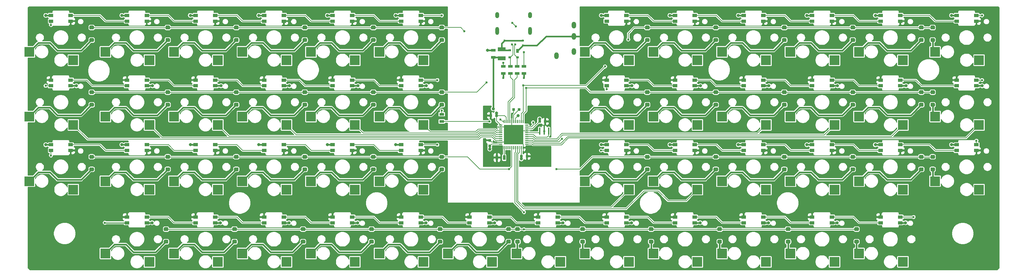
<source format=gbr>
%TF.GenerationSoftware,KiCad,Pcbnew,(5.1.10)-1*%
%TF.CreationDate,2022-05-07T17:57:56+07:00*%
%TF.ProjectId,Onsen48,4f6e7365-6e34-4382-9e6b-696361645f70,rev?*%
%TF.SameCoordinates,Original*%
%TF.FileFunction,Copper,L2,Bot*%
%TF.FilePolarity,Positive*%
%FSLAX46Y46*%
G04 Gerber Fmt 4.6, Leading zero omitted, Abs format (unit mm)*
G04 Created by KiCad (PCBNEW (5.1.10)-1) date 2022-05-07 17:57:56*
%MOMM*%
%LPD*%
G01*
G04 APERTURE LIST*
%TA.AperFunction,SMDPad,CuDef*%
%ADD10R,1.300000X0.700000*%
%TD*%
%TA.AperFunction,SMDPad,CuDef*%
%ADD11R,0.400000X1.900000*%
%TD*%
%TA.AperFunction,ComponentPad*%
%ADD12O,1.000000X2.100000*%
%TD*%
%TA.AperFunction,ComponentPad*%
%ADD13O,1.000000X1.600000*%
%TD*%
%TA.AperFunction,SMDPad,CuDef*%
%ADD14R,5.150000X5.150000*%
%TD*%
%TA.AperFunction,SMDPad,CuDef*%
%ADD15R,0.700000X1.000000*%
%TD*%
%TA.AperFunction,SMDPad,CuDef*%
%ADD16R,0.700000X0.600000*%
%TD*%
%TA.AperFunction,SMDPad,CuDef*%
%ADD17R,0.700000X1.300000*%
%TD*%
%TA.AperFunction,SMDPad,CuDef*%
%ADD18R,2.030000X1.140000*%
%TD*%
%TA.AperFunction,SMDPad,CuDef*%
%ADD19R,0.800000X0.750000*%
%TD*%
%TA.AperFunction,SMDPad,CuDef*%
%ADD20R,0.750000X0.800000*%
%TD*%
%TA.AperFunction,ComponentPad*%
%ADD21O,1.200000X1.800000*%
%TD*%
%TA.AperFunction,SMDPad,CuDef*%
%ADD22R,1.190000X0.900000*%
%TD*%
%TA.AperFunction,SMDPad,CuDef*%
%ADD23R,2.600000X2.600000*%
%TD*%
%TA.AperFunction,ViaPad*%
%ADD24C,0.600000*%
%TD*%
%TA.AperFunction,ViaPad*%
%ADD25C,0.800000*%
%TD*%
%TA.AperFunction,Conductor*%
%ADD26C,0.400000*%
%TD*%
%TA.AperFunction,Conductor*%
%ADD27C,0.200000*%
%TD*%
%TA.AperFunction,Conductor*%
%ADD28C,0.250000*%
%TD*%
%TA.AperFunction,Conductor*%
%ADD29C,0.100000*%
%TD*%
G04 APERTURE END LIST*
D10*
%TO.P,R7,2*%
%TO.N,Net-(R7-Pad2)*%
X130100000Y-69050000D03*
%TO.P,R7,1*%
%TO.N,DIN*%
X130100000Y-67150000D03*
%TD*%
D11*
%TO.P,Y1,3*%
%TO.N,Net-(U2-Pad16)*%
X155800000Y-71600000D03*
%TO.P,Y1,2*%
%TO.N,GND*%
X157000000Y-71600000D03*
%TO.P,Y1,1*%
%TO.N,Net-(U2-Pad17)*%
X158200000Y-71600000D03*
%TD*%
D12*
%TO.P,USB1,13*%
%TO.N,GND*%
X153320000Y-45280000D03*
X144680000Y-45280000D03*
D13*
X153320000Y-41100000D03*
X144680000Y-41100000D03*
%TD*%
D14*
%TO.P,U2,45*%
%TO.N,GND*%
X149000000Y-72500000D03*
%TO.P,U2,44*%
%TO.N,+5V*%
%TA.AperFunction,SMDPad,CuDef*%
G36*
G01*
X145187500Y-69875000D02*
X145937500Y-69875000D01*
G75*
G02*
X146000000Y-69937500I0J-62500D01*
G01*
X146000000Y-70062500D01*
G75*
G02*
X145937500Y-70125000I-62500J0D01*
G01*
X145187500Y-70125000D01*
G75*
G02*
X145125000Y-70062500I0J62500D01*
G01*
X145125000Y-69937500D01*
G75*
G02*
X145187500Y-69875000I62500J0D01*
G01*
G37*
%TD.AperFunction*%
%TO.P,U2,43*%
%TO.N,GND*%
%TA.AperFunction,SMDPad,CuDef*%
G36*
G01*
X145187500Y-70375000D02*
X145937500Y-70375000D01*
G75*
G02*
X146000000Y-70437500I0J-62500D01*
G01*
X146000000Y-70562500D01*
G75*
G02*
X145937500Y-70625000I-62500J0D01*
G01*
X145187500Y-70625000D01*
G75*
G02*
X145125000Y-70562500I0J62500D01*
G01*
X145125000Y-70437500D01*
G75*
G02*
X145187500Y-70375000I62500J0D01*
G01*
G37*
%TD.AperFunction*%
%TO.P,U2,42*%
%TO.N,N/C*%
%TA.AperFunction,SMDPad,CuDef*%
G36*
G01*
X145187500Y-70875000D02*
X145937500Y-70875000D01*
G75*
G02*
X146000000Y-70937500I0J-62500D01*
G01*
X146000000Y-71062500D01*
G75*
G02*
X145937500Y-71125000I-62500J0D01*
G01*
X145187500Y-71125000D01*
G75*
G02*
X145125000Y-71062500I0J62500D01*
G01*
X145125000Y-70937500D01*
G75*
G02*
X145187500Y-70875000I62500J0D01*
G01*
G37*
%TD.AperFunction*%
%TO.P,U2,41*%
%TO.N,C5*%
%TA.AperFunction,SMDPad,CuDef*%
G36*
G01*
X145187500Y-71375000D02*
X145937500Y-71375000D01*
G75*
G02*
X146000000Y-71437500I0J-62500D01*
G01*
X146000000Y-71562500D01*
G75*
G02*
X145937500Y-71625000I-62500J0D01*
G01*
X145187500Y-71625000D01*
G75*
G02*
X145125000Y-71562500I0J62500D01*
G01*
X145125000Y-71437500D01*
G75*
G02*
X145187500Y-71375000I62500J0D01*
G01*
G37*
%TD.AperFunction*%
%TO.P,U2,40*%
%TO.N,C4*%
%TA.AperFunction,SMDPad,CuDef*%
G36*
G01*
X145187500Y-71875000D02*
X145937500Y-71875000D01*
G75*
G02*
X146000000Y-71937500I0J-62500D01*
G01*
X146000000Y-72062500D01*
G75*
G02*
X145937500Y-72125000I-62500J0D01*
G01*
X145187500Y-72125000D01*
G75*
G02*
X145125000Y-72062500I0J62500D01*
G01*
X145125000Y-71937500D01*
G75*
G02*
X145187500Y-71875000I62500J0D01*
G01*
G37*
%TD.AperFunction*%
%TO.P,U2,39*%
%TO.N,C3*%
%TA.AperFunction,SMDPad,CuDef*%
G36*
G01*
X145187500Y-72375000D02*
X145937500Y-72375000D01*
G75*
G02*
X146000000Y-72437500I0J-62500D01*
G01*
X146000000Y-72562500D01*
G75*
G02*
X145937500Y-72625000I-62500J0D01*
G01*
X145187500Y-72625000D01*
G75*
G02*
X145125000Y-72562500I0J62500D01*
G01*
X145125000Y-72437500D01*
G75*
G02*
X145187500Y-72375000I62500J0D01*
G01*
G37*
%TD.AperFunction*%
%TO.P,U2,38*%
%TO.N,C2*%
%TA.AperFunction,SMDPad,CuDef*%
G36*
G01*
X145187500Y-72875000D02*
X145937500Y-72875000D01*
G75*
G02*
X146000000Y-72937500I0J-62500D01*
G01*
X146000000Y-73062500D01*
G75*
G02*
X145937500Y-73125000I-62500J0D01*
G01*
X145187500Y-73125000D01*
G75*
G02*
X145125000Y-73062500I0J62500D01*
G01*
X145125000Y-72937500D01*
G75*
G02*
X145187500Y-72875000I62500J0D01*
G01*
G37*
%TD.AperFunction*%
%TO.P,U2,37*%
%TO.N,C1*%
%TA.AperFunction,SMDPad,CuDef*%
G36*
G01*
X145187500Y-73375000D02*
X145937500Y-73375000D01*
G75*
G02*
X146000000Y-73437500I0J-62500D01*
G01*
X146000000Y-73562500D01*
G75*
G02*
X145937500Y-73625000I-62500J0D01*
G01*
X145187500Y-73625000D01*
G75*
G02*
X145125000Y-73562500I0J62500D01*
G01*
X145125000Y-73437500D01*
G75*
G02*
X145187500Y-73375000I62500J0D01*
G01*
G37*
%TD.AperFunction*%
%TO.P,U2,36*%
%TO.N,C0*%
%TA.AperFunction,SMDPad,CuDef*%
G36*
G01*
X145187500Y-73875000D02*
X145937500Y-73875000D01*
G75*
G02*
X146000000Y-73937500I0J-62500D01*
G01*
X146000000Y-74062500D01*
G75*
G02*
X145937500Y-74125000I-62500J0D01*
G01*
X145187500Y-74125000D01*
G75*
G02*
X145125000Y-74062500I0J62500D01*
G01*
X145125000Y-73937500D01*
G75*
G02*
X145187500Y-73875000I62500J0D01*
G01*
G37*
%TD.AperFunction*%
%TO.P,U2,35*%
%TO.N,GND*%
%TA.AperFunction,SMDPad,CuDef*%
G36*
G01*
X145187500Y-74375000D02*
X145937500Y-74375000D01*
G75*
G02*
X146000000Y-74437500I0J-62500D01*
G01*
X146000000Y-74562500D01*
G75*
G02*
X145937500Y-74625000I-62500J0D01*
G01*
X145187500Y-74625000D01*
G75*
G02*
X145125000Y-74562500I0J62500D01*
G01*
X145125000Y-74437500D01*
G75*
G02*
X145187500Y-74375000I62500J0D01*
G01*
G37*
%TD.AperFunction*%
%TO.P,U2,34*%
%TO.N,+5V*%
%TA.AperFunction,SMDPad,CuDef*%
G36*
G01*
X145187500Y-74875000D02*
X145937500Y-74875000D01*
G75*
G02*
X146000000Y-74937500I0J-62500D01*
G01*
X146000000Y-75062500D01*
G75*
G02*
X145937500Y-75125000I-62500J0D01*
G01*
X145187500Y-75125000D01*
G75*
G02*
X145125000Y-75062500I0J62500D01*
G01*
X145125000Y-74937500D01*
G75*
G02*
X145187500Y-74875000I62500J0D01*
G01*
G37*
%TD.AperFunction*%
%TO.P,U2,33*%
%TO.N,Net-(R6-Pad2)*%
%TA.AperFunction,SMDPad,CuDef*%
G36*
G01*
X146437500Y-75500000D02*
X146562500Y-75500000D01*
G75*
G02*
X146625000Y-75562500I0J-62500D01*
G01*
X146625000Y-76312500D01*
G75*
G02*
X146562500Y-76375000I-62500J0D01*
G01*
X146437500Y-76375000D01*
G75*
G02*
X146375000Y-76312500I0J62500D01*
G01*
X146375000Y-75562500D01*
G75*
G02*
X146437500Y-75500000I62500J0D01*
G01*
G37*
%TD.AperFunction*%
%TO.P,U2,32*%
%TO.N,N/C*%
%TA.AperFunction,SMDPad,CuDef*%
G36*
G01*
X146937500Y-75500000D02*
X147062500Y-75500000D01*
G75*
G02*
X147125000Y-75562500I0J-62500D01*
G01*
X147125000Y-76312500D01*
G75*
G02*
X147062500Y-76375000I-62500J0D01*
G01*
X146937500Y-76375000D01*
G75*
G02*
X146875000Y-76312500I0J62500D01*
G01*
X146875000Y-75562500D01*
G75*
G02*
X146937500Y-75500000I62500J0D01*
G01*
G37*
%TD.AperFunction*%
%TO.P,U2,31*%
%TA.AperFunction,SMDPad,CuDef*%
G36*
G01*
X147437500Y-75500000D02*
X147562500Y-75500000D01*
G75*
G02*
X147625000Y-75562500I0J-62500D01*
G01*
X147625000Y-76312500D01*
G75*
G02*
X147562500Y-76375000I-62500J0D01*
G01*
X147437500Y-76375000D01*
G75*
G02*
X147375000Y-76312500I0J62500D01*
G01*
X147375000Y-75562500D01*
G75*
G02*
X147437500Y-75500000I62500J0D01*
G01*
G37*
%TD.AperFunction*%
%TO.P,U2,30*%
%TA.AperFunction,SMDPad,CuDef*%
G36*
G01*
X147937500Y-75500000D02*
X148062500Y-75500000D01*
G75*
G02*
X148125000Y-75562500I0J-62500D01*
G01*
X148125000Y-76312500D01*
G75*
G02*
X148062500Y-76375000I-62500J0D01*
G01*
X147937500Y-76375000D01*
G75*
G02*
X147875000Y-76312500I0J62500D01*
G01*
X147875000Y-75562500D01*
G75*
G02*
X147937500Y-75500000I62500J0D01*
G01*
G37*
%TD.AperFunction*%
%TO.P,U2,29*%
%TO.N,R2*%
%TA.AperFunction,SMDPad,CuDef*%
G36*
G01*
X148437500Y-75500000D02*
X148562500Y-75500000D01*
G75*
G02*
X148625000Y-75562500I0J-62500D01*
G01*
X148625000Y-76312500D01*
G75*
G02*
X148562500Y-76375000I-62500J0D01*
G01*
X148437500Y-76375000D01*
G75*
G02*
X148375000Y-76312500I0J62500D01*
G01*
X148375000Y-75562500D01*
G75*
G02*
X148437500Y-75500000I62500J0D01*
G01*
G37*
%TD.AperFunction*%
%TO.P,U2,28*%
%TO.N,N/C*%
%TA.AperFunction,SMDPad,CuDef*%
G36*
G01*
X148937500Y-75500000D02*
X149062500Y-75500000D01*
G75*
G02*
X149125000Y-75562500I0J-62500D01*
G01*
X149125000Y-76312500D01*
G75*
G02*
X149062500Y-76375000I-62500J0D01*
G01*
X148937500Y-76375000D01*
G75*
G02*
X148875000Y-76312500I0J62500D01*
G01*
X148875000Y-75562500D01*
G75*
G02*
X148937500Y-75500000I62500J0D01*
G01*
G37*
%TD.AperFunction*%
%TO.P,U2,27*%
%TO.N,R3*%
%TA.AperFunction,SMDPad,CuDef*%
G36*
G01*
X149437500Y-75500000D02*
X149562500Y-75500000D01*
G75*
G02*
X149625000Y-75562500I0J-62500D01*
G01*
X149625000Y-76312500D01*
G75*
G02*
X149562500Y-76375000I-62500J0D01*
G01*
X149437500Y-76375000D01*
G75*
G02*
X149375000Y-76312500I0J62500D01*
G01*
X149375000Y-75562500D01*
G75*
G02*
X149437500Y-75500000I62500J0D01*
G01*
G37*
%TD.AperFunction*%
%TO.P,U2,26*%
%TO.N,C7*%
%TA.AperFunction,SMDPad,CuDef*%
G36*
G01*
X149937500Y-75500000D02*
X150062500Y-75500000D01*
G75*
G02*
X150125000Y-75562500I0J-62500D01*
G01*
X150125000Y-76312500D01*
G75*
G02*
X150062500Y-76375000I-62500J0D01*
G01*
X149937500Y-76375000D01*
G75*
G02*
X149875000Y-76312500I0J62500D01*
G01*
X149875000Y-75562500D01*
G75*
G02*
X149937500Y-75500000I62500J0D01*
G01*
G37*
%TD.AperFunction*%
%TO.P,U2,25*%
%TO.N,C6*%
%TA.AperFunction,SMDPad,CuDef*%
G36*
G01*
X150437500Y-75500000D02*
X150562500Y-75500000D01*
G75*
G02*
X150625000Y-75562500I0J-62500D01*
G01*
X150625000Y-76312500D01*
G75*
G02*
X150562500Y-76375000I-62500J0D01*
G01*
X150437500Y-76375000D01*
G75*
G02*
X150375000Y-76312500I0J62500D01*
G01*
X150375000Y-75562500D01*
G75*
G02*
X150437500Y-75500000I62500J0D01*
G01*
G37*
%TD.AperFunction*%
%TO.P,U2,24*%
%TO.N,+5V*%
%TA.AperFunction,SMDPad,CuDef*%
G36*
G01*
X150937500Y-75500000D02*
X151062500Y-75500000D01*
G75*
G02*
X151125000Y-75562500I0J-62500D01*
G01*
X151125000Y-76312500D01*
G75*
G02*
X151062500Y-76375000I-62500J0D01*
G01*
X150937500Y-76375000D01*
G75*
G02*
X150875000Y-76312500I0J62500D01*
G01*
X150875000Y-75562500D01*
G75*
G02*
X150937500Y-75500000I62500J0D01*
G01*
G37*
%TD.AperFunction*%
%TO.P,U2,23*%
%TO.N,GND*%
%TA.AperFunction,SMDPad,CuDef*%
G36*
G01*
X151437500Y-75500000D02*
X151562500Y-75500000D01*
G75*
G02*
X151625000Y-75562500I0J-62500D01*
G01*
X151625000Y-76312500D01*
G75*
G02*
X151562500Y-76375000I-62500J0D01*
G01*
X151437500Y-76375000D01*
G75*
G02*
X151375000Y-76312500I0J62500D01*
G01*
X151375000Y-75562500D01*
G75*
G02*
X151437500Y-75500000I62500J0D01*
G01*
G37*
%TD.AperFunction*%
%TO.P,U2,22*%
%TO.N,C11*%
%TA.AperFunction,SMDPad,CuDef*%
G36*
G01*
X152062500Y-74875000D02*
X152812500Y-74875000D01*
G75*
G02*
X152875000Y-74937500I0J-62500D01*
G01*
X152875000Y-75062500D01*
G75*
G02*
X152812500Y-75125000I-62500J0D01*
G01*
X152062500Y-75125000D01*
G75*
G02*
X152000000Y-75062500I0J62500D01*
G01*
X152000000Y-74937500D01*
G75*
G02*
X152062500Y-74875000I62500J0D01*
G01*
G37*
%TD.AperFunction*%
%TO.P,U2,21*%
%TO.N,C10*%
%TA.AperFunction,SMDPad,CuDef*%
G36*
G01*
X152062500Y-74375000D02*
X152812500Y-74375000D01*
G75*
G02*
X152875000Y-74437500I0J-62500D01*
G01*
X152875000Y-74562500D01*
G75*
G02*
X152812500Y-74625000I-62500J0D01*
G01*
X152062500Y-74625000D01*
G75*
G02*
X152000000Y-74562500I0J62500D01*
G01*
X152000000Y-74437500D01*
G75*
G02*
X152062500Y-74375000I62500J0D01*
G01*
G37*
%TD.AperFunction*%
%TO.P,U2,20*%
%TO.N,DATA*%
%TA.AperFunction,SMDPad,CuDef*%
G36*
G01*
X152062500Y-73875000D02*
X152812500Y-73875000D01*
G75*
G02*
X152875000Y-73937500I0J-62500D01*
G01*
X152875000Y-74062500D01*
G75*
G02*
X152812500Y-74125000I-62500J0D01*
G01*
X152062500Y-74125000D01*
G75*
G02*
X152000000Y-74062500I0J62500D01*
G01*
X152000000Y-73937500D01*
G75*
G02*
X152062500Y-73875000I62500J0D01*
G01*
G37*
%TD.AperFunction*%
%TO.P,U2,19*%
%TO.N,C9*%
%TA.AperFunction,SMDPad,CuDef*%
G36*
G01*
X152062500Y-73375000D02*
X152812500Y-73375000D01*
G75*
G02*
X152875000Y-73437500I0J-62500D01*
G01*
X152875000Y-73562500D01*
G75*
G02*
X152812500Y-73625000I-62500J0D01*
G01*
X152062500Y-73625000D01*
G75*
G02*
X152000000Y-73562500I0J62500D01*
G01*
X152000000Y-73437500D01*
G75*
G02*
X152062500Y-73375000I62500J0D01*
G01*
G37*
%TD.AperFunction*%
%TO.P,U2,18*%
%TO.N,C8*%
%TA.AperFunction,SMDPad,CuDef*%
G36*
G01*
X152062500Y-72875000D02*
X152812500Y-72875000D01*
G75*
G02*
X152875000Y-72937500I0J-62500D01*
G01*
X152875000Y-73062500D01*
G75*
G02*
X152812500Y-73125000I-62500J0D01*
G01*
X152062500Y-73125000D01*
G75*
G02*
X152000000Y-73062500I0J62500D01*
G01*
X152000000Y-72937500D01*
G75*
G02*
X152062500Y-72875000I62500J0D01*
G01*
G37*
%TD.AperFunction*%
%TO.P,U2,17*%
%TO.N,Net-(U2-Pad17)*%
%TA.AperFunction,SMDPad,CuDef*%
G36*
G01*
X152062500Y-72375000D02*
X152812500Y-72375000D01*
G75*
G02*
X152875000Y-72437500I0J-62500D01*
G01*
X152875000Y-72562500D01*
G75*
G02*
X152812500Y-72625000I-62500J0D01*
G01*
X152062500Y-72625000D01*
G75*
G02*
X152000000Y-72562500I0J62500D01*
G01*
X152000000Y-72437500D01*
G75*
G02*
X152062500Y-72375000I62500J0D01*
G01*
G37*
%TD.AperFunction*%
%TO.P,U2,16*%
%TO.N,Net-(U2-Pad16)*%
%TA.AperFunction,SMDPad,CuDef*%
G36*
G01*
X152062500Y-71875000D02*
X152812500Y-71875000D01*
G75*
G02*
X152875000Y-71937500I0J-62500D01*
G01*
X152875000Y-72062500D01*
G75*
G02*
X152812500Y-72125000I-62500J0D01*
G01*
X152062500Y-72125000D01*
G75*
G02*
X152000000Y-72062500I0J62500D01*
G01*
X152000000Y-71937500D01*
G75*
G02*
X152062500Y-71875000I62500J0D01*
G01*
G37*
%TD.AperFunction*%
%TO.P,U2,15*%
%TO.N,GND*%
%TA.AperFunction,SMDPad,CuDef*%
G36*
G01*
X152062500Y-71375000D02*
X152812500Y-71375000D01*
G75*
G02*
X152875000Y-71437500I0J-62500D01*
G01*
X152875000Y-71562500D01*
G75*
G02*
X152812500Y-71625000I-62500J0D01*
G01*
X152062500Y-71625000D01*
G75*
G02*
X152000000Y-71562500I0J62500D01*
G01*
X152000000Y-71437500D01*
G75*
G02*
X152062500Y-71375000I62500J0D01*
G01*
G37*
%TD.AperFunction*%
%TO.P,U2,14*%
%TO.N,+5V*%
%TA.AperFunction,SMDPad,CuDef*%
G36*
G01*
X152062500Y-70875000D02*
X152812500Y-70875000D01*
G75*
G02*
X152875000Y-70937500I0J-62500D01*
G01*
X152875000Y-71062500D01*
G75*
G02*
X152812500Y-71125000I-62500J0D01*
G01*
X152062500Y-71125000D01*
G75*
G02*
X152000000Y-71062500I0J62500D01*
G01*
X152000000Y-70937500D01*
G75*
G02*
X152062500Y-70875000I62500J0D01*
G01*
G37*
%TD.AperFunction*%
%TO.P,U2,13*%
%TO.N,RST*%
%TA.AperFunction,SMDPad,CuDef*%
G36*
G01*
X152062500Y-70375000D02*
X152812500Y-70375000D01*
G75*
G02*
X152875000Y-70437500I0J-62500D01*
G01*
X152875000Y-70562500D01*
G75*
G02*
X152812500Y-70625000I-62500J0D01*
G01*
X152062500Y-70625000D01*
G75*
G02*
X152000000Y-70562500I0J62500D01*
G01*
X152000000Y-70437500D01*
G75*
G02*
X152062500Y-70375000I62500J0D01*
G01*
G37*
%TD.AperFunction*%
%TO.P,U2,12*%
%TO.N,N/C*%
%TA.AperFunction,SMDPad,CuDef*%
G36*
G01*
X152062500Y-69875000D02*
X152812500Y-69875000D01*
G75*
G02*
X152875000Y-69937500I0J-62500D01*
G01*
X152875000Y-70062500D01*
G75*
G02*
X152812500Y-70125000I-62500J0D01*
G01*
X152062500Y-70125000D01*
G75*
G02*
X152000000Y-70062500I0J62500D01*
G01*
X152000000Y-69937500D01*
G75*
G02*
X152062500Y-69875000I62500J0D01*
G01*
G37*
%TD.AperFunction*%
%TO.P,U2,11*%
%TO.N,R1*%
%TA.AperFunction,SMDPad,CuDef*%
G36*
G01*
X151437500Y-68625000D02*
X151562500Y-68625000D01*
G75*
G02*
X151625000Y-68687500I0J-62500D01*
G01*
X151625000Y-69437500D01*
G75*
G02*
X151562500Y-69500000I-62500J0D01*
G01*
X151437500Y-69500000D01*
G75*
G02*
X151375000Y-69437500I0J62500D01*
G01*
X151375000Y-68687500D01*
G75*
G02*
X151437500Y-68625000I62500J0D01*
G01*
G37*
%TD.AperFunction*%
%TO.P,U2,10*%
%TO.N,R0*%
%TA.AperFunction,SMDPad,CuDef*%
G36*
G01*
X150937500Y-68625000D02*
X151062500Y-68625000D01*
G75*
G02*
X151125000Y-68687500I0J-62500D01*
G01*
X151125000Y-69437500D01*
G75*
G02*
X151062500Y-69500000I-62500J0D01*
G01*
X150937500Y-69500000D01*
G75*
G02*
X150875000Y-69437500I0J62500D01*
G01*
X150875000Y-68687500D01*
G75*
G02*
X150937500Y-68625000I62500J0D01*
G01*
G37*
%TD.AperFunction*%
%TO.P,U2,9*%
%TO.N,N/C*%
%TA.AperFunction,SMDPad,CuDef*%
G36*
G01*
X150437500Y-68625000D02*
X150562500Y-68625000D01*
G75*
G02*
X150625000Y-68687500I0J-62500D01*
G01*
X150625000Y-69437500D01*
G75*
G02*
X150562500Y-69500000I-62500J0D01*
G01*
X150437500Y-69500000D01*
G75*
G02*
X150375000Y-69437500I0J62500D01*
G01*
X150375000Y-68687500D01*
G75*
G02*
X150437500Y-68625000I62500J0D01*
G01*
G37*
%TD.AperFunction*%
%TO.P,U2,8*%
%TA.AperFunction,SMDPad,CuDef*%
G36*
G01*
X149937500Y-68625000D02*
X150062500Y-68625000D01*
G75*
G02*
X150125000Y-68687500I0J-62500D01*
G01*
X150125000Y-69437500D01*
G75*
G02*
X150062500Y-69500000I-62500J0D01*
G01*
X149937500Y-69500000D01*
G75*
G02*
X149875000Y-69437500I0J62500D01*
G01*
X149875000Y-68687500D01*
G75*
G02*
X149937500Y-68625000I62500J0D01*
G01*
G37*
%TD.AperFunction*%
%TO.P,U2,7*%
%TO.N,+5V*%
%TA.AperFunction,SMDPad,CuDef*%
G36*
G01*
X149437500Y-68625000D02*
X149562500Y-68625000D01*
G75*
G02*
X149625000Y-68687500I0J-62500D01*
G01*
X149625000Y-69437500D01*
G75*
G02*
X149562500Y-69500000I-62500J0D01*
G01*
X149437500Y-69500000D01*
G75*
G02*
X149375000Y-69437500I0J62500D01*
G01*
X149375000Y-68687500D01*
G75*
G02*
X149437500Y-68625000I62500J0D01*
G01*
G37*
%TD.AperFunction*%
%TO.P,U2,6*%
%TO.N,Net-(C6-Pad1)*%
%TA.AperFunction,SMDPad,CuDef*%
G36*
G01*
X148937500Y-68625000D02*
X149062500Y-68625000D01*
G75*
G02*
X149125000Y-68687500I0J-62500D01*
G01*
X149125000Y-69437500D01*
G75*
G02*
X149062500Y-69500000I-62500J0D01*
G01*
X148937500Y-69500000D01*
G75*
G02*
X148875000Y-69437500I0J62500D01*
G01*
X148875000Y-68687500D01*
G75*
G02*
X148937500Y-68625000I62500J0D01*
G01*
G37*
%TD.AperFunction*%
%TO.P,U2,5*%
%TO.N,GND*%
%TA.AperFunction,SMDPad,CuDef*%
G36*
G01*
X148437500Y-68625000D02*
X148562500Y-68625000D01*
G75*
G02*
X148625000Y-68687500I0J-62500D01*
G01*
X148625000Y-69437500D01*
G75*
G02*
X148562500Y-69500000I-62500J0D01*
G01*
X148437500Y-69500000D01*
G75*
G02*
X148375000Y-69437500I0J62500D01*
G01*
X148375000Y-68687500D01*
G75*
G02*
X148437500Y-68625000I62500J0D01*
G01*
G37*
%TD.AperFunction*%
%TO.P,U2,4*%
%TO.N,D+*%
%TA.AperFunction,SMDPad,CuDef*%
G36*
G01*
X147937500Y-68625000D02*
X148062500Y-68625000D01*
G75*
G02*
X148125000Y-68687500I0J-62500D01*
G01*
X148125000Y-69437500D01*
G75*
G02*
X148062500Y-69500000I-62500J0D01*
G01*
X147937500Y-69500000D01*
G75*
G02*
X147875000Y-69437500I0J62500D01*
G01*
X147875000Y-68687500D01*
G75*
G02*
X147937500Y-68625000I62500J0D01*
G01*
G37*
%TD.AperFunction*%
%TO.P,U2,3*%
%TO.N,D-*%
%TA.AperFunction,SMDPad,CuDef*%
G36*
G01*
X147437500Y-68625000D02*
X147562500Y-68625000D01*
G75*
G02*
X147625000Y-68687500I0J-62500D01*
G01*
X147625000Y-69437500D01*
G75*
G02*
X147562500Y-69500000I-62500J0D01*
G01*
X147437500Y-69500000D01*
G75*
G02*
X147375000Y-69437500I0J62500D01*
G01*
X147375000Y-68687500D01*
G75*
G02*
X147437500Y-68625000I62500J0D01*
G01*
G37*
%TD.AperFunction*%
%TO.P,U2,2*%
%TO.N,+5V*%
%TA.AperFunction,SMDPad,CuDef*%
G36*
G01*
X146937500Y-68625000D02*
X147062500Y-68625000D01*
G75*
G02*
X147125000Y-68687500I0J-62500D01*
G01*
X147125000Y-69437500D01*
G75*
G02*
X147062500Y-69500000I-62500J0D01*
G01*
X146937500Y-69500000D01*
G75*
G02*
X146875000Y-69437500I0J62500D01*
G01*
X146875000Y-68687500D01*
G75*
G02*
X146937500Y-68625000I62500J0D01*
G01*
G37*
%TD.AperFunction*%
%TO.P,U2,1*%
%TO.N,Net-(R7-Pad2)*%
%TA.AperFunction,SMDPad,CuDef*%
G36*
G01*
X146437500Y-68625000D02*
X146562500Y-68625000D01*
G75*
G02*
X146625000Y-68687500I0J-62500D01*
G01*
X146625000Y-69437500D01*
G75*
G02*
X146562500Y-69500000I-62500J0D01*
G01*
X146437500Y-69500000D01*
G75*
G02*
X146375000Y-69437500I0J62500D01*
G01*
X146375000Y-68687500D01*
G75*
G02*
X146437500Y-68625000I62500J0D01*
G01*
G37*
%TD.AperFunction*%
%TD*%
D15*
%TO.P,U1,1*%
%TO.N,GND*%
X150000000Y-50500000D03*
D16*
%TO.P,U1,4*%
%TO.N,VCC*%
X148000000Y-50300000D03*
%TO.P,U1,2*%
%TO.N,/C+*%
X150000000Y-52200000D03*
%TO.P,U1,3*%
%TO.N,/C-*%
X148000000Y-52200000D03*
%TD*%
D17*
%TO.P,R6,2*%
%TO.N,Net-(R6-Pad2)*%
X146500000Y-78550000D03*
%TO.P,R6,1*%
%TO.N,GND*%
X144600000Y-78550000D03*
%TD*%
D10*
%TO.P,R5,2*%
%TO.N,RST*%
X143600000Y-50300000D03*
%TO.P,R5,1*%
%TO.N,+5V*%
X143600000Y-52200000D03*
%TD*%
%TO.P,R4,2*%
%TO.N,/C-*%
X148100000Y-54550000D03*
%TO.P,R4,1*%
%TO.N,D-*%
X148100000Y-56450000D03*
%TD*%
%TO.P,R3,2*%
%TO.N,/C+*%
X149900000Y-54550000D03*
%TO.P,R3,1*%
%TO.N,D+*%
X149900000Y-56450000D03*
%TD*%
%TO.P,R2,2*%
%TO.N,Net-(R2-Pad2)*%
X151700000Y-54550000D03*
%TO.P,R2,1*%
%TO.N,GND*%
X151700000Y-56450000D03*
%TD*%
%TO.P,R1,2*%
%TO.N,Net-(R1-Pad2)*%
X146300000Y-54550000D03*
%TO.P,R1,1*%
%TO.N,GND*%
X146300000Y-56450000D03*
%TD*%
D18*
%TO.P,F1,2*%
%TO.N,VCC*%
X145810000Y-50050000D03*
%TO.P,F1,1*%
%TO.N,+5V*%
X145810000Y-52450000D03*
%TD*%
D19*
%TO.P,C7,2*%
%TO.N,+5V*%
X155800000Y-69050000D03*
%TO.P,C7,1*%
%TO.N,GND*%
X157300000Y-69050000D03*
%TD*%
%TO.P,C6,2*%
%TO.N,GND*%
X148950000Y-65900000D03*
%TO.P,C6,1*%
%TO.N,Net-(C6-Pad1)*%
X150450000Y-65900000D03*
%TD*%
D20*
%TO.P,C5,2*%
%TO.N,+5V*%
X142700000Y-75500000D03*
%TO.P,C5,1*%
%TO.N,GND*%
X142700000Y-74000000D03*
%TD*%
D19*
%TO.P,C4,2*%
%TO.N,+5V*%
X151000000Y-78200000D03*
%TO.P,C4,1*%
%TO.N,GND*%
X152500000Y-78200000D03*
%TD*%
%TO.P,C1,2*%
%TO.N,+5V*%
X144450000Y-67500000D03*
%TO.P,C1,1*%
%TO.N,GND*%
X142950000Y-67500000D03*
%TD*%
D21*
%TO.P,J1,4*%
%TO.N,N/C*%
X160200000Y-51800000D03*
%TO.P,J1,3*%
%TO.N,+5V*%
X164800000Y-50700000D03*
%TO.P,J1,2*%
%TO.N,GND*%
X164800000Y-46700000D03*
%TO.P,J1,1*%
%TO.N,DATA*%
X164800000Y-43700000D03*
%TD*%
%TO.P,D27,1*%
%TO.N,R0*%
%TA.AperFunction,SMDPad,CuDef*%
G36*
G01*
X129750000Y-43850000D02*
X130450000Y-43850000D01*
G75*
G02*
X130700000Y-44100000I0J-250000D01*
G01*
X130700000Y-44600000D01*
G75*
G02*
X130450000Y-44850000I-250000J0D01*
G01*
X129750000Y-44850000D01*
G75*
G02*
X129500000Y-44600000I0J250000D01*
G01*
X129500000Y-44100000D01*
G75*
G02*
X129750000Y-43850000I250000J0D01*
G01*
G37*
%TD.AperFunction*%
%TO.P,D27,2*%
%TO.N,Net-(D27-Pad2)*%
%TA.AperFunction,SMDPad,CuDef*%
G36*
G01*
X129750000Y-47150000D02*
X130450000Y-47150000D01*
G75*
G02*
X130700000Y-47400000I0J-250000D01*
G01*
X130700000Y-47900000D01*
G75*
G02*
X130450000Y-48150000I-250000J0D01*
G01*
X129750000Y-48150000D01*
G75*
G02*
X129500000Y-47900000I0J250000D01*
G01*
X129500000Y-47400000D01*
G75*
G02*
X129750000Y-47150000I250000J0D01*
G01*
G37*
%TD.AperFunction*%
%TD*%
D22*
%TO.P,RGB48,4*%
%TO.N,Net-(RGB42-Pad2)*%
X270595000Y-41170000D03*
%TO.P,RGB48,2*%
%TO.N,Net-(RGB47-Pad4)*%
X265405000Y-42670000D03*
%TO.P,RGB48,1*%
%TO.N,+5V*%
X265405000Y-41170000D03*
%TO.P,RGB48,3*%
%TO.N,GND*%
X270595000Y-42670000D03*
%TD*%
%TO.P,RGB47,4*%
%TO.N,Net-(RGB47-Pad4)*%
X250595000Y-41170000D03*
%TO.P,RGB47,2*%
%TO.N,Net-(RGB46-Pad4)*%
X245405000Y-42670000D03*
%TO.P,RGB47,1*%
%TO.N,+5V*%
X245405000Y-41170000D03*
%TO.P,RGB47,3*%
%TO.N,GND*%
X250595000Y-42670000D03*
%TD*%
%TO.P,RGB46,4*%
%TO.N,Net-(RGB46-Pad4)*%
X232595000Y-41170000D03*
%TO.P,RGB46,2*%
%TO.N,Net-(RGB45-Pad4)*%
X227405000Y-42670000D03*
%TO.P,RGB46,1*%
%TO.N,+5V*%
X227405000Y-41170000D03*
%TO.P,RGB46,3*%
%TO.N,GND*%
X232595000Y-42670000D03*
%TD*%
%TO.P,RGB45,4*%
%TO.N,Net-(RGB45-Pad4)*%
X214595000Y-41170000D03*
%TO.P,RGB45,2*%
%TO.N,Net-(RGB44-Pad4)*%
X209405000Y-42670000D03*
%TO.P,RGB45,1*%
%TO.N,+5V*%
X209405000Y-41170000D03*
%TO.P,RGB45,3*%
%TO.N,GND*%
X214595000Y-42670000D03*
%TD*%
%TO.P,RGB44,4*%
%TO.N,Net-(RGB44-Pad4)*%
X196595000Y-41170000D03*
%TO.P,RGB44,2*%
%TO.N,Net-(RGB43-Pad4)*%
X191405000Y-42670000D03*
%TO.P,RGB44,1*%
%TO.N,+5V*%
X191405000Y-41170000D03*
%TO.P,RGB44,3*%
%TO.N,GND*%
X196595000Y-42670000D03*
%TD*%
%TO.P,RGB43,4*%
%TO.N,Net-(RGB43-Pad4)*%
X178595000Y-41170000D03*
%TO.P,RGB43,2*%
%TO.N,N/C*%
X173405000Y-42670000D03*
%TO.P,RGB43,1*%
%TO.N,+5V*%
X173405000Y-41170000D03*
%TO.P,RGB43,3*%
%TO.N,GND*%
X178595000Y-42670000D03*
%TD*%
%TO.P,RGB42,1*%
%TO.N,+5V*%
X270595000Y-59670000D03*
%TO.P,RGB42,3*%
%TO.N,GND*%
X265405000Y-58170000D03*
%TO.P,RGB42,4*%
%TO.N,Net-(RGB41-Pad2)*%
X265405000Y-59670000D03*
%TO.P,RGB42,2*%
%TO.N,Net-(RGB42-Pad2)*%
X270595000Y-58170000D03*
%TD*%
%TO.P,RGB41,1*%
%TO.N,+5V*%
X250595000Y-59670000D03*
%TO.P,RGB41,3*%
%TO.N,GND*%
X245405000Y-58170000D03*
%TO.P,RGB41,4*%
%TO.N,Net-(RGB40-Pad2)*%
X245405000Y-59670000D03*
%TO.P,RGB41,2*%
%TO.N,Net-(RGB41-Pad2)*%
X250595000Y-58170000D03*
%TD*%
%TO.P,RGB40,1*%
%TO.N,+5V*%
X232595000Y-59670000D03*
%TO.P,RGB40,3*%
%TO.N,GND*%
X227405000Y-58170000D03*
%TO.P,RGB40,4*%
%TO.N,Net-(RGB39-Pad2)*%
X227405000Y-59670000D03*
%TO.P,RGB40,2*%
%TO.N,Net-(RGB40-Pad2)*%
X232595000Y-58170000D03*
%TD*%
%TO.P,RGB39,1*%
%TO.N,+5V*%
X214595000Y-59670000D03*
%TO.P,RGB39,3*%
%TO.N,GND*%
X209405000Y-58170000D03*
%TO.P,RGB39,4*%
%TO.N,Net-(RGB38-Pad2)*%
X209405000Y-59670000D03*
%TO.P,RGB39,2*%
%TO.N,Net-(RGB39-Pad2)*%
X214595000Y-58170000D03*
%TD*%
%TO.P,RGB38,1*%
%TO.N,+5V*%
X196595000Y-59670000D03*
%TO.P,RGB38,3*%
%TO.N,GND*%
X191405000Y-58170000D03*
%TO.P,RGB38,4*%
%TO.N,Net-(RGB37-Pad2)*%
X191405000Y-59670000D03*
%TO.P,RGB38,2*%
%TO.N,Net-(RGB38-Pad2)*%
X196595000Y-58170000D03*
%TD*%
%TO.P,RGB37,1*%
%TO.N,+5V*%
X178595000Y-59670000D03*
%TO.P,RGB37,3*%
%TO.N,GND*%
X173405000Y-58170000D03*
%TO.P,RGB37,4*%
%TO.N,Net-(RGB31-Pad2)*%
X173405000Y-59670000D03*
%TO.P,RGB37,2*%
%TO.N,Net-(RGB37-Pad2)*%
X178595000Y-58170000D03*
%TD*%
%TO.P,RGB30,1*%
%TO.N,+5V*%
X52595000Y-95670000D03*
%TO.P,RGB30,3*%
%TO.N,GND*%
X47405000Y-94170000D03*
%TO.P,RGB30,4*%
%TO.N,Net-(RGB13-Pad2)*%
X47405000Y-95670000D03*
%TO.P,RGB30,2*%
%TO.N,Net-(RGB29-Pad4)*%
X52595000Y-94170000D03*
%TD*%
%TO.P,RGB29,1*%
%TO.N,+5V*%
X70595000Y-95670000D03*
%TO.P,RGB29,3*%
%TO.N,GND*%
X65405000Y-94170000D03*
%TO.P,RGB29,4*%
%TO.N,Net-(RGB29-Pad4)*%
X65405000Y-95670000D03*
%TO.P,RGB29,2*%
%TO.N,Net-(RGB28-Pad4)*%
X70595000Y-94170000D03*
%TD*%
%TO.P,RGB28,1*%
%TO.N,+5V*%
X88595000Y-95670000D03*
%TO.P,RGB28,3*%
%TO.N,GND*%
X83405000Y-94170000D03*
%TO.P,RGB28,4*%
%TO.N,Net-(RGB28-Pad4)*%
X83405000Y-95670000D03*
%TO.P,RGB28,2*%
%TO.N,Net-(RGB27-Pad4)*%
X88595000Y-94170000D03*
%TD*%
%TO.P,RGB27,1*%
%TO.N,+5V*%
X106595000Y-95670000D03*
%TO.P,RGB27,3*%
%TO.N,GND*%
X101405000Y-94170000D03*
%TO.P,RGB27,4*%
%TO.N,Net-(RGB27-Pad4)*%
X101405000Y-95670000D03*
%TO.P,RGB27,2*%
%TO.N,Net-(RGB26-Pad4)*%
X106595000Y-94170000D03*
%TD*%
%TO.P,RGB26,1*%
%TO.N,+5V*%
X124595000Y-95670000D03*
%TO.P,RGB26,3*%
%TO.N,GND*%
X119405000Y-94170000D03*
%TO.P,RGB26,4*%
%TO.N,Net-(RGB26-Pad4)*%
X119405000Y-95670000D03*
%TO.P,RGB26,2*%
%TO.N,Net-(RGB25-Pad4)*%
X124595000Y-94170000D03*
%TD*%
%TO.P,RGB25,1*%
%TO.N,+5V*%
X142595000Y-95670000D03*
%TO.P,RGB25,3*%
%TO.N,GND*%
X137405000Y-94170000D03*
%TO.P,RGB25,4*%
%TO.N,Net-(RGB25-Pad4)*%
X137405000Y-95670000D03*
%TO.P,RGB25,2*%
%TO.N,Net-(RGB24-Pad4)*%
X142595000Y-94170000D03*
%TD*%
%TO.P,RGB24,1*%
%TO.N,+5V*%
X160595000Y-95670000D03*
%TO.P,RGB24,3*%
%TO.N,GND*%
X155405000Y-94170000D03*
%TO.P,RGB24,4*%
%TO.N,Net-(RGB24-Pad4)*%
X155405000Y-95670000D03*
%TO.P,RGB24,2*%
%TO.N,Net-(RGB22-Pad4)*%
X160595000Y-94170000D03*
%TD*%
%TO.P,RGB22,1*%
%TO.N,+5V*%
X178595000Y-95670000D03*
%TO.P,RGB22,3*%
%TO.N,GND*%
X173405000Y-94170000D03*
%TO.P,RGB22,4*%
%TO.N,Net-(RGB22-Pad4)*%
X173405000Y-95670000D03*
%TO.P,RGB22,2*%
%TO.N,Net-(RGB20-Pad4)*%
X178595000Y-94170000D03*
%TD*%
%TO.P,RGB20,1*%
%TO.N,+5V*%
X196595000Y-95670000D03*
%TO.P,RGB20,3*%
%TO.N,GND*%
X191405000Y-94170000D03*
%TO.P,RGB20,4*%
%TO.N,Net-(RGB20-Pad4)*%
X191405000Y-95670000D03*
%TO.P,RGB20,2*%
%TO.N,Net-(RGB18-Pad4)*%
X196595000Y-94170000D03*
%TD*%
%TO.P,RGB18,1*%
%TO.N,+5V*%
X214595000Y-95670000D03*
%TO.P,RGB18,3*%
%TO.N,GND*%
X209405000Y-94170000D03*
%TO.P,RGB18,4*%
%TO.N,Net-(RGB18-Pad4)*%
X209405000Y-95670000D03*
%TO.P,RGB18,2*%
%TO.N,Net-(RGB16-Pad4)*%
X214595000Y-94170000D03*
%TD*%
%TO.P,RGB16,1*%
%TO.N,+5V*%
X232595000Y-95670000D03*
%TO.P,RGB16,3*%
%TO.N,GND*%
X227405000Y-94170000D03*
%TO.P,RGB16,4*%
%TO.N,Net-(RGB16-Pad4)*%
X227405000Y-95670000D03*
%TO.P,RGB16,2*%
%TO.N,Net-(RGB14-Pad4)*%
X232595000Y-94170000D03*
%TD*%
%TO.P,RGB14,1*%
%TO.N,+5V*%
X250595000Y-95670000D03*
%TO.P,RGB14,3*%
%TO.N,GND*%
X245405000Y-94170000D03*
%TO.P,RGB14,4*%
%TO.N,Net-(RGB14-Pad4)*%
X245405000Y-95670000D03*
%TO.P,RGB14,2*%
%TO.N,Net-(RGB14-Pad2)*%
X250595000Y-94170000D03*
%TD*%
%TO.P,RGB36,4*%
%TO.N,Net-(RGB14-Pad2)*%
X270595000Y-75170000D03*
%TO.P,RGB36,2*%
%TO.N,Net-(RGB35-Pad4)*%
X265405000Y-76670000D03*
%TO.P,RGB36,1*%
%TO.N,+5V*%
X265405000Y-75170000D03*
%TO.P,RGB36,3*%
%TO.N,GND*%
X270595000Y-76670000D03*
%TD*%
%TO.P,RGB35,4*%
%TO.N,Net-(RGB35-Pad4)*%
X250595000Y-75170000D03*
%TO.P,RGB35,2*%
%TO.N,Net-(RGB34-Pad4)*%
X245405000Y-76670000D03*
%TO.P,RGB35,1*%
%TO.N,+5V*%
X245405000Y-75170000D03*
%TO.P,RGB35,3*%
%TO.N,GND*%
X250595000Y-76670000D03*
%TD*%
%TO.P,RGB34,4*%
%TO.N,Net-(RGB34-Pad4)*%
X232595000Y-75170000D03*
%TO.P,RGB34,2*%
%TO.N,Net-(RGB33-Pad4)*%
X227405000Y-76670000D03*
%TO.P,RGB34,1*%
%TO.N,+5V*%
X227405000Y-75170000D03*
%TO.P,RGB34,3*%
%TO.N,GND*%
X232595000Y-76670000D03*
%TD*%
%TO.P,RGB33,4*%
%TO.N,Net-(RGB33-Pad4)*%
X214595000Y-75170000D03*
%TO.P,RGB33,2*%
%TO.N,Net-(RGB32-Pad4)*%
X209405000Y-76670000D03*
%TO.P,RGB33,1*%
%TO.N,+5V*%
X209405000Y-75170000D03*
%TO.P,RGB33,3*%
%TO.N,GND*%
X214595000Y-76670000D03*
%TD*%
%TO.P,RGB32,4*%
%TO.N,Net-(RGB32-Pad4)*%
X196595000Y-75170000D03*
%TO.P,RGB32,2*%
%TO.N,Net-(RGB31-Pad4)*%
X191405000Y-76670000D03*
%TO.P,RGB32,1*%
%TO.N,+5V*%
X191405000Y-75170000D03*
%TO.P,RGB32,3*%
%TO.N,GND*%
X196595000Y-76670000D03*
%TD*%
%TO.P,RGB31,4*%
%TO.N,Net-(RGB31-Pad4)*%
X178595000Y-75170000D03*
%TO.P,RGB31,2*%
%TO.N,Net-(RGB31-Pad2)*%
X173405000Y-76670000D03*
%TO.P,RGB31,1*%
%TO.N,+5V*%
X173405000Y-75170000D03*
%TO.P,RGB31,3*%
%TO.N,GND*%
X178595000Y-76670000D03*
%TD*%
%TO.P,RGB23,3*%
%TO.N,GND*%
X124595000Y-76670000D03*
%TO.P,RGB23,1*%
%TO.N,+5V*%
X119405000Y-75170000D03*
%TO.P,RGB23,2*%
%TO.N,Net-(RGB21-Pad4)*%
X119405000Y-76670000D03*
%TO.P,RGB23,4*%
%TO.N,Net-(RGB23-Pad4)*%
X124595000Y-75170000D03*
%TD*%
%TO.P,RGB21,3*%
%TO.N,GND*%
X106595000Y-76670000D03*
%TO.P,RGB21,1*%
%TO.N,+5V*%
X101405000Y-75170000D03*
%TO.P,RGB21,2*%
%TO.N,Net-(RGB19-Pad4)*%
X101405000Y-76670000D03*
%TO.P,RGB21,4*%
%TO.N,Net-(RGB21-Pad4)*%
X106595000Y-75170000D03*
%TD*%
%TO.P,RGB19,3*%
%TO.N,GND*%
X88595000Y-76670000D03*
%TO.P,RGB19,1*%
%TO.N,+5V*%
X83405000Y-75170000D03*
%TO.P,RGB19,2*%
%TO.N,Net-(RGB17-Pad4)*%
X83405000Y-76670000D03*
%TO.P,RGB19,4*%
%TO.N,Net-(RGB19-Pad4)*%
X88595000Y-75170000D03*
%TD*%
%TO.P,RGB17,3*%
%TO.N,GND*%
X70595000Y-76670000D03*
%TO.P,RGB17,1*%
%TO.N,+5V*%
X65405000Y-75170000D03*
%TO.P,RGB17,2*%
%TO.N,Net-(RGB15-Pad4)*%
X65405000Y-76670000D03*
%TO.P,RGB17,4*%
%TO.N,Net-(RGB17-Pad4)*%
X70595000Y-75170000D03*
%TD*%
%TO.P,RGB15,3*%
%TO.N,GND*%
X52595000Y-76670000D03*
%TO.P,RGB15,1*%
%TO.N,+5V*%
X47405000Y-75170000D03*
%TO.P,RGB15,2*%
%TO.N,Net-(RGB13-Pad4)*%
X47405000Y-76670000D03*
%TO.P,RGB15,4*%
%TO.N,Net-(RGB15-Pad4)*%
X52595000Y-75170000D03*
%TD*%
%TO.P,RGB13,3*%
%TO.N,GND*%
X32595000Y-76670000D03*
%TO.P,RGB13,1*%
%TO.N,+5V*%
X27405000Y-75170000D03*
%TO.P,RGB13,2*%
%TO.N,Net-(RGB13-Pad2)*%
X27405000Y-76670000D03*
%TO.P,RGB13,4*%
%TO.N,Net-(RGB13-Pad4)*%
X32595000Y-75170000D03*
%TD*%
%TO.P,RGB12,4*%
%TO.N,Net-(RGB11-Pad2)*%
X32595000Y-41170000D03*
%TO.P,RGB12,2*%
%TO.N,Net-(RGB1-Pad4)*%
X27405000Y-42670000D03*
%TO.P,RGB12,1*%
%TO.N,+5V*%
X27405000Y-41170000D03*
%TO.P,RGB12,3*%
%TO.N,GND*%
X32595000Y-42670000D03*
%TD*%
%TO.P,RGB11,4*%
%TO.N,Net-(RGB10-Pad2)*%
X52595000Y-41170000D03*
%TO.P,RGB11,2*%
%TO.N,Net-(RGB11-Pad2)*%
X47405000Y-42670000D03*
%TO.P,RGB11,1*%
%TO.N,+5V*%
X47405000Y-41170000D03*
%TO.P,RGB11,3*%
%TO.N,GND*%
X52595000Y-42670000D03*
%TD*%
%TO.P,RGB10,4*%
%TO.N,Net-(RGB10-Pad4)*%
X70595000Y-41170000D03*
%TO.P,RGB10,2*%
%TO.N,Net-(RGB10-Pad2)*%
X65405000Y-42670000D03*
%TO.P,RGB10,1*%
%TO.N,+5V*%
X65405000Y-41170000D03*
%TO.P,RGB10,3*%
%TO.N,GND*%
X70595000Y-42670000D03*
%TD*%
%TO.P,RGB9,4*%
%TO.N,Net-(RGB8-Pad2)*%
X88595000Y-41170000D03*
%TO.P,RGB9,2*%
%TO.N,Net-(RGB10-Pad4)*%
X83405000Y-42670000D03*
%TO.P,RGB9,1*%
%TO.N,+5V*%
X83405000Y-41170000D03*
%TO.P,RGB9,3*%
%TO.N,GND*%
X88595000Y-42670000D03*
%TD*%
%TO.P,RGB8,4*%
%TO.N,Net-(RGB7-Pad2)*%
X106595000Y-41170000D03*
%TO.P,RGB8,2*%
%TO.N,Net-(RGB8-Pad2)*%
X101405000Y-42670000D03*
%TO.P,RGB8,1*%
%TO.N,+5V*%
X101405000Y-41170000D03*
%TO.P,RGB8,3*%
%TO.N,GND*%
X106595000Y-42670000D03*
%TD*%
%TO.P,RGB7,4*%
%TO.N,DIN*%
X124595000Y-41170000D03*
%TO.P,RGB7,2*%
%TO.N,Net-(RGB7-Pad2)*%
X119405000Y-42670000D03*
%TO.P,RGB7,1*%
%TO.N,+5V*%
X119405000Y-41170000D03*
%TO.P,RGB7,3*%
%TO.N,GND*%
X124595000Y-42670000D03*
%TD*%
%TO.P,RGB6,1*%
%TO.N,+5V*%
X124595000Y-59670000D03*
%TO.P,RGB6,3*%
%TO.N,GND*%
X119405000Y-58170000D03*
%TO.P,RGB6,4*%
%TO.N,Net-(RGB5-Pad2)*%
X119405000Y-59670000D03*
%TO.P,RGB6,2*%
%TO.N,Net-(RGB23-Pad4)*%
X124595000Y-58170000D03*
%TD*%
%TO.P,RGB5,1*%
%TO.N,+5V*%
X106595000Y-59670000D03*
%TO.P,RGB5,3*%
%TO.N,GND*%
X101405000Y-58170000D03*
%TO.P,RGB5,4*%
%TO.N,Net-(RGB4-Pad2)*%
X101405000Y-59670000D03*
%TO.P,RGB5,2*%
%TO.N,Net-(RGB5-Pad2)*%
X106595000Y-58170000D03*
%TD*%
%TO.P,RGB4,1*%
%TO.N,+5V*%
X88595000Y-59670000D03*
%TO.P,RGB4,3*%
%TO.N,GND*%
X83405000Y-58170000D03*
%TO.P,RGB4,4*%
%TO.N,Net-(RGB3-Pad2)*%
X83405000Y-59670000D03*
%TO.P,RGB4,2*%
%TO.N,Net-(RGB4-Pad2)*%
X88595000Y-58170000D03*
%TD*%
%TO.P,RGB3,1*%
%TO.N,+5V*%
X70595000Y-59670000D03*
%TO.P,RGB3,3*%
%TO.N,GND*%
X65405000Y-58170000D03*
%TO.P,RGB3,4*%
%TO.N,Net-(RGB2-Pad2)*%
X65405000Y-59670000D03*
%TO.P,RGB3,2*%
%TO.N,Net-(RGB3-Pad2)*%
X70595000Y-58170000D03*
%TD*%
%TO.P,RGB2,1*%
%TO.N,+5V*%
X52595000Y-59670000D03*
%TO.P,RGB2,3*%
%TO.N,GND*%
X47405000Y-58170000D03*
%TO.P,RGB2,4*%
%TO.N,Net-(RGB1-Pad2)*%
X47405000Y-59670000D03*
%TO.P,RGB2,2*%
%TO.N,Net-(RGB2-Pad2)*%
X52595000Y-58170000D03*
%TD*%
%TO.P,RGB1,1*%
%TO.N,+5V*%
X32595000Y-59670000D03*
%TO.P,RGB1,3*%
%TO.N,GND*%
X27405000Y-58170000D03*
%TO.P,RGB1,4*%
%TO.N,Net-(RGB1-Pad4)*%
X27405000Y-59670000D03*
%TO.P,RGB1,2*%
%TO.N,Net-(RGB1-Pad2)*%
X32595000Y-58170000D03*
%TD*%
%TO.P,D60,1*%
%TO.N,R3*%
%TA.AperFunction,SMDPad,CuDef*%
G36*
G01*
X238750000Y-96850000D02*
X239450000Y-96850000D01*
G75*
G02*
X239700000Y-97100000I0J-250000D01*
G01*
X239700000Y-97600000D01*
G75*
G02*
X239450000Y-97850000I-250000J0D01*
G01*
X238750000Y-97850000D01*
G75*
G02*
X238500000Y-97600000I0J250000D01*
G01*
X238500000Y-97100000D01*
G75*
G02*
X238750000Y-96850000I250000J0D01*
G01*
G37*
%TD.AperFunction*%
%TO.P,D60,2*%
%TO.N,Net-(D60-Pad2)*%
%TA.AperFunction,SMDPad,CuDef*%
G36*
G01*
X238750000Y-100150000D02*
X239450000Y-100150000D01*
G75*
G02*
X239700000Y-100400000I0J-250000D01*
G01*
X239700000Y-100900000D01*
G75*
G02*
X239450000Y-101150000I-250000J0D01*
G01*
X238750000Y-101150000D01*
G75*
G02*
X238500000Y-100900000I0J250000D01*
G01*
X238500000Y-100400000D01*
G75*
G02*
X238750000Y-100150000I250000J0D01*
G01*
G37*
%TD.AperFunction*%
%TD*%
%TO.P,D59,1*%
%TO.N,R2*%
%TA.AperFunction,SMDPad,CuDef*%
G36*
G01*
X258750000Y-77850000D02*
X259450000Y-77850000D01*
G75*
G02*
X259700000Y-78100000I0J-250000D01*
G01*
X259700000Y-78600000D01*
G75*
G02*
X259450000Y-78850000I-250000J0D01*
G01*
X258750000Y-78850000D01*
G75*
G02*
X258500000Y-78600000I0J250000D01*
G01*
X258500000Y-78100000D01*
G75*
G02*
X258750000Y-77850000I250000J0D01*
G01*
G37*
%TD.AperFunction*%
%TO.P,D59,2*%
%TO.N,Net-(D59-Pad2)*%
%TA.AperFunction,SMDPad,CuDef*%
G36*
G01*
X258750000Y-81150000D02*
X259450000Y-81150000D01*
G75*
G02*
X259700000Y-81400000I0J-250000D01*
G01*
X259700000Y-81900000D01*
G75*
G02*
X259450000Y-82150000I-250000J0D01*
G01*
X258750000Y-82150000D01*
G75*
G02*
X258500000Y-81900000I0J250000D01*
G01*
X258500000Y-81400000D01*
G75*
G02*
X258750000Y-81150000I250000J0D01*
G01*
G37*
%TD.AperFunction*%
%TD*%
%TO.P,D58,1*%
%TO.N,R1*%
%TA.AperFunction,SMDPad,CuDef*%
G36*
G01*
X258750000Y-60850000D02*
X259450000Y-60850000D01*
G75*
G02*
X259700000Y-61100000I0J-250000D01*
G01*
X259700000Y-61600000D01*
G75*
G02*
X259450000Y-61850000I-250000J0D01*
G01*
X258750000Y-61850000D01*
G75*
G02*
X258500000Y-61600000I0J250000D01*
G01*
X258500000Y-61100000D01*
G75*
G02*
X258750000Y-60850000I250000J0D01*
G01*
G37*
%TD.AperFunction*%
%TO.P,D58,2*%
%TO.N,Net-(D58-Pad2)*%
%TA.AperFunction,SMDPad,CuDef*%
G36*
G01*
X258750000Y-64150000D02*
X259450000Y-64150000D01*
G75*
G02*
X259700000Y-64400000I0J-250000D01*
G01*
X259700000Y-64900000D01*
G75*
G02*
X259450000Y-65150000I-250000J0D01*
G01*
X258750000Y-65150000D01*
G75*
G02*
X258500000Y-64900000I0J250000D01*
G01*
X258500000Y-64400000D01*
G75*
G02*
X258750000Y-64150000I250000J0D01*
G01*
G37*
%TD.AperFunction*%
%TD*%
%TO.P,D57,1*%
%TO.N,R0*%
%TA.AperFunction,SMDPad,CuDef*%
G36*
G01*
X258750000Y-43850000D02*
X259450000Y-43850000D01*
G75*
G02*
X259700000Y-44100000I0J-250000D01*
G01*
X259700000Y-44600000D01*
G75*
G02*
X259450000Y-44850000I-250000J0D01*
G01*
X258750000Y-44850000D01*
G75*
G02*
X258500000Y-44600000I0J250000D01*
G01*
X258500000Y-44100000D01*
G75*
G02*
X258750000Y-43850000I250000J0D01*
G01*
G37*
%TD.AperFunction*%
%TO.P,D57,2*%
%TO.N,Net-(D57-Pad2)*%
%TA.AperFunction,SMDPad,CuDef*%
G36*
G01*
X258750000Y-47150000D02*
X259450000Y-47150000D01*
G75*
G02*
X259700000Y-47400000I0J-250000D01*
G01*
X259700000Y-47900000D01*
G75*
G02*
X259450000Y-48150000I-250000J0D01*
G01*
X258750000Y-48150000D01*
G75*
G02*
X258500000Y-47900000I0J250000D01*
G01*
X258500000Y-47400000D01*
G75*
G02*
X258750000Y-47150000I250000J0D01*
G01*
G37*
%TD.AperFunction*%
%TD*%
%TO.P,D55,1*%
%TO.N,R3*%
%TA.AperFunction,SMDPad,CuDef*%
G36*
G01*
X220750000Y-96850000D02*
X221450000Y-96850000D01*
G75*
G02*
X221700000Y-97100000I0J-250000D01*
G01*
X221700000Y-97600000D01*
G75*
G02*
X221450000Y-97850000I-250000J0D01*
G01*
X220750000Y-97850000D01*
G75*
G02*
X220500000Y-97600000I0J250000D01*
G01*
X220500000Y-97100000D01*
G75*
G02*
X220750000Y-96850000I250000J0D01*
G01*
G37*
%TD.AperFunction*%
%TO.P,D55,2*%
%TO.N,Net-(D55-Pad2)*%
%TA.AperFunction,SMDPad,CuDef*%
G36*
G01*
X220750000Y-100150000D02*
X221450000Y-100150000D01*
G75*
G02*
X221700000Y-100400000I0J-250000D01*
G01*
X221700000Y-100900000D01*
G75*
G02*
X221450000Y-101150000I-250000J0D01*
G01*
X220750000Y-101150000D01*
G75*
G02*
X220500000Y-100900000I0J250000D01*
G01*
X220500000Y-100400000D01*
G75*
G02*
X220750000Y-100150000I250000J0D01*
G01*
G37*
%TD.AperFunction*%
%TD*%
%TO.P,D54,1*%
%TO.N,R2*%
%TA.AperFunction,SMDPad,CuDef*%
G36*
G01*
X255750000Y-77850000D02*
X256450000Y-77850000D01*
G75*
G02*
X256700000Y-78100000I0J-250000D01*
G01*
X256700000Y-78600000D01*
G75*
G02*
X256450000Y-78850000I-250000J0D01*
G01*
X255750000Y-78850000D01*
G75*
G02*
X255500000Y-78600000I0J250000D01*
G01*
X255500000Y-78100000D01*
G75*
G02*
X255750000Y-77850000I250000J0D01*
G01*
G37*
%TD.AperFunction*%
%TO.P,D54,2*%
%TO.N,Net-(D54-Pad2)*%
%TA.AperFunction,SMDPad,CuDef*%
G36*
G01*
X255750000Y-81150000D02*
X256450000Y-81150000D01*
G75*
G02*
X256700000Y-81400000I0J-250000D01*
G01*
X256700000Y-81900000D01*
G75*
G02*
X256450000Y-82150000I-250000J0D01*
G01*
X255750000Y-82150000D01*
G75*
G02*
X255500000Y-81900000I0J250000D01*
G01*
X255500000Y-81400000D01*
G75*
G02*
X255750000Y-81150000I250000J0D01*
G01*
G37*
%TD.AperFunction*%
%TD*%
%TO.P,D53,1*%
%TO.N,R1*%
%TA.AperFunction,SMDPad,CuDef*%
G36*
G01*
X255750000Y-60850000D02*
X256450000Y-60850000D01*
G75*
G02*
X256700000Y-61100000I0J-250000D01*
G01*
X256700000Y-61600000D01*
G75*
G02*
X256450000Y-61850000I-250000J0D01*
G01*
X255750000Y-61850000D01*
G75*
G02*
X255500000Y-61600000I0J250000D01*
G01*
X255500000Y-61100000D01*
G75*
G02*
X255750000Y-60850000I250000J0D01*
G01*
G37*
%TD.AperFunction*%
%TO.P,D53,2*%
%TO.N,Net-(D53-Pad2)*%
%TA.AperFunction,SMDPad,CuDef*%
G36*
G01*
X255750000Y-64150000D02*
X256450000Y-64150000D01*
G75*
G02*
X256700000Y-64400000I0J-250000D01*
G01*
X256700000Y-64900000D01*
G75*
G02*
X256450000Y-65150000I-250000J0D01*
G01*
X255750000Y-65150000D01*
G75*
G02*
X255500000Y-64900000I0J250000D01*
G01*
X255500000Y-64400000D01*
G75*
G02*
X255750000Y-64150000I250000J0D01*
G01*
G37*
%TD.AperFunction*%
%TD*%
%TO.P,D52,1*%
%TO.N,R0*%
%TA.AperFunction,SMDPad,CuDef*%
G36*
G01*
X255750000Y-43850000D02*
X256450000Y-43850000D01*
G75*
G02*
X256700000Y-44100000I0J-250000D01*
G01*
X256700000Y-44600000D01*
G75*
G02*
X256450000Y-44850000I-250000J0D01*
G01*
X255750000Y-44850000D01*
G75*
G02*
X255500000Y-44600000I0J250000D01*
G01*
X255500000Y-44100000D01*
G75*
G02*
X255750000Y-43850000I250000J0D01*
G01*
G37*
%TD.AperFunction*%
%TO.P,D52,2*%
%TO.N,Net-(D52-Pad2)*%
%TA.AperFunction,SMDPad,CuDef*%
G36*
G01*
X255750000Y-47150000D02*
X256450000Y-47150000D01*
G75*
G02*
X256700000Y-47400000I0J-250000D01*
G01*
X256700000Y-47900000D01*
G75*
G02*
X256450000Y-48150000I-250000J0D01*
G01*
X255750000Y-48150000D01*
G75*
G02*
X255500000Y-47900000I0J250000D01*
G01*
X255500000Y-47400000D01*
G75*
G02*
X255750000Y-47150000I250000J0D01*
G01*
G37*
%TD.AperFunction*%
%TD*%
%TO.P,D50,1*%
%TO.N,R3*%
%TA.AperFunction,SMDPad,CuDef*%
G36*
G01*
X202750000Y-96850000D02*
X203450000Y-96850000D01*
G75*
G02*
X203700000Y-97100000I0J-250000D01*
G01*
X203700000Y-97600000D01*
G75*
G02*
X203450000Y-97850000I-250000J0D01*
G01*
X202750000Y-97850000D01*
G75*
G02*
X202500000Y-97600000I0J250000D01*
G01*
X202500000Y-97100000D01*
G75*
G02*
X202750000Y-96850000I250000J0D01*
G01*
G37*
%TD.AperFunction*%
%TO.P,D50,2*%
%TO.N,Net-(D50-Pad2)*%
%TA.AperFunction,SMDPad,CuDef*%
G36*
G01*
X202750000Y-100150000D02*
X203450000Y-100150000D01*
G75*
G02*
X203700000Y-100400000I0J-250000D01*
G01*
X203700000Y-100900000D01*
G75*
G02*
X203450000Y-101150000I-250000J0D01*
G01*
X202750000Y-101150000D01*
G75*
G02*
X202500000Y-100900000I0J250000D01*
G01*
X202500000Y-100400000D01*
G75*
G02*
X202750000Y-100150000I250000J0D01*
G01*
G37*
%TD.AperFunction*%
%TD*%
%TO.P,D49,1*%
%TO.N,R2*%
%TA.AperFunction,SMDPad,CuDef*%
G36*
G01*
X237750000Y-77850000D02*
X238450000Y-77850000D01*
G75*
G02*
X238700000Y-78100000I0J-250000D01*
G01*
X238700000Y-78600000D01*
G75*
G02*
X238450000Y-78850000I-250000J0D01*
G01*
X237750000Y-78850000D01*
G75*
G02*
X237500000Y-78600000I0J250000D01*
G01*
X237500000Y-78100000D01*
G75*
G02*
X237750000Y-77850000I250000J0D01*
G01*
G37*
%TD.AperFunction*%
%TO.P,D49,2*%
%TO.N,Net-(D49-Pad2)*%
%TA.AperFunction,SMDPad,CuDef*%
G36*
G01*
X237750000Y-81150000D02*
X238450000Y-81150000D01*
G75*
G02*
X238700000Y-81400000I0J-250000D01*
G01*
X238700000Y-81900000D01*
G75*
G02*
X238450000Y-82150000I-250000J0D01*
G01*
X237750000Y-82150000D01*
G75*
G02*
X237500000Y-81900000I0J250000D01*
G01*
X237500000Y-81400000D01*
G75*
G02*
X237750000Y-81150000I250000J0D01*
G01*
G37*
%TD.AperFunction*%
%TD*%
%TO.P,D48,1*%
%TO.N,R1*%
%TA.AperFunction,SMDPad,CuDef*%
G36*
G01*
X237750000Y-60850000D02*
X238450000Y-60850000D01*
G75*
G02*
X238700000Y-61100000I0J-250000D01*
G01*
X238700000Y-61600000D01*
G75*
G02*
X238450000Y-61850000I-250000J0D01*
G01*
X237750000Y-61850000D01*
G75*
G02*
X237500000Y-61600000I0J250000D01*
G01*
X237500000Y-61100000D01*
G75*
G02*
X237750000Y-60850000I250000J0D01*
G01*
G37*
%TD.AperFunction*%
%TO.P,D48,2*%
%TO.N,Net-(D48-Pad2)*%
%TA.AperFunction,SMDPad,CuDef*%
G36*
G01*
X237750000Y-64150000D02*
X238450000Y-64150000D01*
G75*
G02*
X238700000Y-64400000I0J-250000D01*
G01*
X238700000Y-64900000D01*
G75*
G02*
X238450000Y-65150000I-250000J0D01*
G01*
X237750000Y-65150000D01*
G75*
G02*
X237500000Y-64900000I0J250000D01*
G01*
X237500000Y-64400000D01*
G75*
G02*
X237750000Y-64150000I250000J0D01*
G01*
G37*
%TD.AperFunction*%
%TD*%
%TO.P,D47,1*%
%TO.N,R0*%
%TA.AperFunction,SMDPad,CuDef*%
G36*
G01*
X237750000Y-43850000D02*
X238450000Y-43850000D01*
G75*
G02*
X238700000Y-44100000I0J-250000D01*
G01*
X238700000Y-44600000D01*
G75*
G02*
X238450000Y-44850000I-250000J0D01*
G01*
X237750000Y-44850000D01*
G75*
G02*
X237500000Y-44600000I0J250000D01*
G01*
X237500000Y-44100000D01*
G75*
G02*
X237750000Y-43850000I250000J0D01*
G01*
G37*
%TD.AperFunction*%
%TO.P,D47,2*%
%TO.N,Net-(D47-Pad2)*%
%TA.AperFunction,SMDPad,CuDef*%
G36*
G01*
X237750000Y-47150000D02*
X238450000Y-47150000D01*
G75*
G02*
X238700000Y-47400000I0J-250000D01*
G01*
X238700000Y-47900000D01*
G75*
G02*
X238450000Y-48150000I-250000J0D01*
G01*
X237750000Y-48150000D01*
G75*
G02*
X237500000Y-47900000I0J250000D01*
G01*
X237500000Y-47400000D01*
G75*
G02*
X237750000Y-47150000I250000J0D01*
G01*
G37*
%TD.AperFunction*%
%TD*%
%TO.P,D45,1*%
%TO.N,R3*%
%TA.AperFunction,SMDPad,CuDef*%
G36*
G01*
X184750000Y-96850000D02*
X185450000Y-96850000D01*
G75*
G02*
X185700000Y-97100000I0J-250000D01*
G01*
X185700000Y-97600000D01*
G75*
G02*
X185450000Y-97850000I-250000J0D01*
G01*
X184750000Y-97850000D01*
G75*
G02*
X184500000Y-97600000I0J250000D01*
G01*
X184500000Y-97100000D01*
G75*
G02*
X184750000Y-96850000I250000J0D01*
G01*
G37*
%TD.AperFunction*%
%TO.P,D45,2*%
%TO.N,Net-(D45-Pad2)*%
%TA.AperFunction,SMDPad,CuDef*%
G36*
G01*
X184750000Y-100150000D02*
X185450000Y-100150000D01*
G75*
G02*
X185700000Y-100400000I0J-250000D01*
G01*
X185700000Y-100900000D01*
G75*
G02*
X185450000Y-101150000I-250000J0D01*
G01*
X184750000Y-101150000D01*
G75*
G02*
X184500000Y-100900000I0J250000D01*
G01*
X184500000Y-100400000D01*
G75*
G02*
X184750000Y-100150000I250000J0D01*
G01*
G37*
%TD.AperFunction*%
%TD*%
%TO.P,D44,1*%
%TO.N,R2*%
%TA.AperFunction,SMDPad,CuDef*%
G36*
G01*
X219750000Y-77850000D02*
X220450000Y-77850000D01*
G75*
G02*
X220700000Y-78100000I0J-250000D01*
G01*
X220700000Y-78600000D01*
G75*
G02*
X220450000Y-78850000I-250000J0D01*
G01*
X219750000Y-78850000D01*
G75*
G02*
X219500000Y-78600000I0J250000D01*
G01*
X219500000Y-78100000D01*
G75*
G02*
X219750000Y-77850000I250000J0D01*
G01*
G37*
%TD.AperFunction*%
%TO.P,D44,2*%
%TO.N,Net-(D44-Pad2)*%
%TA.AperFunction,SMDPad,CuDef*%
G36*
G01*
X219750000Y-81150000D02*
X220450000Y-81150000D01*
G75*
G02*
X220700000Y-81400000I0J-250000D01*
G01*
X220700000Y-81900000D01*
G75*
G02*
X220450000Y-82150000I-250000J0D01*
G01*
X219750000Y-82150000D01*
G75*
G02*
X219500000Y-81900000I0J250000D01*
G01*
X219500000Y-81400000D01*
G75*
G02*
X219750000Y-81150000I250000J0D01*
G01*
G37*
%TD.AperFunction*%
%TD*%
%TO.P,D43,1*%
%TO.N,R1*%
%TA.AperFunction,SMDPad,CuDef*%
G36*
G01*
X219750000Y-60850000D02*
X220450000Y-60850000D01*
G75*
G02*
X220700000Y-61100000I0J-250000D01*
G01*
X220700000Y-61600000D01*
G75*
G02*
X220450000Y-61850000I-250000J0D01*
G01*
X219750000Y-61850000D01*
G75*
G02*
X219500000Y-61600000I0J250000D01*
G01*
X219500000Y-61100000D01*
G75*
G02*
X219750000Y-60850000I250000J0D01*
G01*
G37*
%TD.AperFunction*%
%TO.P,D43,2*%
%TO.N,Net-(D43-Pad2)*%
%TA.AperFunction,SMDPad,CuDef*%
G36*
G01*
X219750000Y-64150000D02*
X220450000Y-64150000D01*
G75*
G02*
X220700000Y-64400000I0J-250000D01*
G01*
X220700000Y-64900000D01*
G75*
G02*
X220450000Y-65150000I-250000J0D01*
G01*
X219750000Y-65150000D01*
G75*
G02*
X219500000Y-64900000I0J250000D01*
G01*
X219500000Y-64400000D01*
G75*
G02*
X219750000Y-64150000I250000J0D01*
G01*
G37*
%TD.AperFunction*%
%TD*%
%TO.P,D42,1*%
%TO.N,R0*%
%TA.AperFunction,SMDPad,CuDef*%
G36*
G01*
X219750000Y-43850000D02*
X220450000Y-43850000D01*
G75*
G02*
X220700000Y-44100000I0J-250000D01*
G01*
X220700000Y-44600000D01*
G75*
G02*
X220450000Y-44850000I-250000J0D01*
G01*
X219750000Y-44850000D01*
G75*
G02*
X219500000Y-44600000I0J250000D01*
G01*
X219500000Y-44100000D01*
G75*
G02*
X219750000Y-43850000I250000J0D01*
G01*
G37*
%TD.AperFunction*%
%TO.P,D42,2*%
%TO.N,Net-(D42-Pad2)*%
%TA.AperFunction,SMDPad,CuDef*%
G36*
G01*
X219750000Y-47150000D02*
X220450000Y-47150000D01*
G75*
G02*
X220700000Y-47400000I0J-250000D01*
G01*
X220700000Y-47900000D01*
G75*
G02*
X220450000Y-48150000I-250000J0D01*
G01*
X219750000Y-48150000D01*
G75*
G02*
X219500000Y-47900000I0J250000D01*
G01*
X219500000Y-47400000D01*
G75*
G02*
X219750000Y-47150000I250000J0D01*
G01*
G37*
%TD.AperFunction*%
%TD*%
%TO.P,D40,1*%
%TO.N,R3*%
%TA.AperFunction,SMDPad,CuDef*%
G36*
G01*
X166750000Y-96850000D02*
X167450000Y-96850000D01*
G75*
G02*
X167700000Y-97100000I0J-250000D01*
G01*
X167700000Y-97600000D01*
G75*
G02*
X167450000Y-97850000I-250000J0D01*
G01*
X166750000Y-97850000D01*
G75*
G02*
X166500000Y-97600000I0J250000D01*
G01*
X166500000Y-97100000D01*
G75*
G02*
X166750000Y-96850000I250000J0D01*
G01*
G37*
%TD.AperFunction*%
%TO.P,D40,2*%
%TO.N,Net-(D40-Pad2)*%
%TA.AperFunction,SMDPad,CuDef*%
G36*
G01*
X166750000Y-100150000D02*
X167450000Y-100150000D01*
G75*
G02*
X167700000Y-100400000I0J-250000D01*
G01*
X167700000Y-100900000D01*
G75*
G02*
X167450000Y-101150000I-250000J0D01*
G01*
X166750000Y-101150000D01*
G75*
G02*
X166500000Y-100900000I0J250000D01*
G01*
X166500000Y-100400000D01*
G75*
G02*
X166750000Y-100150000I250000J0D01*
G01*
G37*
%TD.AperFunction*%
%TD*%
%TO.P,D39,1*%
%TO.N,R2*%
%TA.AperFunction,SMDPad,CuDef*%
G36*
G01*
X201750000Y-77850000D02*
X202450000Y-77850000D01*
G75*
G02*
X202700000Y-78100000I0J-250000D01*
G01*
X202700000Y-78600000D01*
G75*
G02*
X202450000Y-78850000I-250000J0D01*
G01*
X201750000Y-78850000D01*
G75*
G02*
X201500000Y-78600000I0J250000D01*
G01*
X201500000Y-78100000D01*
G75*
G02*
X201750000Y-77850000I250000J0D01*
G01*
G37*
%TD.AperFunction*%
%TO.P,D39,2*%
%TO.N,Net-(D39-Pad2)*%
%TA.AperFunction,SMDPad,CuDef*%
G36*
G01*
X201750000Y-81150000D02*
X202450000Y-81150000D01*
G75*
G02*
X202700000Y-81400000I0J-250000D01*
G01*
X202700000Y-81900000D01*
G75*
G02*
X202450000Y-82150000I-250000J0D01*
G01*
X201750000Y-82150000D01*
G75*
G02*
X201500000Y-81900000I0J250000D01*
G01*
X201500000Y-81400000D01*
G75*
G02*
X201750000Y-81150000I250000J0D01*
G01*
G37*
%TD.AperFunction*%
%TD*%
%TO.P,D38,1*%
%TO.N,R1*%
%TA.AperFunction,SMDPad,CuDef*%
G36*
G01*
X201750000Y-60850000D02*
X202450000Y-60850000D01*
G75*
G02*
X202700000Y-61100000I0J-250000D01*
G01*
X202700000Y-61600000D01*
G75*
G02*
X202450000Y-61850000I-250000J0D01*
G01*
X201750000Y-61850000D01*
G75*
G02*
X201500000Y-61600000I0J250000D01*
G01*
X201500000Y-61100000D01*
G75*
G02*
X201750000Y-60850000I250000J0D01*
G01*
G37*
%TD.AperFunction*%
%TO.P,D38,2*%
%TO.N,Net-(D38-Pad2)*%
%TA.AperFunction,SMDPad,CuDef*%
G36*
G01*
X201750000Y-64150000D02*
X202450000Y-64150000D01*
G75*
G02*
X202700000Y-64400000I0J-250000D01*
G01*
X202700000Y-64900000D01*
G75*
G02*
X202450000Y-65150000I-250000J0D01*
G01*
X201750000Y-65150000D01*
G75*
G02*
X201500000Y-64900000I0J250000D01*
G01*
X201500000Y-64400000D01*
G75*
G02*
X201750000Y-64150000I250000J0D01*
G01*
G37*
%TD.AperFunction*%
%TD*%
%TO.P,D37,1*%
%TO.N,R0*%
%TA.AperFunction,SMDPad,CuDef*%
G36*
G01*
X201750000Y-43850000D02*
X202450000Y-43850000D01*
G75*
G02*
X202700000Y-44100000I0J-250000D01*
G01*
X202700000Y-44600000D01*
G75*
G02*
X202450000Y-44850000I-250000J0D01*
G01*
X201750000Y-44850000D01*
G75*
G02*
X201500000Y-44600000I0J250000D01*
G01*
X201500000Y-44100000D01*
G75*
G02*
X201750000Y-43850000I250000J0D01*
G01*
G37*
%TD.AperFunction*%
%TO.P,D37,2*%
%TO.N,Net-(D37-Pad2)*%
%TA.AperFunction,SMDPad,CuDef*%
G36*
G01*
X201750000Y-47150000D02*
X202450000Y-47150000D01*
G75*
G02*
X202700000Y-47400000I0J-250000D01*
G01*
X202700000Y-47900000D01*
G75*
G02*
X202450000Y-48150000I-250000J0D01*
G01*
X201750000Y-48150000D01*
G75*
G02*
X201500000Y-47900000I0J250000D01*
G01*
X201500000Y-47400000D01*
G75*
G02*
X201750000Y-47150000I250000J0D01*
G01*
G37*
%TD.AperFunction*%
%TD*%
%TO.P,D35,1*%
%TO.N,R3*%
%TA.AperFunction,SMDPad,CuDef*%
G36*
G01*
X149650000Y-96850000D02*
X150350000Y-96850000D01*
G75*
G02*
X150600000Y-97100000I0J-250000D01*
G01*
X150600000Y-97600000D01*
G75*
G02*
X150350000Y-97850000I-250000J0D01*
G01*
X149650000Y-97850000D01*
G75*
G02*
X149400000Y-97600000I0J250000D01*
G01*
X149400000Y-97100000D01*
G75*
G02*
X149650000Y-96850000I250000J0D01*
G01*
G37*
%TD.AperFunction*%
%TO.P,D35,2*%
%TO.N,Net-(D35-Pad2)*%
%TA.AperFunction,SMDPad,CuDef*%
G36*
G01*
X149650000Y-100150000D02*
X150350000Y-100150000D01*
G75*
G02*
X150600000Y-100400000I0J-250000D01*
G01*
X150600000Y-100900000D01*
G75*
G02*
X150350000Y-101150000I-250000J0D01*
G01*
X149650000Y-101150000D01*
G75*
G02*
X149400000Y-100900000I0J250000D01*
G01*
X149400000Y-100400000D01*
G75*
G02*
X149650000Y-100150000I250000J0D01*
G01*
G37*
%TD.AperFunction*%
%TD*%
%TO.P,D34,1*%
%TO.N,R2*%
%TA.AperFunction,SMDPad,CuDef*%
G36*
G01*
X183750000Y-77850000D02*
X184450000Y-77850000D01*
G75*
G02*
X184700000Y-78100000I0J-250000D01*
G01*
X184700000Y-78600000D01*
G75*
G02*
X184450000Y-78850000I-250000J0D01*
G01*
X183750000Y-78850000D01*
G75*
G02*
X183500000Y-78600000I0J250000D01*
G01*
X183500000Y-78100000D01*
G75*
G02*
X183750000Y-77850000I250000J0D01*
G01*
G37*
%TD.AperFunction*%
%TO.P,D34,2*%
%TO.N,Net-(D34-Pad2)*%
%TA.AperFunction,SMDPad,CuDef*%
G36*
G01*
X183750000Y-81150000D02*
X184450000Y-81150000D01*
G75*
G02*
X184700000Y-81400000I0J-250000D01*
G01*
X184700000Y-81900000D01*
G75*
G02*
X184450000Y-82150000I-250000J0D01*
G01*
X183750000Y-82150000D01*
G75*
G02*
X183500000Y-81900000I0J250000D01*
G01*
X183500000Y-81400000D01*
G75*
G02*
X183750000Y-81150000I250000J0D01*
G01*
G37*
%TD.AperFunction*%
%TD*%
%TO.P,D33,1*%
%TO.N,R1*%
%TA.AperFunction,SMDPad,CuDef*%
G36*
G01*
X183750000Y-60850000D02*
X184450000Y-60850000D01*
G75*
G02*
X184700000Y-61100000I0J-250000D01*
G01*
X184700000Y-61600000D01*
G75*
G02*
X184450000Y-61850000I-250000J0D01*
G01*
X183750000Y-61850000D01*
G75*
G02*
X183500000Y-61600000I0J250000D01*
G01*
X183500000Y-61100000D01*
G75*
G02*
X183750000Y-60850000I250000J0D01*
G01*
G37*
%TD.AperFunction*%
%TO.P,D33,2*%
%TO.N,Net-(D33-Pad2)*%
%TA.AperFunction,SMDPad,CuDef*%
G36*
G01*
X183750000Y-64150000D02*
X184450000Y-64150000D01*
G75*
G02*
X184700000Y-64400000I0J-250000D01*
G01*
X184700000Y-64900000D01*
G75*
G02*
X184450000Y-65150000I-250000J0D01*
G01*
X183750000Y-65150000D01*
G75*
G02*
X183500000Y-64900000I0J250000D01*
G01*
X183500000Y-64400000D01*
G75*
G02*
X183750000Y-64150000I250000J0D01*
G01*
G37*
%TD.AperFunction*%
%TD*%
%TO.P,D32,1*%
%TO.N,R0*%
%TA.AperFunction,SMDPad,CuDef*%
G36*
G01*
X183750000Y-43850000D02*
X184450000Y-43850000D01*
G75*
G02*
X184700000Y-44100000I0J-250000D01*
G01*
X184700000Y-44600000D01*
G75*
G02*
X184450000Y-44850000I-250000J0D01*
G01*
X183750000Y-44850000D01*
G75*
G02*
X183500000Y-44600000I0J250000D01*
G01*
X183500000Y-44100000D01*
G75*
G02*
X183750000Y-43850000I250000J0D01*
G01*
G37*
%TD.AperFunction*%
%TO.P,D32,2*%
%TO.N,Net-(D32-Pad2)*%
%TA.AperFunction,SMDPad,CuDef*%
G36*
G01*
X183750000Y-47150000D02*
X184450000Y-47150000D01*
G75*
G02*
X184700000Y-47400000I0J-250000D01*
G01*
X184700000Y-47900000D01*
G75*
G02*
X184450000Y-48150000I-250000J0D01*
G01*
X183750000Y-48150000D01*
G75*
G02*
X183500000Y-47900000I0J250000D01*
G01*
X183500000Y-47400000D01*
G75*
G02*
X183750000Y-47150000I250000J0D01*
G01*
G37*
%TD.AperFunction*%
%TD*%
%TO.P,D30,1*%
%TO.N,R3*%
%TA.AperFunction,SMDPad,CuDef*%
G36*
G01*
X147300000Y-96850000D02*
X148000000Y-96850000D01*
G75*
G02*
X148250000Y-97100000I0J-250000D01*
G01*
X148250000Y-97600000D01*
G75*
G02*
X148000000Y-97850000I-250000J0D01*
G01*
X147300000Y-97850000D01*
G75*
G02*
X147050000Y-97600000I0J250000D01*
G01*
X147050000Y-97100000D01*
G75*
G02*
X147300000Y-96850000I250000J0D01*
G01*
G37*
%TD.AperFunction*%
%TO.P,D30,2*%
%TO.N,Net-(D30-Pad2)*%
%TA.AperFunction,SMDPad,CuDef*%
G36*
G01*
X147300000Y-100150000D02*
X148000000Y-100150000D01*
G75*
G02*
X148250000Y-100400000I0J-250000D01*
G01*
X148250000Y-100900000D01*
G75*
G02*
X148000000Y-101150000I-250000J0D01*
G01*
X147300000Y-101150000D01*
G75*
G02*
X147050000Y-100900000I0J250000D01*
G01*
X147050000Y-100400000D01*
G75*
G02*
X147300000Y-100150000I250000J0D01*
G01*
G37*
%TD.AperFunction*%
%TD*%
%TO.P,D29,1*%
%TO.N,R2*%
%TA.AperFunction,SMDPad,CuDef*%
G36*
G01*
X129750000Y-77850000D02*
X130450000Y-77850000D01*
G75*
G02*
X130700000Y-78100000I0J-250000D01*
G01*
X130700000Y-78600000D01*
G75*
G02*
X130450000Y-78850000I-250000J0D01*
G01*
X129750000Y-78850000D01*
G75*
G02*
X129500000Y-78600000I0J250000D01*
G01*
X129500000Y-78100000D01*
G75*
G02*
X129750000Y-77850000I250000J0D01*
G01*
G37*
%TD.AperFunction*%
%TO.P,D29,2*%
%TO.N,Net-(D29-Pad2)*%
%TA.AperFunction,SMDPad,CuDef*%
G36*
G01*
X129750000Y-81150000D02*
X130450000Y-81150000D01*
G75*
G02*
X130700000Y-81400000I0J-250000D01*
G01*
X130700000Y-81900000D01*
G75*
G02*
X130450000Y-82150000I-250000J0D01*
G01*
X129750000Y-82150000D01*
G75*
G02*
X129500000Y-81900000I0J250000D01*
G01*
X129500000Y-81400000D01*
G75*
G02*
X129750000Y-81150000I250000J0D01*
G01*
G37*
%TD.AperFunction*%
%TD*%
%TO.P,D28,1*%
%TO.N,R1*%
%TA.AperFunction,SMDPad,CuDef*%
G36*
G01*
X129750000Y-60850000D02*
X130450000Y-60850000D01*
G75*
G02*
X130700000Y-61100000I0J-250000D01*
G01*
X130700000Y-61600000D01*
G75*
G02*
X130450000Y-61850000I-250000J0D01*
G01*
X129750000Y-61850000D01*
G75*
G02*
X129500000Y-61600000I0J250000D01*
G01*
X129500000Y-61100000D01*
G75*
G02*
X129750000Y-60850000I250000J0D01*
G01*
G37*
%TD.AperFunction*%
%TO.P,D28,2*%
%TO.N,Net-(D28-Pad2)*%
%TA.AperFunction,SMDPad,CuDef*%
G36*
G01*
X129750000Y-64150000D02*
X130450000Y-64150000D01*
G75*
G02*
X130700000Y-64400000I0J-250000D01*
G01*
X130700000Y-64900000D01*
G75*
G02*
X130450000Y-65150000I-250000J0D01*
G01*
X129750000Y-65150000D01*
G75*
G02*
X129500000Y-64900000I0J250000D01*
G01*
X129500000Y-64400000D01*
G75*
G02*
X129750000Y-64150000I250000J0D01*
G01*
G37*
%TD.AperFunction*%
%TD*%
%TO.P,D25,1*%
%TO.N,R3*%
%TA.AperFunction,SMDPad,CuDef*%
G36*
G01*
X129300000Y-96850000D02*
X130000000Y-96850000D01*
G75*
G02*
X130250000Y-97100000I0J-250000D01*
G01*
X130250000Y-97600000D01*
G75*
G02*
X130000000Y-97850000I-250000J0D01*
G01*
X129300000Y-97850000D01*
G75*
G02*
X129050000Y-97600000I0J250000D01*
G01*
X129050000Y-97100000D01*
G75*
G02*
X129300000Y-96850000I250000J0D01*
G01*
G37*
%TD.AperFunction*%
%TO.P,D25,2*%
%TO.N,Net-(D25-Pad2)*%
%TA.AperFunction,SMDPad,CuDef*%
G36*
G01*
X129300000Y-100150000D02*
X130000000Y-100150000D01*
G75*
G02*
X130250000Y-100400000I0J-250000D01*
G01*
X130250000Y-100900000D01*
G75*
G02*
X130000000Y-101150000I-250000J0D01*
G01*
X129300000Y-101150000D01*
G75*
G02*
X129050000Y-100900000I0J250000D01*
G01*
X129050000Y-100400000D01*
G75*
G02*
X129300000Y-100150000I250000J0D01*
G01*
G37*
%TD.AperFunction*%
%TD*%
%TO.P,D24,1*%
%TO.N,R2*%
%TA.AperFunction,SMDPad,CuDef*%
G36*
G01*
X111750000Y-77850000D02*
X112450000Y-77850000D01*
G75*
G02*
X112700000Y-78100000I0J-250000D01*
G01*
X112700000Y-78600000D01*
G75*
G02*
X112450000Y-78850000I-250000J0D01*
G01*
X111750000Y-78850000D01*
G75*
G02*
X111500000Y-78600000I0J250000D01*
G01*
X111500000Y-78100000D01*
G75*
G02*
X111750000Y-77850000I250000J0D01*
G01*
G37*
%TD.AperFunction*%
%TO.P,D24,2*%
%TO.N,Net-(D24-Pad2)*%
%TA.AperFunction,SMDPad,CuDef*%
G36*
G01*
X111750000Y-81150000D02*
X112450000Y-81150000D01*
G75*
G02*
X112700000Y-81400000I0J-250000D01*
G01*
X112700000Y-81900000D01*
G75*
G02*
X112450000Y-82150000I-250000J0D01*
G01*
X111750000Y-82150000D01*
G75*
G02*
X111500000Y-81900000I0J250000D01*
G01*
X111500000Y-81400000D01*
G75*
G02*
X111750000Y-81150000I250000J0D01*
G01*
G37*
%TD.AperFunction*%
%TD*%
%TO.P,D23,1*%
%TO.N,R1*%
%TA.AperFunction,SMDPad,CuDef*%
G36*
G01*
X111750000Y-60850000D02*
X112450000Y-60850000D01*
G75*
G02*
X112700000Y-61100000I0J-250000D01*
G01*
X112700000Y-61600000D01*
G75*
G02*
X112450000Y-61850000I-250000J0D01*
G01*
X111750000Y-61850000D01*
G75*
G02*
X111500000Y-61600000I0J250000D01*
G01*
X111500000Y-61100000D01*
G75*
G02*
X111750000Y-60850000I250000J0D01*
G01*
G37*
%TD.AperFunction*%
%TO.P,D23,2*%
%TO.N,Net-(D23-Pad2)*%
%TA.AperFunction,SMDPad,CuDef*%
G36*
G01*
X111750000Y-64150000D02*
X112450000Y-64150000D01*
G75*
G02*
X112700000Y-64400000I0J-250000D01*
G01*
X112700000Y-64900000D01*
G75*
G02*
X112450000Y-65150000I-250000J0D01*
G01*
X111750000Y-65150000D01*
G75*
G02*
X111500000Y-64900000I0J250000D01*
G01*
X111500000Y-64400000D01*
G75*
G02*
X111750000Y-64150000I250000J0D01*
G01*
G37*
%TD.AperFunction*%
%TD*%
%TO.P,D22,1*%
%TO.N,R0*%
%TA.AperFunction,SMDPad,CuDef*%
G36*
G01*
X111750000Y-43850000D02*
X112450000Y-43850000D01*
G75*
G02*
X112700000Y-44100000I0J-250000D01*
G01*
X112700000Y-44600000D01*
G75*
G02*
X112450000Y-44850000I-250000J0D01*
G01*
X111750000Y-44850000D01*
G75*
G02*
X111500000Y-44600000I0J250000D01*
G01*
X111500000Y-44100000D01*
G75*
G02*
X111750000Y-43850000I250000J0D01*
G01*
G37*
%TD.AperFunction*%
%TO.P,D22,2*%
%TO.N,Net-(D22-Pad2)*%
%TA.AperFunction,SMDPad,CuDef*%
G36*
G01*
X111750000Y-47150000D02*
X112450000Y-47150000D01*
G75*
G02*
X112700000Y-47400000I0J-250000D01*
G01*
X112700000Y-47900000D01*
G75*
G02*
X112450000Y-48150000I-250000J0D01*
G01*
X111750000Y-48150000D01*
G75*
G02*
X111500000Y-47900000I0J250000D01*
G01*
X111500000Y-47400000D01*
G75*
G02*
X111750000Y-47150000I250000J0D01*
G01*
G37*
%TD.AperFunction*%
%TD*%
%TO.P,D20,1*%
%TO.N,R3*%
%TA.AperFunction,SMDPad,CuDef*%
G36*
G01*
X111300000Y-96850000D02*
X112000000Y-96850000D01*
G75*
G02*
X112250000Y-97100000I0J-250000D01*
G01*
X112250000Y-97600000D01*
G75*
G02*
X112000000Y-97850000I-250000J0D01*
G01*
X111300000Y-97850000D01*
G75*
G02*
X111050000Y-97600000I0J250000D01*
G01*
X111050000Y-97100000D01*
G75*
G02*
X111300000Y-96850000I250000J0D01*
G01*
G37*
%TD.AperFunction*%
%TO.P,D20,2*%
%TO.N,Net-(D20-Pad2)*%
%TA.AperFunction,SMDPad,CuDef*%
G36*
G01*
X111300000Y-100150000D02*
X112000000Y-100150000D01*
G75*
G02*
X112250000Y-100400000I0J-250000D01*
G01*
X112250000Y-100900000D01*
G75*
G02*
X112000000Y-101150000I-250000J0D01*
G01*
X111300000Y-101150000D01*
G75*
G02*
X111050000Y-100900000I0J250000D01*
G01*
X111050000Y-100400000D01*
G75*
G02*
X111300000Y-100150000I250000J0D01*
G01*
G37*
%TD.AperFunction*%
%TD*%
%TO.P,D19,1*%
%TO.N,R2*%
%TA.AperFunction,SMDPad,CuDef*%
G36*
G01*
X93750000Y-77850000D02*
X94450000Y-77850000D01*
G75*
G02*
X94700000Y-78100000I0J-250000D01*
G01*
X94700000Y-78600000D01*
G75*
G02*
X94450000Y-78850000I-250000J0D01*
G01*
X93750000Y-78850000D01*
G75*
G02*
X93500000Y-78600000I0J250000D01*
G01*
X93500000Y-78100000D01*
G75*
G02*
X93750000Y-77850000I250000J0D01*
G01*
G37*
%TD.AperFunction*%
%TO.P,D19,2*%
%TO.N,Net-(D19-Pad2)*%
%TA.AperFunction,SMDPad,CuDef*%
G36*
G01*
X93750000Y-81150000D02*
X94450000Y-81150000D01*
G75*
G02*
X94700000Y-81400000I0J-250000D01*
G01*
X94700000Y-81900000D01*
G75*
G02*
X94450000Y-82150000I-250000J0D01*
G01*
X93750000Y-82150000D01*
G75*
G02*
X93500000Y-81900000I0J250000D01*
G01*
X93500000Y-81400000D01*
G75*
G02*
X93750000Y-81150000I250000J0D01*
G01*
G37*
%TD.AperFunction*%
%TD*%
%TO.P,D18,1*%
%TO.N,R1*%
%TA.AperFunction,SMDPad,CuDef*%
G36*
G01*
X93750000Y-60850000D02*
X94450000Y-60850000D01*
G75*
G02*
X94700000Y-61100000I0J-250000D01*
G01*
X94700000Y-61600000D01*
G75*
G02*
X94450000Y-61850000I-250000J0D01*
G01*
X93750000Y-61850000D01*
G75*
G02*
X93500000Y-61600000I0J250000D01*
G01*
X93500000Y-61100000D01*
G75*
G02*
X93750000Y-60850000I250000J0D01*
G01*
G37*
%TD.AperFunction*%
%TO.P,D18,2*%
%TO.N,Net-(D18-Pad2)*%
%TA.AperFunction,SMDPad,CuDef*%
G36*
G01*
X93750000Y-64150000D02*
X94450000Y-64150000D01*
G75*
G02*
X94700000Y-64400000I0J-250000D01*
G01*
X94700000Y-64900000D01*
G75*
G02*
X94450000Y-65150000I-250000J0D01*
G01*
X93750000Y-65150000D01*
G75*
G02*
X93500000Y-64900000I0J250000D01*
G01*
X93500000Y-64400000D01*
G75*
G02*
X93750000Y-64150000I250000J0D01*
G01*
G37*
%TD.AperFunction*%
%TD*%
%TO.P,D17,1*%
%TO.N,R0*%
%TA.AperFunction,SMDPad,CuDef*%
G36*
G01*
X93750000Y-43850000D02*
X94450000Y-43850000D01*
G75*
G02*
X94700000Y-44100000I0J-250000D01*
G01*
X94700000Y-44600000D01*
G75*
G02*
X94450000Y-44850000I-250000J0D01*
G01*
X93750000Y-44850000D01*
G75*
G02*
X93500000Y-44600000I0J250000D01*
G01*
X93500000Y-44100000D01*
G75*
G02*
X93750000Y-43850000I250000J0D01*
G01*
G37*
%TD.AperFunction*%
%TO.P,D17,2*%
%TO.N,Net-(D17-Pad2)*%
%TA.AperFunction,SMDPad,CuDef*%
G36*
G01*
X93750000Y-47150000D02*
X94450000Y-47150000D01*
G75*
G02*
X94700000Y-47400000I0J-250000D01*
G01*
X94700000Y-47900000D01*
G75*
G02*
X94450000Y-48150000I-250000J0D01*
G01*
X93750000Y-48150000D01*
G75*
G02*
X93500000Y-47900000I0J250000D01*
G01*
X93500000Y-47400000D01*
G75*
G02*
X93750000Y-47150000I250000J0D01*
G01*
G37*
%TD.AperFunction*%
%TD*%
%TO.P,D15,1*%
%TO.N,R3*%
%TA.AperFunction,SMDPad,CuDef*%
G36*
G01*
X93300000Y-96850000D02*
X94000000Y-96850000D01*
G75*
G02*
X94250000Y-97100000I0J-250000D01*
G01*
X94250000Y-97600000D01*
G75*
G02*
X94000000Y-97850000I-250000J0D01*
G01*
X93300000Y-97850000D01*
G75*
G02*
X93050000Y-97600000I0J250000D01*
G01*
X93050000Y-97100000D01*
G75*
G02*
X93300000Y-96850000I250000J0D01*
G01*
G37*
%TD.AperFunction*%
%TO.P,D15,2*%
%TO.N,Net-(D15-Pad2)*%
%TA.AperFunction,SMDPad,CuDef*%
G36*
G01*
X93300000Y-100150000D02*
X94000000Y-100150000D01*
G75*
G02*
X94250000Y-100400000I0J-250000D01*
G01*
X94250000Y-100900000D01*
G75*
G02*
X94000000Y-101150000I-250000J0D01*
G01*
X93300000Y-101150000D01*
G75*
G02*
X93050000Y-100900000I0J250000D01*
G01*
X93050000Y-100400000D01*
G75*
G02*
X93300000Y-100150000I250000J0D01*
G01*
G37*
%TD.AperFunction*%
%TD*%
%TO.P,D14,1*%
%TO.N,R2*%
%TA.AperFunction,SMDPad,CuDef*%
G36*
G01*
X75750000Y-77850000D02*
X76450000Y-77850000D01*
G75*
G02*
X76700000Y-78100000I0J-250000D01*
G01*
X76700000Y-78600000D01*
G75*
G02*
X76450000Y-78850000I-250000J0D01*
G01*
X75750000Y-78850000D01*
G75*
G02*
X75500000Y-78600000I0J250000D01*
G01*
X75500000Y-78100000D01*
G75*
G02*
X75750000Y-77850000I250000J0D01*
G01*
G37*
%TD.AperFunction*%
%TO.P,D14,2*%
%TO.N,Net-(D14-Pad2)*%
%TA.AperFunction,SMDPad,CuDef*%
G36*
G01*
X75750000Y-81150000D02*
X76450000Y-81150000D01*
G75*
G02*
X76700000Y-81400000I0J-250000D01*
G01*
X76700000Y-81900000D01*
G75*
G02*
X76450000Y-82150000I-250000J0D01*
G01*
X75750000Y-82150000D01*
G75*
G02*
X75500000Y-81900000I0J250000D01*
G01*
X75500000Y-81400000D01*
G75*
G02*
X75750000Y-81150000I250000J0D01*
G01*
G37*
%TD.AperFunction*%
%TD*%
%TO.P,D13,1*%
%TO.N,R1*%
%TA.AperFunction,SMDPad,CuDef*%
G36*
G01*
X75750000Y-60850000D02*
X76450000Y-60850000D01*
G75*
G02*
X76700000Y-61100000I0J-250000D01*
G01*
X76700000Y-61600000D01*
G75*
G02*
X76450000Y-61850000I-250000J0D01*
G01*
X75750000Y-61850000D01*
G75*
G02*
X75500000Y-61600000I0J250000D01*
G01*
X75500000Y-61100000D01*
G75*
G02*
X75750000Y-60850000I250000J0D01*
G01*
G37*
%TD.AperFunction*%
%TO.P,D13,2*%
%TO.N,Net-(D13-Pad2)*%
%TA.AperFunction,SMDPad,CuDef*%
G36*
G01*
X75750000Y-64150000D02*
X76450000Y-64150000D01*
G75*
G02*
X76700000Y-64400000I0J-250000D01*
G01*
X76700000Y-64900000D01*
G75*
G02*
X76450000Y-65150000I-250000J0D01*
G01*
X75750000Y-65150000D01*
G75*
G02*
X75500000Y-64900000I0J250000D01*
G01*
X75500000Y-64400000D01*
G75*
G02*
X75750000Y-64150000I250000J0D01*
G01*
G37*
%TD.AperFunction*%
%TD*%
%TO.P,D12,1*%
%TO.N,R0*%
%TA.AperFunction,SMDPad,CuDef*%
G36*
G01*
X75750000Y-43850000D02*
X76450000Y-43850000D01*
G75*
G02*
X76700000Y-44100000I0J-250000D01*
G01*
X76700000Y-44600000D01*
G75*
G02*
X76450000Y-44850000I-250000J0D01*
G01*
X75750000Y-44850000D01*
G75*
G02*
X75500000Y-44600000I0J250000D01*
G01*
X75500000Y-44100000D01*
G75*
G02*
X75750000Y-43850000I250000J0D01*
G01*
G37*
%TD.AperFunction*%
%TO.P,D12,2*%
%TO.N,Net-(D12-Pad2)*%
%TA.AperFunction,SMDPad,CuDef*%
G36*
G01*
X75750000Y-47150000D02*
X76450000Y-47150000D01*
G75*
G02*
X76700000Y-47400000I0J-250000D01*
G01*
X76700000Y-47900000D01*
G75*
G02*
X76450000Y-48150000I-250000J0D01*
G01*
X75750000Y-48150000D01*
G75*
G02*
X75500000Y-47900000I0J250000D01*
G01*
X75500000Y-47400000D01*
G75*
G02*
X75750000Y-47150000I250000J0D01*
G01*
G37*
%TD.AperFunction*%
%TD*%
%TO.P,D10,1*%
%TO.N,R3*%
%TA.AperFunction,SMDPad,CuDef*%
G36*
G01*
X75300000Y-96850000D02*
X76000000Y-96850000D01*
G75*
G02*
X76250000Y-97100000I0J-250000D01*
G01*
X76250000Y-97600000D01*
G75*
G02*
X76000000Y-97850000I-250000J0D01*
G01*
X75300000Y-97850000D01*
G75*
G02*
X75050000Y-97600000I0J250000D01*
G01*
X75050000Y-97100000D01*
G75*
G02*
X75300000Y-96850000I250000J0D01*
G01*
G37*
%TD.AperFunction*%
%TO.P,D10,2*%
%TO.N,Net-(D10-Pad2)*%
%TA.AperFunction,SMDPad,CuDef*%
G36*
G01*
X75300000Y-100150000D02*
X76000000Y-100150000D01*
G75*
G02*
X76250000Y-100400000I0J-250000D01*
G01*
X76250000Y-100900000D01*
G75*
G02*
X76000000Y-101150000I-250000J0D01*
G01*
X75300000Y-101150000D01*
G75*
G02*
X75050000Y-100900000I0J250000D01*
G01*
X75050000Y-100400000D01*
G75*
G02*
X75300000Y-100150000I250000J0D01*
G01*
G37*
%TD.AperFunction*%
%TD*%
%TO.P,D9,1*%
%TO.N,R2*%
%TA.AperFunction,SMDPad,CuDef*%
G36*
G01*
X57750000Y-77850000D02*
X58450000Y-77850000D01*
G75*
G02*
X58700000Y-78100000I0J-250000D01*
G01*
X58700000Y-78600000D01*
G75*
G02*
X58450000Y-78850000I-250000J0D01*
G01*
X57750000Y-78850000D01*
G75*
G02*
X57500000Y-78600000I0J250000D01*
G01*
X57500000Y-78100000D01*
G75*
G02*
X57750000Y-77850000I250000J0D01*
G01*
G37*
%TD.AperFunction*%
%TO.P,D9,2*%
%TO.N,Net-(D9-Pad2)*%
%TA.AperFunction,SMDPad,CuDef*%
G36*
G01*
X57750000Y-81150000D02*
X58450000Y-81150000D01*
G75*
G02*
X58700000Y-81400000I0J-250000D01*
G01*
X58700000Y-81900000D01*
G75*
G02*
X58450000Y-82150000I-250000J0D01*
G01*
X57750000Y-82150000D01*
G75*
G02*
X57500000Y-81900000I0J250000D01*
G01*
X57500000Y-81400000D01*
G75*
G02*
X57750000Y-81150000I250000J0D01*
G01*
G37*
%TD.AperFunction*%
%TD*%
%TO.P,D8,1*%
%TO.N,R1*%
%TA.AperFunction,SMDPad,CuDef*%
G36*
G01*
X57750000Y-60850000D02*
X58450000Y-60850000D01*
G75*
G02*
X58700000Y-61100000I0J-250000D01*
G01*
X58700000Y-61600000D01*
G75*
G02*
X58450000Y-61850000I-250000J0D01*
G01*
X57750000Y-61850000D01*
G75*
G02*
X57500000Y-61600000I0J250000D01*
G01*
X57500000Y-61100000D01*
G75*
G02*
X57750000Y-60850000I250000J0D01*
G01*
G37*
%TD.AperFunction*%
%TO.P,D8,2*%
%TO.N,Net-(D8-Pad2)*%
%TA.AperFunction,SMDPad,CuDef*%
G36*
G01*
X57750000Y-64150000D02*
X58450000Y-64150000D01*
G75*
G02*
X58700000Y-64400000I0J-250000D01*
G01*
X58700000Y-64900000D01*
G75*
G02*
X58450000Y-65150000I-250000J0D01*
G01*
X57750000Y-65150000D01*
G75*
G02*
X57500000Y-64900000I0J250000D01*
G01*
X57500000Y-64400000D01*
G75*
G02*
X57750000Y-64150000I250000J0D01*
G01*
G37*
%TD.AperFunction*%
%TD*%
%TO.P,D7,1*%
%TO.N,R0*%
%TA.AperFunction,SMDPad,CuDef*%
G36*
G01*
X57750000Y-43850000D02*
X58450000Y-43850000D01*
G75*
G02*
X58700000Y-44100000I0J-250000D01*
G01*
X58700000Y-44600000D01*
G75*
G02*
X58450000Y-44850000I-250000J0D01*
G01*
X57750000Y-44850000D01*
G75*
G02*
X57500000Y-44600000I0J250000D01*
G01*
X57500000Y-44100000D01*
G75*
G02*
X57750000Y-43850000I250000J0D01*
G01*
G37*
%TD.AperFunction*%
%TO.P,D7,2*%
%TO.N,Net-(D7-Pad2)*%
%TA.AperFunction,SMDPad,CuDef*%
G36*
G01*
X57750000Y-47150000D02*
X58450000Y-47150000D01*
G75*
G02*
X58700000Y-47400000I0J-250000D01*
G01*
X58700000Y-47900000D01*
G75*
G02*
X58450000Y-48150000I-250000J0D01*
G01*
X57750000Y-48150000D01*
G75*
G02*
X57500000Y-47900000I0J250000D01*
G01*
X57500000Y-47400000D01*
G75*
G02*
X57750000Y-47150000I250000J0D01*
G01*
G37*
%TD.AperFunction*%
%TD*%
%TO.P,D5,1*%
%TO.N,R3*%
%TA.AperFunction,SMDPad,CuDef*%
G36*
G01*
X57300000Y-96850000D02*
X58000000Y-96850000D01*
G75*
G02*
X58250000Y-97100000I0J-250000D01*
G01*
X58250000Y-97600000D01*
G75*
G02*
X58000000Y-97850000I-250000J0D01*
G01*
X57300000Y-97850000D01*
G75*
G02*
X57050000Y-97600000I0J250000D01*
G01*
X57050000Y-97100000D01*
G75*
G02*
X57300000Y-96850000I250000J0D01*
G01*
G37*
%TD.AperFunction*%
%TO.P,D5,2*%
%TO.N,Net-(D5-Pad2)*%
%TA.AperFunction,SMDPad,CuDef*%
G36*
G01*
X57300000Y-100150000D02*
X58000000Y-100150000D01*
G75*
G02*
X58250000Y-100400000I0J-250000D01*
G01*
X58250000Y-100900000D01*
G75*
G02*
X58000000Y-101150000I-250000J0D01*
G01*
X57300000Y-101150000D01*
G75*
G02*
X57050000Y-100900000I0J250000D01*
G01*
X57050000Y-100400000D01*
G75*
G02*
X57300000Y-100150000I250000J0D01*
G01*
G37*
%TD.AperFunction*%
%TD*%
%TO.P,D4,1*%
%TO.N,R2*%
%TA.AperFunction,SMDPad,CuDef*%
G36*
G01*
X37750000Y-77850000D02*
X38450000Y-77850000D01*
G75*
G02*
X38700000Y-78100000I0J-250000D01*
G01*
X38700000Y-78600000D01*
G75*
G02*
X38450000Y-78850000I-250000J0D01*
G01*
X37750000Y-78850000D01*
G75*
G02*
X37500000Y-78600000I0J250000D01*
G01*
X37500000Y-78100000D01*
G75*
G02*
X37750000Y-77850000I250000J0D01*
G01*
G37*
%TD.AperFunction*%
%TO.P,D4,2*%
%TO.N,Net-(D4-Pad2)*%
%TA.AperFunction,SMDPad,CuDef*%
G36*
G01*
X37750000Y-81150000D02*
X38450000Y-81150000D01*
G75*
G02*
X38700000Y-81400000I0J-250000D01*
G01*
X38700000Y-81900000D01*
G75*
G02*
X38450000Y-82150000I-250000J0D01*
G01*
X37750000Y-82150000D01*
G75*
G02*
X37500000Y-81900000I0J250000D01*
G01*
X37500000Y-81400000D01*
G75*
G02*
X37750000Y-81150000I250000J0D01*
G01*
G37*
%TD.AperFunction*%
%TD*%
%TO.P,D3,1*%
%TO.N,R1*%
%TA.AperFunction,SMDPad,CuDef*%
G36*
G01*
X37750000Y-60850000D02*
X38450000Y-60850000D01*
G75*
G02*
X38700000Y-61100000I0J-250000D01*
G01*
X38700000Y-61600000D01*
G75*
G02*
X38450000Y-61850000I-250000J0D01*
G01*
X37750000Y-61850000D01*
G75*
G02*
X37500000Y-61600000I0J250000D01*
G01*
X37500000Y-61100000D01*
G75*
G02*
X37750000Y-60850000I250000J0D01*
G01*
G37*
%TD.AperFunction*%
%TO.P,D3,2*%
%TO.N,Net-(D3-Pad2)*%
%TA.AperFunction,SMDPad,CuDef*%
G36*
G01*
X37750000Y-64150000D02*
X38450000Y-64150000D01*
G75*
G02*
X38700000Y-64400000I0J-250000D01*
G01*
X38700000Y-64900000D01*
G75*
G02*
X38450000Y-65150000I-250000J0D01*
G01*
X37750000Y-65150000D01*
G75*
G02*
X37500000Y-64900000I0J250000D01*
G01*
X37500000Y-64400000D01*
G75*
G02*
X37750000Y-64150000I250000J0D01*
G01*
G37*
%TD.AperFunction*%
%TD*%
%TO.P,D2,1*%
%TO.N,R0*%
%TA.AperFunction,SMDPad,CuDef*%
G36*
G01*
X37750000Y-43850000D02*
X38450000Y-43850000D01*
G75*
G02*
X38700000Y-44100000I0J-250000D01*
G01*
X38700000Y-44600000D01*
G75*
G02*
X38450000Y-44850000I-250000J0D01*
G01*
X37750000Y-44850000D01*
G75*
G02*
X37500000Y-44600000I0J250000D01*
G01*
X37500000Y-44100000D01*
G75*
G02*
X37750000Y-43850000I250000J0D01*
G01*
G37*
%TD.AperFunction*%
%TO.P,D2,2*%
%TO.N,Net-(D2-Pad2)*%
%TA.AperFunction,SMDPad,CuDef*%
G36*
G01*
X37750000Y-47150000D02*
X38450000Y-47150000D01*
G75*
G02*
X38700000Y-47400000I0J-250000D01*
G01*
X38700000Y-47900000D01*
G75*
G02*
X38450000Y-48150000I-250000J0D01*
G01*
X37750000Y-48150000D01*
G75*
G02*
X37500000Y-47900000I0J250000D01*
G01*
X37500000Y-47400000D01*
G75*
G02*
X37750000Y-47150000I250000J0D01*
G01*
G37*
%TD.AperFunction*%
%TD*%
D23*
%TO.P,MX60,1*%
%TO.N,C11*%
X251275000Y-105950000D03*
%TO.P,MX60,2*%
%TO.N,Net-(D60-Pad2)*%
X239725000Y-103750000D03*
%TD*%
%TO.P,MX59,1*%
%TO.N,C11*%
X271275000Y-86950000D03*
%TO.P,MX59,2*%
%TO.N,Net-(D59-Pad2)*%
X259725000Y-84750000D03*
%TD*%
%TO.P,MX58,1*%
%TO.N,C11*%
X271275000Y-69950000D03*
%TO.P,MX58,2*%
%TO.N,Net-(D58-Pad2)*%
X259725000Y-67750000D03*
%TD*%
%TO.P,MX57,1*%
%TO.N,C11*%
X271275000Y-52950000D03*
%TO.P,MX57,2*%
%TO.N,Net-(D57-Pad2)*%
X259725000Y-50750000D03*
%TD*%
%TO.P,MX55,1*%
%TO.N,C10*%
X233275000Y-105950000D03*
%TO.P,MX55,2*%
%TO.N,Net-(D55-Pad2)*%
X221725000Y-103750000D03*
%TD*%
%TO.P,MX54,1*%
%TO.N,C10*%
X251275000Y-86950000D03*
%TO.P,MX54,2*%
%TO.N,Net-(D54-Pad2)*%
X239725000Y-84750000D03*
%TD*%
%TO.P,MX53,1*%
%TO.N,C10*%
X251275000Y-69950000D03*
%TO.P,MX53,2*%
%TO.N,Net-(D53-Pad2)*%
X239725000Y-67750000D03*
%TD*%
%TO.P,MX52,1*%
%TO.N,C10*%
X251275000Y-52950000D03*
%TO.P,MX52,2*%
%TO.N,Net-(D52-Pad2)*%
X239725000Y-50750000D03*
%TD*%
%TO.P,MX50,1*%
%TO.N,C9*%
X215275000Y-105950000D03*
%TO.P,MX50,2*%
%TO.N,Net-(D50-Pad2)*%
X203725000Y-103750000D03*
%TD*%
%TO.P,MX49,1*%
%TO.N,C9*%
X233275000Y-86950000D03*
%TO.P,MX49,2*%
%TO.N,Net-(D49-Pad2)*%
X221725000Y-84750000D03*
%TD*%
%TO.P,MX48,1*%
%TO.N,C9*%
X233275000Y-69950000D03*
%TO.P,MX48,2*%
%TO.N,Net-(D48-Pad2)*%
X221725000Y-67750000D03*
%TD*%
%TO.P,MX47,1*%
%TO.N,C9*%
X233275000Y-52950000D03*
%TO.P,MX47,2*%
%TO.N,Net-(D47-Pad2)*%
X221725000Y-50750000D03*
%TD*%
%TO.P,MX45,1*%
%TO.N,C8*%
X197275000Y-105950000D03*
%TO.P,MX45,2*%
%TO.N,Net-(D45-Pad2)*%
X185725000Y-103750000D03*
%TD*%
%TO.P,MX44,1*%
%TO.N,C8*%
X215275000Y-86950000D03*
%TO.P,MX44,2*%
%TO.N,Net-(D44-Pad2)*%
X203725000Y-84750000D03*
%TD*%
%TO.P,MX43,1*%
%TO.N,C8*%
X215275000Y-69950000D03*
%TO.P,MX43,2*%
%TO.N,Net-(D43-Pad2)*%
X203725000Y-67750000D03*
%TD*%
%TO.P,MX42,1*%
%TO.N,C8*%
X215275000Y-52950000D03*
%TO.P,MX42,2*%
%TO.N,Net-(D42-Pad2)*%
X203725000Y-50750000D03*
%TD*%
%TO.P,MX40,1*%
%TO.N,C7*%
X179275000Y-105950000D03*
%TO.P,MX40,2*%
%TO.N,Net-(D40-Pad2)*%
X167725000Y-103750000D03*
%TD*%
%TO.P,MX39,1*%
%TO.N,C7*%
X197275000Y-86950000D03*
%TO.P,MX39,2*%
%TO.N,Net-(D39-Pad2)*%
X185725000Y-84750000D03*
%TD*%
%TO.P,MX38,1*%
%TO.N,C7*%
X197275000Y-69950000D03*
%TO.P,MX38,2*%
%TO.N,Net-(D38-Pad2)*%
X185725000Y-67750000D03*
%TD*%
%TO.P,MX37,1*%
%TO.N,C7*%
X197275000Y-52950000D03*
%TO.P,MX37,2*%
%TO.N,Net-(D37-Pad2)*%
X185725000Y-50750000D03*
%TD*%
%TO.P,MX35,1*%
%TO.N,C6*%
X161275000Y-105950000D03*
%TO.P,MX35,2*%
%TO.N,Net-(D35-Pad2)*%
X149725000Y-103750000D03*
%TD*%
%TO.P,MX34,1*%
%TO.N,C6*%
X179275000Y-86950000D03*
%TO.P,MX34,2*%
%TO.N,Net-(D34-Pad2)*%
X167725000Y-84750000D03*
%TD*%
%TO.P,MX33,1*%
%TO.N,C6*%
X179275000Y-69950000D03*
%TO.P,MX33,2*%
%TO.N,Net-(D33-Pad2)*%
X167725000Y-67750000D03*
%TD*%
%TO.P,MX32,1*%
%TO.N,C6*%
X179275000Y-52950000D03*
%TO.P,MX32,2*%
%TO.N,Net-(D32-Pad2)*%
X167725000Y-50750000D03*
%TD*%
%TO.P,MX30,1*%
%TO.N,C5*%
X143275000Y-105950000D03*
%TO.P,MX30,2*%
%TO.N,Net-(D30-Pad2)*%
X131725000Y-103750000D03*
%TD*%
%TO.P,MX29,1*%
%TO.N,C5*%
X125275000Y-86950000D03*
%TO.P,MX29,2*%
%TO.N,Net-(D29-Pad2)*%
X113725000Y-84750000D03*
%TD*%
%TO.P,MX28,1*%
%TO.N,C5*%
X125275000Y-69950000D03*
%TO.P,MX28,2*%
%TO.N,Net-(D28-Pad2)*%
X113725000Y-67750000D03*
%TD*%
%TO.P,MX27,1*%
%TO.N,C5*%
X125275000Y-52950000D03*
%TO.P,MX27,2*%
%TO.N,Net-(D27-Pad2)*%
X113725000Y-50750000D03*
%TD*%
%TO.P,MX25,1*%
%TO.N,C4*%
X125275000Y-105950000D03*
%TO.P,MX25,2*%
%TO.N,Net-(D25-Pad2)*%
X113725000Y-103750000D03*
%TD*%
%TO.P,MX24,1*%
%TO.N,C4*%
X107275000Y-86950000D03*
%TO.P,MX24,2*%
%TO.N,Net-(D24-Pad2)*%
X95725000Y-84750000D03*
%TD*%
%TO.P,MX23,1*%
%TO.N,C4*%
X107275000Y-69950000D03*
%TO.P,MX23,2*%
%TO.N,Net-(D23-Pad2)*%
X95725000Y-67750000D03*
%TD*%
%TO.P,MX22,1*%
%TO.N,C4*%
X107275000Y-52950000D03*
%TO.P,MX22,2*%
%TO.N,Net-(D22-Pad2)*%
X95725000Y-50750000D03*
%TD*%
%TO.P,MX20,1*%
%TO.N,C3*%
X107275000Y-105950000D03*
%TO.P,MX20,2*%
%TO.N,Net-(D20-Pad2)*%
X95725000Y-103750000D03*
%TD*%
%TO.P,MX19,1*%
%TO.N,C3*%
X89275000Y-86950000D03*
%TO.P,MX19,2*%
%TO.N,Net-(D19-Pad2)*%
X77725000Y-84750000D03*
%TD*%
%TO.P,MX18,1*%
%TO.N,C3*%
X89275000Y-69950000D03*
%TO.P,MX18,2*%
%TO.N,Net-(D18-Pad2)*%
X77725000Y-67750000D03*
%TD*%
%TO.P,MX17,1*%
%TO.N,C3*%
X89275000Y-52950000D03*
%TO.P,MX17,2*%
%TO.N,Net-(D17-Pad2)*%
X77725000Y-50750000D03*
%TD*%
%TO.P,MX15,1*%
%TO.N,C2*%
X89275000Y-105950000D03*
%TO.P,MX15,2*%
%TO.N,Net-(D15-Pad2)*%
X77725000Y-103750000D03*
%TD*%
%TO.P,MX14,1*%
%TO.N,C2*%
X71275000Y-86950000D03*
%TO.P,MX14,2*%
%TO.N,Net-(D14-Pad2)*%
X59725000Y-84750000D03*
%TD*%
%TO.P,MX13,1*%
%TO.N,C2*%
X71275000Y-69950000D03*
%TO.P,MX13,2*%
%TO.N,Net-(D13-Pad2)*%
X59725000Y-67750000D03*
%TD*%
%TO.P,MX12,1*%
%TO.N,C2*%
X71275000Y-52950000D03*
%TO.P,MX12,2*%
%TO.N,Net-(D12-Pad2)*%
X59725000Y-50750000D03*
%TD*%
%TO.P,MX10,1*%
%TO.N,C1*%
X71275000Y-105950000D03*
%TO.P,MX10,2*%
%TO.N,Net-(D10-Pad2)*%
X59725000Y-103750000D03*
%TD*%
%TO.P,MX9,1*%
%TO.N,C1*%
X53275000Y-86950000D03*
%TO.P,MX9,2*%
%TO.N,Net-(D9-Pad2)*%
X41725000Y-84750000D03*
%TD*%
%TO.P,MX8,1*%
%TO.N,C1*%
X53275000Y-69950000D03*
%TO.P,MX8,2*%
%TO.N,Net-(D8-Pad2)*%
X41725000Y-67750000D03*
%TD*%
%TO.P,MX7,1*%
%TO.N,C1*%
X53275000Y-52950000D03*
%TO.P,MX7,2*%
%TO.N,Net-(D7-Pad2)*%
X41725000Y-50750000D03*
%TD*%
%TO.P,MX5,1*%
%TO.N,C0*%
X53275000Y-105950000D03*
%TO.P,MX5,2*%
%TO.N,Net-(D5-Pad2)*%
X41725000Y-103750000D03*
%TD*%
%TO.P,MX4,1*%
%TO.N,C0*%
X33275000Y-86950000D03*
%TO.P,MX4,2*%
%TO.N,Net-(D4-Pad2)*%
X21725000Y-84750000D03*
%TD*%
%TO.P,MX3,1*%
%TO.N,C0*%
X33275000Y-69950000D03*
%TO.P,MX3,2*%
%TO.N,Net-(D3-Pad2)*%
X21725000Y-67750000D03*
%TD*%
%TO.P,MX2,1*%
%TO.N,C0*%
X33275000Y-52950000D03*
%TO.P,MX2,2*%
%TO.N,Net-(D2-Pad2)*%
X21725000Y-50750000D03*
%TD*%
D24*
%TO.N,Net-(RGB1-Pad4)*%
X27405000Y-43695000D03*
X26000042Y-59670000D03*
%TO.N,Net-(RGB13-Pad2)*%
X27405000Y-77995000D03*
X41570000Y-95670000D03*
%TO.N,Net-(RGB14-Pad2)*%
X254070000Y-94170000D03*
X270595000Y-74105000D03*
%TO.N,Net-(RGB23-Pad4)*%
X128930000Y-58170000D03*
X128930000Y-75170004D03*
%TO.N,Net-(RGB31-Pad2)*%
X173405000Y-60605000D03*
X171930000Y-76670000D03*
%TO.N,Net-(RGB42-Pad2)*%
X272070000Y-58170000D03*
X272070000Y-41170000D03*
D25*
%TO.N,+5V*%
X272070000Y-59670000D03*
X252070000Y-59670000D03*
X180070000Y-59670000D03*
X126070000Y-59670000D03*
X54070000Y-59670000D03*
X34070000Y-59670000D03*
X251970000Y-95670000D03*
X53970000Y-95670000D03*
X264030000Y-75170000D03*
X264030000Y-41170000D03*
X46030000Y-41170000D03*
X26030000Y-41170000D03*
X26030000Y-75170000D03*
X64030000Y-41170000D03*
X82030000Y-41170000D03*
X100030000Y-41170000D03*
X118030000Y-41170000D03*
X172030000Y-41170000D03*
X190030000Y-41170000D03*
X208030000Y-41170000D03*
X226030000Y-41170000D03*
X244030000Y-41170000D03*
X46030000Y-75170000D03*
X64030000Y-75170000D03*
X82030000Y-75170000D03*
X100030000Y-75170000D03*
X118030000Y-75170000D03*
X172030000Y-75170000D03*
X190030000Y-75170000D03*
X208030000Y-75170000D03*
X226030000Y-75170000D03*
X244030000Y-75170000D03*
X71970000Y-95670000D03*
X89970000Y-95670000D03*
X107970000Y-95670000D03*
X125970000Y-95670000D03*
X143970000Y-95670000D03*
X161970000Y-95670000D03*
X179970000Y-95670000D03*
X197970000Y-95670000D03*
X215970000Y-95670000D03*
X233970000Y-95670000D03*
X143600000Y-65700000D03*
X150200000Y-67500000D03*
X142700000Y-76300000D03*
X151000000Y-78900000D03*
X144450000Y-66800002D03*
X155800000Y-68400000D03*
X72070000Y-59670000D03*
X90070000Y-59670000D03*
X108070000Y-59670000D03*
X198070000Y-59670000D03*
X216070000Y-59670000D03*
X234070000Y-59670000D03*
D24*
%TO.N,GND*%
X151400000Y-49100000D03*
X146300000Y-57600000D03*
X151700000Y-57600000D03*
D25*
X154100000Y-66100000D03*
D24*
%TO.N,DIN*%
X130100000Y-66200000D03*
X130100000Y-41170000D03*
%TO.N,DATA*%
X161707109Y-73607119D03*
%TO.N,VCC*%
X151450000Y-47750000D03*
X146575002Y-47750000D03*
%TO.N,Net-(R1-Pad2)*%
X146300000Y-53600000D03*
%TO.N,Net-(R2-Pad2)*%
X151700000Y-50800000D03*
D25*
%TO.N,RST*%
X142100000Y-50300000D03*
D24*
X154100000Y-69300000D03*
%TO.N,/C+*%
X149425000Y-48800000D03*
X149600000Y-44100000D03*
X148600000Y-43100000D03*
%TO.N,/C-*%
X148575000Y-48800000D03*
%TO.N,R0*%
X136000000Y-45300000D03*
X173000000Y-54600000D03*
X179100000Y-47500000D03*
X151500000Y-59600000D03*
%TO.N,R1*%
X141892886Y-58807114D03*
X152265687Y-60200000D03*
%TO.N,R2*%
X160200000Y-81600000D03*
X147799996Y-81600000D03*
%TO.N,R3*%
X151700000Y-92900000D03*
X151700000Y-97400000D03*
D25*
%TO.N,C0*%
X33275000Y-69950000D03*
X33275000Y-86950000D03*
X33275000Y-52950000D03*
X53275000Y-105950000D03*
%TO.N,C1*%
X53275000Y-69950000D03*
X53275000Y-86950000D03*
X53275000Y-52950000D03*
X71275000Y-105950000D03*
%TO.N,C2*%
X89275000Y-105950000D03*
X71275000Y-69950000D03*
X71275000Y-86950000D03*
X71275000Y-52950000D03*
%TO.N,C3*%
X107275000Y-105950000D03*
X89275000Y-69950000D03*
X89275000Y-86950000D03*
X89275000Y-52950000D03*
%TO.N,C4*%
X125275000Y-105950000D03*
X107275000Y-69950000D03*
X107275000Y-86950000D03*
X107275000Y-52950000D03*
%TO.N,C5*%
X143275000Y-105950000D03*
X125275000Y-86950000D03*
X125275000Y-52950000D03*
X125275000Y-69950000D03*
%TO.N,C6*%
X161275000Y-105950000D03*
X179275000Y-69950000D03*
X179275000Y-86950000D03*
X179275000Y-52950000D03*
%TO.N,C7*%
X179275000Y-105950000D03*
X197275000Y-69950000D03*
X197275000Y-86950000D03*
X197275000Y-52950000D03*
%TO.N,C8*%
X197275000Y-105950000D03*
X215275000Y-69950000D03*
X215275000Y-86950000D03*
X215275000Y-52950000D03*
%TO.N,C9*%
X215275000Y-105950000D03*
X233275000Y-69950000D03*
X233275000Y-86950000D03*
X233275000Y-52950000D03*
%TO.N,C10*%
X233275000Y-105950000D03*
X251275000Y-69950000D03*
X251275000Y-86950000D03*
X251275000Y-52950000D03*
%TO.N,C11*%
X271275000Y-69950000D03*
X271275000Y-86950000D03*
X251275000Y-105950000D03*
X271275000Y-52950000D03*
D24*
%TO.N,Net-(R7-Pad2)*%
X142650000Y-69050000D03*
X145500000Y-68500000D03*
%TD*%
D26*
%TO.N,Net-(D2-Pad2)*%
X35350000Y-50400000D02*
X38100000Y-47650000D01*
X27100000Y-48400000D02*
X29100000Y-50400000D01*
X21725000Y-50750000D02*
X24075000Y-48400000D01*
X24075000Y-48400000D02*
X27100000Y-48400000D01*
X29100000Y-50400000D02*
X35350000Y-50400000D01*
%TO.N,Net-(D3-Pad2)*%
X35350000Y-67400000D02*
X38100000Y-64650000D01*
X27100000Y-65400000D02*
X29100000Y-67400000D01*
X21725000Y-67750000D02*
X24075000Y-65400000D01*
X24075000Y-65400000D02*
X27100000Y-65400000D01*
X29100000Y-67400000D02*
X35350000Y-67400000D01*
%TO.N,Net-(D4-Pad2)*%
X35350000Y-84400000D02*
X38100000Y-81650000D01*
X27100000Y-82400000D02*
X29100000Y-84400000D01*
X21725000Y-84750000D02*
X24075000Y-82400000D01*
X24075000Y-82400000D02*
X27100000Y-82400000D01*
X29100000Y-84400000D02*
X35350000Y-84400000D01*
%TO.N,Net-(D5-Pad2)*%
X47100000Y-101400000D02*
X49100000Y-103400000D01*
X41725000Y-103750000D02*
X44075000Y-101400000D01*
X44075000Y-101400000D02*
X47100000Y-101400000D01*
X54900000Y-103400000D02*
X57650000Y-100650000D01*
X49100000Y-103400000D02*
X54900000Y-103400000D01*
%TO.N,Net-(D7-Pad2)*%
X55350000Y-50400000D02*
X58100000Y-47650000D01*
X47100000Y-48400000D02*
X49100000Y-50400000D01*
X49100000Y-50400000D02*
X55350000Y-50400000D01*
X44075000Y-48400000D02*
X47100000Y-48400000D01*
X41725000Y-50750000D02*
X44075000Y-48400000D01*
%TO.N,Net-(D8-Pad2)*%
X55350000Y-67400000D02*
X58100000Y-64650000D01*
X47100000Y-65400000D02*
X49100000Y-67400000D01*
X49100000Y-67400000D02*
X55350000Y-67400000D01*
X41725000Y-67750000D02*
X44075000Y-65400000D01*
X44075000Y-65400000D02*
X47100000Y-65400000D01*
%TO.N,Net-(D9-Pad2)*%
X55350000Y-84400000D02*
X58100000Y-81650000D01*
X47100000Y-82400000D02*
X49100000Y-84400000D01*
X49100000Y-84400000D02*
X55350000Y-84400000D01*
X41725000Y-84750000D02*
X44075000Y-82400000D01*
X44075000Y-82400000D02*
X47100000Y-82400000D01*
%TO.N,Net-(D10-Pad2)*%
X59725000Y-103750000D02*
X62075000Y-101400000D01*
X65100000Y-101400000D02*
X67100000Y-103400000D01*
X62075000Y-101400000D02*
X65100000Y-101400000D01*
X67100000Y-103400000D02*
X72900000Y-103400000D01*
X72900000Y-103400000D02*
X75650000Y-100650000D01*
%TO.N,Net-(D12-Pad2)*%
X73350000Y-50400000D02*
X76100000Y-47650000D01*
X65100000Y-48400000D02*
X67100000Y-50400000D01*
X67100000Y-50400000D02*
X73350000Y-50400000D01*
X59725000Y-50750000D02*
X62075000Y-48400000D01*
X62075000Y-48400000D02*
X65100000Y-48400000D01*
%TO.N,Net-(D13-Pad2)*%
X73350000Y-67400000D02*
X76100000Y-64650000D01*
X65100000Y-65400000D02*
X67100000Y-67400000D01*
X67100000Y-67400000D02*
X73350000Y-67400000D01*
X59725000Y-67750000D02*
X62075000Y-65400000D01*
X62075000Y-65400000D02*
X65100000Y-65400000D01*
%TO.N,Net-(D14-Pad2)*%
X73350000Y-84400000D02*
X76100000Y-81650000D01*
X65100000Y-82400000D02*
X67100000Y-84400000D01*
X67100000Y-84400000D02*
X73350000Y-84400000D01*
X59725000Y-84750000D02*
X62075000Y-82400000D01*
X62075000Y-82400000D02*
X65100000Y-82400000D01*
%TO.N,Net-(D15-Pad2)*%
X77725000Y-103750000D02*
X80075000Y-101400000D01*
X83100000Y-101400000D02*
X85100000Y-103400000D01*
X80075000Y-101400000D02*
X83100000Y-101400000D01*
X85100000Y-103400000D02*
X90900000Y-103400000D01*
X90900000Y-103400000D02*
X93650000Y-100650000D01*
%TO.N,Net-(D17-Pad2)*%
X91350000Y-50400000D02*
X94100000Y-47650000D01*
X83100000Y-48400000D02*
X85100000Y-50400000D01*
X85100000Y-50400000D02*
X91350000Y-50400000D01*
X77725000Y-50750000D02*
X80075000Y-48400000D01*
X80075000Y-48400000D02*
X83100000Y-48400000D01*
%TO.N,Net-(D18-Pad2)*%
X91350000Y-67400000D02*
X94100000Y-64650000D01*
X83100000Y-65400000D02*
X85100000Y-67400000D01*
X85100000Y-67400000D02*
X91350000Y-67400000D01*
X77725000Y-67750000D02*
X80075000Y-65400000D01*
X80075000Y-65400000D02*
X83100000Y-65400000D01*
%TO.N,Net-(D19-Pad2)*%
X91350000Y-84400000D02*
X94100000Y-81650000D01*
X83100000Y-82400000D02*
X85100000Y-84400000D01*
X85100000Y-84400000D02*
X91350000Y-84400000D01*
X77725000Y-84750000D02*
X80075000Y-82400000D01*
X80075000Y-82400000D02*
X83100000Y-82400000D01*
%TO.N,Net-(D20-Pad2)*%
X95725000Y-103750000D02*
X98075000Y-101400000D01*
X101100000Y-101400000D02*
X103100000Y-103400000D01*
X98075000Y-101400000D02*
X101100000Y-101400000D01*
X103100000Y-103400000D02*
X108900000Y-103400000D01*
X108900000Y-103400000D02*
X111650000Y-100650000D01*
%TO.N,Net-(D22-Pad2)*%
X109350000Y-50400000D02*
X112100000Y-47650000D01*
X101100000Y-48400000D02*
X103100000Y-50400000D01*
X103100000Y-50400000D02*
X109350000Y-50400000D01*
X95725000Y-50750000D02*
X98075000Y-48400000D01*
X98075000Y-48400000D02*
X101100000Y-48400000D01*
%TO.N,Net-(D23-Pad2)*%
X109350000Y-67400000D02*
X112100000Y-64650000D01*
X101100000Y-65400000D02*
X103100000Y-67400000D01*
X103100000Y-67400000D02*
X109350000Y-67400000D01*
X95725000Y-67750000D02*
X98075000Y-65400000D01*
X98075000Y-65400000D02*
X101100000Y-65400000D01*
%TO.N,Net-(D24-Pad2)*%
X109350000Y-84400000D02*
X112100000Y-81650000D01*
X101100000Y-82400000D02*
X103100000Y-84400000D01*
X103100000Y-84400000D02*
X109350000Y-84400000D01*
X95725000Y-84750000D02*
X98075000Y-82400000D01*
X98075000Y-82400000D02*
X101100000Y-82400000D01*
%TO.N,Net-(D25-Pad2)*%
X113725000Y-103750000D02*
X116075000Y-101400000D01*
X119100000Y-101400000D02*
X121100000Y-103400000D01*
X116075000Y-101400000D02*
X119100000Y-101400000D01*
X121100000Y-103400000D02*
X126900000Y-103400000D01*
X126900000Y-103400000D02*
X129650000Y-100650000D01*
%TO.N,Net-(D27-Pad2)*%
X127350000Y-50400000D02*
X130100000Y-47650000D01*
X119100000Y-48400000D02*
X121100000Y-50400000D01*
X121100000Y-50400000D02*
X127350000Y-50400000D01*
X113725000Y-50750000D02*
X116075000Y-48400000D01*
X116075000Y-48400000D02*
X119100000Y-48400000D01*
%TO.N,Net-(D28-Pad2)*%
X127350000Y-67400000D02*
X130100000Y-64650000D01*
X119100000Y-65400000D02*
X121100000Y-67400000D01*
X121100000Y-67400000D02*
X127350000Y-67400000D01*
X113725000Y-67750000D02*
X116075000Y-65400000D01*
X116075000Y-65400000D02*
X119100000Y-65400000D01*
%TO.N,Net-(D29-Pad2)*%
X127350000Y-84400000D02*
X130100000Y-81650000D01*
X119100000Y-82400000D02*
X121100000Y-84400000D01*
X121100000Y-84400000D02*
X127350000Y-84400000D01*
X113725000Y-84750000D02*
X116075000Y-82400000D01*
X116075000Y-82400000D02*
X119100000Y-82400000D01*
%TO.N,Net-(D30-Pad2)*%
X137100000Y-101400000D02*
X139100000Y-103400000D01*
X131725000Y-103750000D02*
X134075000Y-101400000D01*
X134075000Y-101400000D02*
X137100000Y-101400000D01*
X144900000Y-103400000D02*
X147650000Y-100650000D01*
X139100000Y-103400000D02*
X144900000Y-103400000D01*
%TO.N,Net-(D32-Pad2)*%
X181350000Y-50400000D02*
X184100000Y-47650000D01*
X173100000Y-48400000D02*
X175100000Y-50400000D01*
X175100000Y-50400000D02*
X181350000Y-50400000D01*
X167725000Y-50750000D02*
X170075000Y-48400000D01*
X170075000Y-48400000D02*
X173100000Y-48400000D01*
%TO.N,Net-(D33-Pad2)*%
X181350000Y-67400000D02*
X184100000Y-64650000D01*
X167725000Y-67750000D02*
X170075000Y-65400000D01*
X173100000Y-65400000D02*
X175100000Y-67400000D01*
X175100000Y-67400000D02*
X181350000Y-67400000D01*
X170075000Y-65400000D02*
X173100000Y-65400000D01*
%TO.N,Net-(D34-Pad2)*%
X181350000Y-84400000D02*
X184100000Y-81650000D01*
X167725000Y-84750000D02*
X170075000Y-82400000D01*
X173100000Y-82400000D02*
X175100000Y-84400000D01*
X175100000Y-84400000D02*
X181350000Y-84400000D01*
X170075000Y-82400000D02*
X173100000Y-82400000D01*
%TO.N,Net-(D35-Pad2)*%
X149900000Y-100650000D02*
X149900000Y-103575000D01*
%TO.N,Net-(D37-Pad2)*%
X199350000Y-50400000D02*
X202100000Y-47650000D01*
X185725000Y-50750000D02*
X188075000Y-48400000D01*
X191100000Y-48400000D02*
X193100000Y-50400000D01*
X193100000Y-50400000D02*
X199350000Y-50400000D01*
X188075000Y-48400000D02*
X191100000Y-48400000D01*
%TO.N,Net-(D38-Pad2)*%
X199350000Y-67400000D02*
X202100000Y-64650000D01*
X185725000Y-67750000D02*
X188075000Y-65400000D01*
X191100000Y-65400000D02*
X193100000Y-67400000D01*
X193100000Y-67400000D02*
X199350000Y-67400000D01*
X188075000Y-65400000D02*
X191100000Y-65400000D01*
%TO.N,Net-(D39-Pad2)*%
X199350000Y-84400000D02*
X202100000Y-81650000D01*
X185725000Y-84750000D02*
X188075000Y-82400000D01*
X191100000Y-82400000D02*
X193100000Y-84400000D01*
X193100000Y-84400000D02*
X199350000Y-84400000D01*
X188075000Y-82400000D02*
X191100000Y-82400000D01*
%TO.N,Net-(D40-Pad2)*%
X167100000Y-100650000D02*
X167100000Y-104100000D01*
%TO.N,Net-(D42-Pad2)*%
X217350000Y-50400000D02*
X220100000Y-47650000D01*
X203725000Y-50750000D02*
X206075000Y-48400000D01*
X209100000Y-48400000D02*
X211100000Y-50400000D01*
X211100000Y-50400000D02*
X217350000Y-50400000D01*
X206075000Y-48400000D02*
X209100000Y-48400000D01*
%TO.N,Net-(D43-Pad2)*%
X217350000Y-67400000D02*
X220100000Y-64650000D01*
X203725000Y-67750000D02*
X206075000Y-65400000D01*
X209100000Y-65400000D02*
X211100000Y-67400000D01*
X211100000Y-67400000D02*
X217350000Y-67400000D01*
X206075000Y-65400000D02*
X209100000Y-65400000D01*
%TO.N,Net-(D44-Pad2)*%
X217350000Y-84400000D02*
X220100000Y-81650000D01*
X203725000Y-84750000D02*
X206075000Y-82400000D01*
X209100000Y-82400000D02*
X211100000Y-84400000D01*
X211100000Y-84400000D02*
X217350000Y-84400000D01*
X206075000Y-82400000D02*
X209100000Y-82400000D01*
%TO.N,Net-(D45-Pad2)*%
X185100000Y-100650000D02*
X185100000Y-104100000D01*
%TO.N,Net-(D47-Pad2)*%
X235350000Y-50400000D02*
X238100000Y-47650000D01*
X221725000Y-50750000D02*
X224075000Y-48400000D01*
X227100000Y-48400000D02*
X229100000Y-50400000D01*
X229100000Y-50400000D02*
X235350000Y-50400000D01*
X224075000Y-48400000D02*
X227100000Y-48400000D01*
%TO.N,Net-(D48-Pad2)*%
X235350000Y-67400000D02*
X238100000Y-64650000D01*
X221725000Y-67750000D02*
X224075000Y-65400000D01*
X227100000Y-65400000D02*
X229100000Y-67400000D01*
X229100000Y-67400000D02*
X235350000Y-67400000D01*
X224075000Y-65400000D02*
X227100000Y-65400000D01*
%TO.N,Net-(D49-Pad2)*%
X235350000Y-84400000D02*
X238100000Y-81650000D01*
X221725000Y-84750000D02*
X224075000Y-82400000D01*
X227100000Y-82400000D02*
X229100000Y-84400000D01*
X229100000Y-84400000D02*
X235350000Y-84400000D01*
X224075000Y-82400000D02*
X227100000Y-82400000D01*
%TO.N,Net-(D50-Pad2)*%
X203100000Y-100650000D02*
X203100000Y-104100000D01*
%TO.N,Net-(D52-Pad2)*%
X253350000Y-50400000D02*
X256100000Y-47650000D01*
X239725000Y-50750000D02*
X242075000Y-48400000D01*
X245100000Y-48400000D02*
X247100000Y-50400000D01*
X247100000Y-50400000D02*
X253350000Y-50400000D01*
X242075000Y-48400000D02*
X245100000Y-48400000D01*
%TO.N,Net-(D53-Pad2)*%
X253350000Y-67400000D02*
X256100000Y-64650000D01*
X239725000Y-67750000D02*
X242075000Y-65400000D01*
X245100000Y-65400000D02*
X247100000Y-67400000D01*
X247100000Y-67400000D02*
X253350000Y-67400000D01*
X242075000Y-65400000D02*
X245100000Y-65400000D01*
%TO.N,Net-(D54-Pad2)*%
X253350000Y-84400000D02*
X256100000Y-81650000D01*
X239725000Y-84750000D02*
X242075000Y-82400000D01*
X245100000Y-82400000D02*
X247100000Y-84400000D01*
X247100000Y-84400000D02*
X253350000Y-84400000D01*
X242075000Y-82400000D02*
X245100000Y-82400000D01*
%TO.N,Net-(D55-Pad2)*%
X221100000Y-100650000D02*
X221100000Y-104100000D01*
%TO.N,Net-(D57-Pad2)*%
X259100000Y-47650000D02*
X259100000Y-51100000D01*
%TO.N,Net-(D58-Pad2)*%
X259100000Y-64650000D02*
X259100000Y-68100000D01*
%TO.N,Net-(D59-Pad2)*%
X259100000Y-81650000D02*
X259100000Y-85100000D01*
%TO.N,Net-(D60-Pad2)*%
X239100000Y-100650000D02*
X239100000Y-104100000D01*
D27*
%TO.N,Net-(RGB1-Pad4)*%
X27405000Y-42670000D02*
X27405000Y-43695000D01*
X27405000Y-43695000D02*
X27405000Y-43695000D01*
X27405000Y-59670000D02*
X26000042Y-59670000D01*
%TO.N,Net-(RGB1-Pad2)*%
X38270000Y-59670000D02*
X47405000Y-59670000D01*
X36770000Y-58170000D02*
X38270000Y-59670000D01*
X32595000Y-58170000D02*
X36770000Y-58170000D01*
%TO.N,Net-(RGB2-Pad2)*%
X52595000Y-58170000D02*
X58270000Y-58170000D01*
X59770000Y-59670000D02*
X65405000Y-59670000D01*
X58270000Y-58170000D02*
X59770000Y-59670000D01*
%TO.N,Net-(RGB3-Pad2)*%
X70595000Y-58170000D02*
X76270000Y-58170000D01*
X77770000Y-59670000D02*
X83405000Y-59670000D01*
X76270000Y-58170000D02*
X77770000Y-59670000D01*
%TO.N,Net-(RGB4-Pad2)*%
X92670000Y-58170000D02*
X94170000Y-59670000D01*
X94170000Y-59670000D02*
X101405000Y-59670000D01*
X88595000Y-58170000D02*
X92670000Y-58170000D01*
%TO.N,Net-(RGB5-Pad2)*%
X106595000Y-58170000D02*
X112270000Y-58170000D01*
X113770000Y-59670000D02*
X119405000Y-59670000D01*
X112270000Y-58170000D02*
X113770000Y-59670000D01*
%TO.N,Net-(RGB7-Pad2)*%
X106595000Y-41170000D02*
X112270000Y-41170000D01*
X113770000Y-42670000D02*
X119405000Y-42670000D01*
X112270000Y-41170000D02*
X113770000Y-42670000D01*
%TO.N,Net-(RGB8-Pad2)*%
X88595000Y-41170000D02*
X94270000Y-41170000D01*
X95770000Y-42670000D02*
X101405000Y-42670000D01*
X94270000Y-41170000D02*
X95770000Y-42670000D01*
%TO.N,Net-(RGB10-Pad4)*%
X70595000Y-41170000D02*
X76270000Y-41170000D01*
X77770000Y-42670000D02*
X83405000Y-42670000D01*
X76270000Y-41170000D02*
X77770000Y-42670000D01*
%TO.N,Net-(RGB10-Pad2)*%
X52595000Y-41170000D02*
X58270000Y-41170000D01*
X59770000Y-42670000D02*
X65405000Y-42670000D01*
X58270000Y-41170000D02*
X59770000Y-42670000D01*
%TO.N,Net-(RGB11-Pad2)*%
X32595000Y-41170000D02*
X40270000Y-41170000D01*
X40270000Y-41170000D02*
X41770000Y-42670000D01*
X41770000Y-42670000D02*
X47405000Y-42670000D01*
%TO.N,Net-(RGB13-Pad4)*%
X41770000Y-76670000D02*
X47405000Y-76670000D01*
X40270000Y-75170000D02*
X41770000Y-76670000D01*
X32595000Y-75170000D02*
X40270000Y-75170000D01*
%TO.N,Net-(RGB13-Pad2)*%
X27405000Y-76670000D02*
X27405000Y-77995000D01*
X27405000Y-77995000D02*
X27405000Y-77995000D01*
D28*
X47405000Y-95670000D02*
X41570000Y-95670000D01*
X41570000Y-95670000D02*
X41570000Y-95670000D01*
D27*
%TO.N,Net-(RGB14-Pad4)*%
X239770000Y-95670000D02*
X245405000Y-95670000D01*
X238270000Y-94170000D02*
X239770000Y-95670000D01*
X232595000Y-94170000D02*
X238270000Y-94170000D01*
%TO.N,Net-(RGB14-Pad2)*%
X250595000Y-94170000D02*
X254070000Y-94170000D01*
D28*
X254070000Y-94170000D02*
X254070000Y-94170000D01*
D27*
X270595000Y-75170000D02*
X270595000Y-74105000D01*
X270595000Y-74105000D02*
X270595000Y-74105000D01*
%TO.N,Net-(RGB16-Pad4)*%
X221770000Y-95670000D02*
X227405000Y-95670000D01*
X220270000Y-94170000D02*
X221770000Y-95670000D01*
X214595000Y-94170000D02*
X220270000Y-94170000D01*
%TO.N,Net-(RGB18-Pad4)*%
X203770000Y-95670000D02*
X209405000Y-95670000D01*
X202270000Y-94170000D02*
X203770000Y-95670000D01*
X196595000Y-94170000D02*
X202270000Y-94170000D01*
%TO.N,Net-(RGB20-Pad4)*%
X185770000Y-95670000D02*
X191405000Y-95670000D01*
X184270000Y-94170000D02*
X185770000Y-95670000D01*
X178595000Y-94170000D02*
X184270000Y-94170000D01*
%TO.N,Net-(RGB22-Pad4)*%
X167770000Y-95670000D02*
X173405000Y-95670000D01*
X166270000Y-94170000D02*
X167770000Y-95670000D01*
X160595000Y-94170000D02*
X166270000Y-94170000D01*
%TO.N,Net-(RGB24-Pad4)*%
X149770000Y-95670000D02*
X155405000Y-95670000D01*
X148270000Y-94170000D02*
X149770000Y-95670000D01*
X142595000Y-94170000D02*
X148270000Y-94170000D01*
%TO.N,Net-(RGB25-Pad4)*%
X131770000Y-95670000D02*
X137405000Y-95670000D01*
X130270000Y-94170000D02*
X131770000Y-95670000D01*
X124595000Y-94170000D02*
X130270000Y-94170000D01*
%TO.N,Net-(RGB26-Pad4)*%
X113770000Y-95670000D02*
X119405000Y-95670000D01*
X112270000Y-94170000D02*
X113770000Y-95670000D01*
X106595000Y-94170000D02*
X112270000Y-94170000D01*
%TO.N,Net-(RGB27-Pad4)*%
X95770000Y-95670000D02*
X101405000Y-95670000D01*
X94270000Y-94170000D02*
X95770000Y-95670000D01*
X88595000Y-94170000D02*
X94270000Y-94170000D01*
%TO.N,Net-(RGB28-Pad4)*%
X77770000Y-95670000D02*
X83405000Y-95670000D01*
X76270000Y-94170000D02*
X77770000Y-95670000D01*
X70595000Y-94170000D02*
X76270000Y-94170000D01*
%TO.N,Net-(RGB29-Pad4)*%
X52595000Y-94170000D02*
X58270000Y-94170000D01*
X59770000Y-95670000D02*
X65405000Y-95670000D01*
X58270000Y-94170000D02*
X59770000Y-95670000D01*
%TO.N,Net-(RGB23-Pad4)*%
X124595000Y-58170000D02*
X128930000Y-58170000D01*
X128930000Y-58170000D02*
X128930000Y-58170000D01*
X124595000Y-75170000D02*
X128929996Y-75170000D01*
X128929996Y-75170000D02*
X128930000Y-75170004D01*
%TO.N,Net-(RGB15-Pad4)*%
X52595000Y-75170000D02*
X58270000Y-75170000D01*
X59770000Y-76670000D02*
X65405000Y-76670000D01*
X58270000Y-75170000D02*
X59770000Y-76670000D01*
%TO.N,Net-(RGB17-Pad4)*%
X70595000Y-75170000D02*
X76270000Y-75170000D01*
X77770000Y-76670000D02*
X83405000Y-76670000D01*
X76270000Y-75170000D02*
X77770000Y-76670000D01*
%TO.N,Net-(RGB19-Pad4)*%
X88595000Y-75170000D02*
X94270000Y-75170000D01*
X95770000Y-76670000D02*
X101405000Y-76670000D01*
X94270000Y-75170000D02*
X95770000Y-76670000D01*
%TO.N,Net-(RGB21-Pad4)*%
X106595000Y-75170000D02*
X112270000Y-75170000D01*
X113770000Y-76670000D02*
X119405000Y-76670000D01*
X112270000Y-75170000D02*
X113770000Y-76670000D01*
%TO.N,Net-(RGB31-Pad4)*%
X178595000Y-75170000D02*
X184270000Y-75170000D01*
X185770000Y-76670000D02*
X191405000Y-76670000D01*
X184270000Y-75170000D02*
X185770000Y-76670000D01*
%TO.N,Net-(RGB31-Pad2)*%
X173405000Y-59670000D02*
X173405000Y-60605000D01*
X173405000Y-76670000D02*
X171930000Y-76670000D01*
X171930000Y-76670000D02*
X171930000Y-76670000D01*
%TO.N,Net-(RGB32-Pad4)*%
X196595000Y-75170000D02*
X202270000Y-75170000D01*
X203770000Y-76670000D02*
X209405000Y-76670000D01*
X202270000Y-75170000D02*
X203770000Y-76670000D01*
%TO.N,Net-(RGB33-Pad4)*%
X214595000Y-75170000D02*
X220270000Y-75170000D01*
X221770000Y-76670000D02*
X227405000Y-76670000D01*
X220270000Y-75170000D02*
X221770000Y-76670000D01*
%TO.N,Net-(RGB34-Pad4)*%
X232595000Y-75170000D02*
X238270000Y-75170000D01*
X239770000Y-76670000D02*
X245405000Y-76670000D01*
X238270000Y-75170000D02*
X239770000Y-76670000D01*
%TO.N,Net-(RGB35-Pad4)*%
X250595000Y-75170000D02*
X258270000Y-75170000D01*
X259770000Y-76670000D02*
X265405000Y-76670000D01*
X258270000Y-75170000D02*
X259770000Y-76670000D01*
%TO.N,Net-(RGB37-Pad2)*%
X178595000Y-58170000D02*
X184270000Y-58170000D01*
X185770000Y-59670000D02*
X191405000Y-59670000D01*
X184270000Y-58170000D02*
X185770000Y-59670000D01*
%TO.N,Net-(RGB38-Pad2)*%
X202170000Y-59670000D02*
X209405000Y-59670000D01*
X200670000Y-58170000D02*
X202170000Y-59670000D01*
X196595000Y-58170000D02*
X200670000Y-58170000D01*
%TO.N,Net-(RGB39-Pad2)*%
X214595000Y-58170000D02*
X220270000Y-58170000D01*
X221770000Y-59670000D02*
X227405000Y-59670000D01*
X220270000Y-58170000D02*
X221770000Y-59670000D01*
%TO.N,Net-(RGB40-Pad2)*%
X232595000Y-58170000D02*
X238270000Y-58170000D01*
X239770000Y-59670000D02*
X245405000Y-59670000D01*
X238270000Y-58170000D02*
X239770000Y-59670000D01*
%TO.N,Net-(RGB41-Pad2)*%
X256170000Y-59670000D02*
X265405000Y-59670000D01*
X254670000Y-58170000D02*
X256170000Y-59670000D01*
X250595000Y-58170000D02*
X254670000Y-58170000D01*
%TO.N,Net-(RGB42-Pad2)*%
X270595000Y-58170000D02*
X272070000Y-58170000D01*
X272070000Y-58170000D02*
X272070000Y-58170000D01*
X270595000Y-41170000D02*
X272070000Y-41170000D01*
%TO.N,Net-(RGB43-Pad4)*%
X178595000Y-41170000D02*
X184270000Y-41170000D01*
X185770000Y-42670000D02*
X191405000Y-42670000D01*
X184270000Y-41170000D02*
X185770000Y-42670000D01*
%TO.N,Net-(RGB44-Pad4)*%
X196595000Y-41170000D02*
X202270000Y-41170000D01*
X203770000Y-42670000D02*
X209405000Y-42670000D01*
X202270000Y-41170000D02*
X203770000Y-42670000D01*
%TO.N,Net-(RGB45-Pad4)*%
X214595000Y-41170000D02*
X220270000Y-41170000D01*
X221770000Y-42670000D02*
X227405000Y-42670000D01*
X220270000Y-41170000D02*
X221770000Y-42670000D01*
%TO.N,Net-(RGB46-Pad4)*%
X232595000Y-41170000D02*
X238270000Y-41170000D01*
X239770000Y-42670000D02*
X245405000Y-42670000D01*
X238270000Y-41170000D02*
X239770000Y-42670000D01*
%TO.N,Net-(RGB47-Pad4)*%
X259770000Y-42670000D02*
X265405000Y-42670000D01*
X258270000Y-41170000D02*
X259770000Y-42670000D01*
X250595000Y-41170000D02*
X258270000Y-41170000D01*
D26*
%TO.N,+5V*%
X270595000Y-59670000D02*
X272070000Y-59670000D01*
X250595000Y-59670000D02*
X252070000Y-59670000D01*
X178595000Y-59670000D02*
X180070000Y-59670000D01*
X124595000Y-59670000D02*
X126070000Y-59670000D01*
X52595000Y-59670000D02*
X54070000Y-59670000D01*
X32595000Y-59670000D02*
X34070000Y-59670000D01*
X250595000Y-95670000D02*
X251970000Y-95670000D01*
X52595000Y-95670000D02*
X53970000Y-95670000D01*
X265405000Y-41170000D02*
X264030000Y-41170000D01*
X265405000Y-75170000D02*
X264030000Y-75170000D01*
X47405000Y-41170000D02*
X46030000Y-41170000D01*
X27405000Y-41170000D02*
X26030000Y-41170000D01*
X26030000Y-41170000D02*
X26030000Y-41170000D01*
X27405000Y-75170000D02*
X26030000Y-75170000D01*
X65405000Y-41170000D02*
X64030000Y-41170000D01*
X83405000Y-41170000D02*
X82030000Y-41170000D01*
X101405000Y-41170000D02*
X100030000Y-41170000D01*
X119405000Y-41170000D02*
X118030000Y-41170000D01*
X173405000Y-41170000D02*
X172030000Y-41170000D01*
X191405000Y-41170000D02*
X190030000Y-41170000D01*
X209405000Y-41170000D02*
X208030000Y-41170000D01*
X227405000Y-41170000D02*
X226030000Y-41170000D01*
X245405000Y-41170000D02*
X244030000Y-41170000D01*
X47405000Y-75170000D02*
X46030000Y-75170000D01*
X65405000Y-75170000D02*
X64030000Y-75170000D01*
X83405000Y-75170000D02*
X82030000Y-75170000D01*
X101405000Y-75170000D02*
X100030000Y-75170000D01*
X119405000Y-75170000D02*
X118030000Y-75170000D01*
X173405000Y-75170000D02*
X172030000Y-75170000D01*
X191405000Y-75170000D02*
X190030000Y-75170000D01*
X209405000Y-75170000D02*
X208030000Y-75170000D01*
X227405000Y-75170000D02*
X226030000Y-75170000D01*
X245405000Y-75170000D02*
X244030000Y-75170000D01*
X70595000Y-95670000D02*
X71970000Y-95670000D01*
X88595000Y-95670000D02*
X89970000Y-95670000D01*
X106595000Y-95670000D02*
X107970000Y-95670000D01*
X124595000Y-95670000D02*
X125970000Y-95670000D01*
X142595000Y-95670000D02*
X143970000Y-95670000D01*
X160595000Y-95670000D02*
X161970000Y-95670000D01*
X178595000Y-95670000D02*
X179970000Y-95670000D01*
X196595000Y-95670000D02*
X197970000Y-95670000D01*
X214595000Y-95670000D02*
X215970000Y-95670000D01*
X232595000Y-95670000D02*
X233970000Y-95670000D01*
D27*
X153850000Y-71000000D02*
X155800000Y-69050000D01*
X152437500Y-71000000D02*
X153850000Y-71000000D01*
D26*
X143600000Y-52200000D02*
X145550000Y-52200000D01*
D27*
X144450000Y-67500000D02*
X146600000Y-67500000D01*
X147000000Y-67900000D02*
X146600000Y-67500000D01*
X147000000Y-69062500D02*
X147000000Y-67900000D01*
X144450000Y-68887500D02*
X145562500Y-70000000D01*
X144450000Y-67500000D02*
X144450000Y-68887500D01*
X149500000Y-69062500D02*
X149500000Y-68200000D01*
X149500000Y-68200000D02*
X150200000Y-67500000D01*
X151000000Y-75937500D02*
X151000000Y-78200000D01*
X143200000Y-75000000D02*
X142700000Y-75500000D01*
X145562500Y-75000000D02*
X143200000Y-75000000D01*
D26*
X143600000Y-52200000D02*
X143600000Y-65700000D01*
D27*
X150200000Y-67500000D02*
X150200000Y-67500000D01*
D26*
X142700000Y-75500000D02*
X142700000Y-76300000D01*
X151000000Y-78200000D02*
X151000000Y-78900000D01*
X144450000Y-67500000D02*
X144450000Y-66800002D01*
X155800000Y-69050000D02*
X155800000Y-68400000D01*
X70595000Y-59670000D02*
X72070000Y-59670000D01*
X88595000Y-59670000D02*
X90070000Y-59670000D01*
X106595000Y-59670000D02*
X108070000Y-59670000D01*
X196595000Y-59670000D02*
X198070000Y-59670000D01*
X214595000Y-59670000D02*
X216070000Y-59670000D01*
X232595000Y-59670000D02*
X234070000Y-59670000D01*
%TO.N,GND*%
X164800000Y-46700000D02*
X168200000Y-46700000D01*
D27*
X148500000Y-72000000D02*
X149000000Y-72500000D01*
X148500000Y-69062500D02*
X148500000Y-72000000D01*
X150000000Y-71500000D02*
X149000000Y-72500000D01*
X152437500Y-71500000D02*
X150000000Y-71500000D01*
X151500000Y-75000000D02*
X149000000Y-72500000D01*
X151500000Y-75937500D02*
X151500000Y-75000000D01*
X147000000Y-74500000D02*
X145562500Y-74500000D01*
X149000000Y-72500000D02*
X147000000Y-74500000D01*
X147000000Y-70500000D02*
X145562500Y-70500000D01*
X149000000Y-72500000D02*
X147000000Y-70500000D01*
D26*
X151400000Y-49100000D02*
X150000000Y-50500000D01*
X164800000Y-46700000D02*
X157500000Y-46700000D01*
X155100000Y-49100000D02*
X151400000Y-49100000D01*
X157500000Y-46700000D02*
X155100000Y-49100000D01*
X146300000Y-56450000D02*
X146300000Y-57600000D01*
X151700000Y-56450000D02*
X151700000Y-57600000D01*
D27*
X148500000Y-69062500D02*
X148500000Y-67100000D01*
X148950000Y-66650000D02*
X148950000Y-65900000D01*
X148500000Y-67100000D02*
X148950000Y-66650000D01*
X143200000Y-74500000D02*
X142700000Y-74000000D01*
X145562500Y-74500000D02*
X143200000Y-74500000D01*
%TO.N,DIN*%
X130100000Y-67150000D02*
X130100000Y-66200000D01*
X124595000Y-41170000D02*
X130100000Y-41170000D01*
X130100000Y-41170000D02*
X130100000Y-41170000D01*
%TO.N,DATA*%
X160914198Y-74400030D02*
X161707109Y-73607119D01*
X154002904Y-74000000D02*
X154402933Y-74400030D01*
X154402933Y-74400030D02*
X160914198Y-74400030D01*
X152437500Y-74000000D02*
X154002904Y-74000000D01*
%TO.N,Net-(C6-Pad1)*%
X149000000Y-67350000D02*
X150450000Y-65900000D01*
X149000000Y-69062500D02*
X149000000Y-67350000D01*
D26*
%TO.N,VCC*%
X148000000Y-50300000D02*
X146100000Y-50300000D01*
X151450000Y-47750000D02*
X146575002Y-47750000D01*
X145810000Y-48515002D02*
X146575002Y-47750000D01*
X145810000Y-50050000D02*
X145810000Y-48515002D01*
D27*
%TO.N,Net-(R1-Pad2)*%
X146300000Y-53600000D02*
X146300000Y-54550000D01*
%TO.N,Net-(R2-Pad2)*%
X151700000Y-50800000D02*
X151700000Y-54550000D01*
%TO.N,D+*%
X147975000Y-69037500D02*
X147975000Y-64043200D01*
X148000000Y-69062500D02*
X147975000Y-69037500D01*
X149225000Y-58100001D02*
X149900000Y-57425001D01*
X149900000Y-57425001D02*
X149900000Y-56450000D01*
X149225000Y-62793200D02*
X149225000Y-58100001D01*
X147975000Y-64043200D02*
X149225000Y-62793200D01*
%TO.N,D-*%
X147500000Y-69062500D02*
X147525000Y-69037500D01*
X147525000Y-69037500D02*
X147525000Y-63856800D01*
X148100000Y-57425001D02*
X148100000Y-56450000D01*
X148775000Y-58100001D02*
X148100000Y-57425001D01*
X147525000Y-63856800D02*
X148775000Y-62606800D01*
X148775000Y-62606800D02*
X148775000Y-58100001D01*
D26*
%TO.N,RST*%
X143600000Y-50300000D02*
X142100000Y-50300000D01*
D27*
X153600000Y-70500000D02*
X154100000Y-70000000D01*
X154100000Y-70000000D02*
X154100000Y-69300000D01*
X152437500Y-70500000D02*
X153600000Y-70500000D01*
%TO.N,Net-(R6-Pad2)*%
X146500000Y-75937500D02*
X146500000Y-78550000D01*
%TO.N,Net-(U2-Pad17)*%
X152437500Y-72500000D02*
X154200000Y-72500000D01*
X154200000Y-72500000D02*
X154900000Y-73200000D01*
X158200000Y-72750000D02*
X158200000Y-71600000D01*
X157750000Y-73200000D02*
X158200000Y-72750000D01*
X154900000Y-73200000D02*
X157750000Y-73200000D01*
%TO.N,Net-(U2-Pad16)*%
X152437500Y-72000000D02*
X155800000Y-72000000D01*
%TO.N,/C+*%
X149225000Y-51525000D02*
X149900000Y-52200000D01*
X149900000Y-52200000D02*
X149900000Y-54550000D01*
X149225000Y-49000000D02*
X149225000Y-51525000D01*
X149425000Y-48800000D02*
X149225000Y-49000000D01*
X149600000Y-44100000D02*
X148600000Y-43100000D01*
%TO.N,/C-*%
X148100000Y-52200000D02*
X148100000Y-54550000D01*
X148775000Y-49000000D02*
X148775000Y-51525000D01*
X148775000Y-51525000D02*
X148100000Y-52200000D01*
X148575000Y-48800000D02*
X148775000Y-49000000D01*
%TO.N,R0*%
X184100000Y-44400000D02*
X259350000Y-44400000D01*
X37900000Y-44400000D02*
X130150000Y-44400000D01*
X135050000Y-44350000D02*
X136000000Y-45300000D01*
X130100000Y-44350000D02*
X135050000Y-44350000D01*
X184100000Y-44350000D02*
X180650000Y-44350000D01*
X179100000Y-45900000D02*
X179100000Y-47500000D01*
X180650000Y-44350000D02*
X179100000Y-45900000D01*
X173000000Y-54600000D02*
X168000000Y-59600000D01*
X168000000Y-59600000D02*
X151500000Y-59600000D01*
X151500000Y-59600000D02*
X151500000Y-66500000D01*
X151000000Y-67000000D02*
X151000000Y-69062500D01*
X151500000Y-66500000D02*
X151000000Y-67000000D01*
%TO.N,R1*%
X184100000Y-61400000D02*
X259350000Y-61400000D01*
X37900000Y-61400000D02*
X130150000Y-61400000D01*
X139350000Y-61350000D02*
X141892886Y-58807114D01*
X130100000Y-61350000D02*
X139350000Y-61350000D01*
X152265687Y-60200000D02*
X167965698Y-60200000D01*
X169115698Y-61350000D02*
X184100000Y-61350000D01*
X167965698Y-60200000D02*
X169115698Y-61350000D01*
X152265687Y-60200000D02*
X152265687Y-66334313D01*
X151500000Y-67100000D02*
X151500000Y-69062500D01*
X152265687Y-66334313D02*
X151500000Y-67100000D01*
%TO.N,R2*%
X37900000Y-78400000D02*
X130150000Y-78400000D01*
X184100000Y-78400000D02*
X259350000Y-78400000D01*
X184100000Y-78350000D02*
X169650000Y-78350000D01*
X166400000Y-81600000D02*
X160200000Y-81600000D01*
X169650000Y-78350000D02*
X166400000Y-81600000D01*
X140100000Y-81600000D02*
X147799996Y-81600000D01*
X136850000Y-78350000D02*
X140100000Y-81600000D01*
X130100000Y-78350000D02*
X136850000Y-78350000D01*
X148500000Y-80899996D02*
X147799996Y-81600000D01*
X148500000Y-75937500D02*
X148500000Y-80899996D01*
%TO.N,R3*%
X149500000Y-75937500D02*
X149500000Y-77068602D01*
X149500000Y-77068602D02*
X149299980Y-77268622D01*
X149299980Y-90499980D02*
X151700000Y-92900000D01*
X149299980Y-77268622D02*
X149299980Y-90499980D01*
X151700000Y-97400000D02*
X239100000Y-97400000D01*
X57700500Y-97400000D02*
X151700000Y-97400000D01*
%TO.N,C0*%
X144200000Y-74000000D02*
X145562500Y-74000000D01*
X140500000Y-73100000D02*
X143300000Y-73100000D01*
X143300000Y-73100000D02*
X144200000Y-74000000D01*
X139900000Y-73700000D02*
X140500000Y-73100000D01*
X37025000Y-73700000D02*
X139900000Y-73700000D01*
X33275000Y-69950000D02*
X37025000Y-73700000D01*
%TO.N,C1*%
X144265698Y-73500000D02*
X145562500Y-73500000D01*
X143465688Y-72699990D02*
X144265698Y-73500000D01*
X140334311Y-72699990D02*
X143465688Y-72699990D01*
X139734312Y-73299990D02*
X140334311Y-72699990D01*
X56624990Y-73299990D02*
X139734312Y-73299990D01*
X53275000Y-69950000D02*
X56624990Y-73299990D01*
%TO.N,C2*%
X144331396Y-73000000D02*
X145562500Y-73000000D01*
X143631376Y-72299980D02*
X144331396Y-73000000D01*
X140168622Y-72299980D02*
X143631376Y-72299980D01*
X74224980Y-72899980D02*
X139568622Y-72899980D01*
X139568622Y-72899980D02*
X140168622Y-72299980D01*
X71275000Y-69950000D02*
X74224980Y-72899980D01*
%TO.N,C3*%
X145550168Y-72512332D02*
X145562500Y-72500000D01*
X144409426Y-72512332D02*
X145550168Y-72512332D01*
X140002933Y-71899970D02*
X143797064Y-71899970D01*
X139402934Y-72499970D02*
X140002933Y-71899970D01*
X143797064Y-71899970D02*
X144409426Y-72512332D01*
X91824970Y-72499970D02*
X139402934Y-72499970D01*
X89275000Y-69950000D02*
X91824970Y-72499970D01*
%TO.N,C4*%
X107275000Y-69950000D02*
X109424960Y-72099960D01*
X139237244Y-72099960D02*
X139837244Y-71499960D01*
X109424960Y-72099960D02*
X139237244Y-72099960D01*
X144462793Y-72000000D02*
X145562500Y-72000000D01*
X143962753Y-71499960D02*
X144462793Y-72000000D01*
X139837244Y-71499960D02*
X143962753Y-71499960D01*
%TO.N,C5*%
X144528491Y-71500000D02*
X145562500Y-71500000D01*
X144128441Y-71099950D02*
X144528491Y-71500000D01*
X139671555Y-71099950D02*
X144128441Y-71099950D01*
X139071556Y-71699950D02*
X139671555Y-71099950D01*
X127024950Y-71699950D02*
X139071556Y-71699950D01*
X125275000Y-69950000D02*
X127024950Y-71699950D01*
%TO.N,C6*%
X151765688Y-91599990D02*
X174625010Y-91599990D01*
X150100000Y-89934302D02*
X151765688Y-91599990D01*
X150100000Y-77600000D02*
X150100000Y-89934302D01*
X150500000Y-77200000D02*
X150100000Y-77600000D01*
X174625010Y-91599990D02*
X179275000Y-86950000D01*
X150500000Y-75937500D02*
X150500000Y-77200000D01*
%TO.N,C7*%
X187000000Y-87300000D02*
X189600000Y-89900000D01*
X189600000Y-89900000D02*
X194325000Y-89900000D01*
X183266251Y-87300000D02*
X187000000Y-87300000D01*
X178566251Y-92000000D02*
X183266251Y-87300000D01*
X149699990Y-90099990D02*
X151600000Y-92000000D01*
X149699990Y-77434311D02*
X149699990Y-90099990D01*
X150000000Y-77134302D02*
X149699990Y-77434311D01*
X194325000Y-89900000D02*
X197275000Y-86950000D01*
X151600000Y-92000000D02*
X178566251Y-92000000D01*
X150000000Y-75937500D02*
X150000000Y-77134302D01*
%TO.N,C8*%
X213025022Y-72199978D02*
X215275000Y-69950000D01*
X161700020Y-72199978D02*
X213025022Y-72199978D01*
X160299989Y-73600009D02*
X161700020Y-72199978D01*
X154734311Y-73600009D02*
X160299989Y-73600009D01*
X154134302Y-73000000D02*
X154734311Y-73600009D01*
X152437500Y-73000000D02*
X154134302Y-73000000D01*
%TO.N,C9*%
X154568622Y-74000020D02*
X160465678Y-74000020D01*
X161865709Y-72599989D02*
X230625011Y-72599989D01*
X160465678Y-74000020D02*
X161865709Y-72599989D01*
X154068603Y-73500000D02*
X154568622Y-74000020D01*
X230625011Y-72599989D02*
X233275000Y-69950000D01*
X152437500Y-73500000D02*
X154068603Y-73500000D01*
%TO.N,C10*%
X163202230Y-73000000D02*
X248225000Y-73000000D01*
X161402190Y-74800040D02*
X163202230Y-73000000D01*
X154237244Y-74800040D02*
X161402190Y-74800040D01*
X153937205Y-74500000D02*
X154237244Y-74800040D01*
X248225000Y-73000000D02*
X251275000Y-69950000D01*
X152437500Y-74500000D02*
X153937205Y-74500000D01*
%TO.N,C11*%
X152437500Y-75000000D02*
X153871506Y-75000000D01*
X161567879Y-75200050D02*
X163367919Y-73400010D01*
X154071555Y-75200050D02*
X161567879Y-75200050D01*
X153871506Y-75000000D02*
X154071555Y-75200050D01*
X267824990Y-73400010D02*
X271275000Y-69950000D01*
X163367919Y-73400010D02*
X267824990Y-73400010D01*
%TO.N,Net-(R7-Pad2)*%
X130100000Y-69050000D02*
X142650000Y-69050000D01*
X142650000Y-69050000D02*
X142650000Y-69050000D01*
X146062500Y-69062500D02*
X145500000Y-68500000D01*
X146500000Y-69062500D02*
X146062500Y-69062500D01*
%TD*%
%TO.N,GND*%
X131600000Y-43950000D02*
X130977988Y-43950000D01*
X130959474Y-43888969D01*
X130908515Y-43793630D01*
X130839935Y-43710065D01*
X130756370Y-43641485D01*
X130661031Y-43590526D01*
X130557583Y-43559145D01*
X130450000Y-43548549D01*
X129750000Y-43548549D01*
X129642417Y-43559145D01*
X129538969Y-43590526D01*
X129443630Y-43641485D01*
X129360065Y-43710065D01*
X129291485Y-43793630D01*
X129240526Y-43888969D01*
X129209145Y-43992417D01*
X129208398Y-44000000D01*
X112991602Y-44000000D01*
X112990855Y-43992417D01*
X112959474Y-43888969D01*
X112908515Y-43793630D01*
X112839935Y-43710065D01*
X112756370Y-43641485D01*
X112661031Y-43590526D01*
X112557583Y-43559145D01*
X112450000Y-43548549D01*
X111750000Y-43548549D01*
X111642417Y-43559145D01*
X111538969Y-43590526D01*
X111443630Y-43641485D01*
X111360065Y-43710065D01*
X111291485Y-43793630D01*
X111240526Y-43888969D01*
X111209145Y-43992417D01*
X111208398Y-44000000D01*
X94991602Y-44000000D01*
X94990855Y-43992417D01*
X94959474Y-43888969D01*
X94908515Y-43793630D01*
X94839935Y-43710065D01*
X94756370Y-43641485D01*
X94661031Y-43590526D01*
X94557583Y-43559145D01*
X94450000Y-43548549D01*
X93750000Y-43548549D01*
X93642417Y-43559145D01*
X93538969Y-43590526D01*
X93443630Y-43641485D01*
X93360065Y-43710065D01*
X93291485Y-43793630D01*
X93240526Y-43888969D01*
X93209145Y-43992417D01*
X93208398Y-44000000D01*
X76991602Y-44000000D01*
X76990855Y-43992417D01*
X76959474Y-43888969D01*
X76908515Y-43793630D01*
X76839935Y-43710065D01*
X76756370Y-43641485D01*
X76661031Y-43590526D01*
X76557583Y-43559145D01*
X76450000Y-43548549D01*
X75750000Y-43548549D01*
X75642417Y-43559145D01*
X75538969Y-43590526D01*
X75443630Y-43641485D01*
X75360065Y-43710065D01*
X75291485Y-43793630D01*
X75240526Y-43888969D01*
X75209145Y-43992417D01*
X75208398Y-44000000D01*
X58991602Y-44000000D01*
X58990855Y-43992417D01*
X58959474Y-43888969D01*
X58908515Y-43793630D01*
X58839935Y-43710065D01*
X58756370Y-43641485D01*
X58661031Y-43590526D01*
X58557583Y-43559145D01*
X58450000Y-43548549D01*
X57750000Y-43548549D01*
X57642417Y-43559145D01*
X57538969Y-43590526D01*
X57443630Y-43641485D01*
X57360065Y-43710065D01*
X57291485Y-43793630D01*
X57240526Y-43888969D01*
X57209145Y-43992417D01*
X57208398Y-44000000D01*
X38991602Y-44000000D01*
X38990855Y-43992417D01*
X38959474Y-43888969D01*
X38908515Y-43793630D01*
X38839935Y-43710065D01*
X38756370Y-43641485D01*
X38661031Y-43590526D01*
X38557583Y-43559145D01*
X38450000Y-43548549D01*
X37750000Y-43548549D01*
X37642417Y-43559145D01*
X37538969Y-43590526D01*
X37443630Y-43641485D01*
X37360065Y-43710065D01*
X37291485Y-43793630D01*
X37240526Y-43888969D01*
X37209145Y-43992417D01*
X37198549Y-44100000D01*
X37198549Y-44600000D01*
X37209145Y-44707583D01*
X37240526Y-44811031D01*
X37291485Y-44906370D01*
X37360065Y-44989935D01*
X37443630Y-45058515D01*
X37538969Y-45109474D01*
X37642417Y-45140855D01*
X37750000Y-45151451D01*
X38450000Y-45151451D01*
X38557583Y-45140855D01*
X38661031Y-45109474D01*
X38756370Y-45058515D01*
X38839935Y-44989935D01*
X38908515Y-44906370D01*
X38959474Y-44811031D01*
X38962820Y-44800000D01*
X57237180Y-44800000D01*
X57240526Y-44811031D01*
X57291485Y-44906370D01*
X57360065Y-44989935D01*
X57443630Y-45058515D01*
X57538969Y-45109474D01*
X57642417Y-45140855D01*
X57750000Y-45151451D01*
X58450000Y-45151451D01*
X58557583Y-45140855D01*
X58661031Y-45109474D01*
X58756370Y-45058515D01*
X58839935Y-44989935D01*
X58908515Y-44906370D01*
X58959474Y-44811031D01*
X58962820Y-44800000D01*
X75237180Y-44800000D01*
X75240526Y-44811031D01*
X75291485Y-44906370D01*
X75360065Y-44989935D01*
X75443630Y-45058515D01*
X75538969Y-45109474D01*
X75642417Y-45140855D01*
X75750000Y-45151451D01*
X76450000Y-45151451D01*
X76557583Y-45140855D01*
X76661031Y-45109474D01*
X76756370Y-45058515D01*
X76839935Y-44989935D01*
X76908515Y-44906370D01*
X76959474Y-44811031D01*
X76962820Y-44800000D01*
X93237180Y-44800000D01*
X93240526Y-44811031D01*
X93291485Y-44906370D01*
X93360065Y-44989935D01*
X93443630Y-45058515D01*
X93538969Y-45109474D01*
X93642417Y-45140855D01*
X93750000Y-45151451D01*
X94450000Y-45151451D01*
X94557583Y-45140855D01*
X94661031Y-45109474D01*
X94756370Y-45058515D01*
X94839935Y-44989935D01*
X94908515Y-44906370D01*
X94959474Y-44811031D01*
X94962820Y-44800000D01*
X111237180Y-44800000D01*
X111240526Y-44811031D01*
X111291485Y-44906370D01*
X111360065Y-44989935D01*
X111443630Y-45058515D01*
X111538969Y-45109474D01*
X111642417Y-45140855D01*
X111750000Y-45151451D01*
X112450000Y-45151451D01*
X112557583Y-45140855D01*
X112661031Y-45109474D01*
X112756370Y-45058515D01*
X112839935Y-44989935D01*
X112908515Y-44906370D01*
X112959474Y-44811031D01*
X112962820Y-44800000D01*
X129237180Y-44800000D01*
X129240526Y-44811031D01*
X129291485Y-44906370D01*
X129360065Y-44989935D01*
X129443630Y-45058515D01*
X129538969Y-45109474D01*
X129642417Y-45140855D01*
X129750000Y-45151451D01*
X130450000Y-45151451D01*
X130557583Y-45140855D01*
X130661031Y-45109474D01*
X130756370Y-45058515D01*
X130839935Y-44989935D01*
X130908515Y-44906370D01*
X130959474Y-44811031D01*
X130977988Y-44750000D01*
X131600000Y-44750000D01*
X131600000Y-60950000D01*
X130977988Y-60950000D01*
X130959474Y-60888969D01*
X130908515Y-60793630D01*
X130839935Y-60710065D01*
X130756370Y-60641485D01*
X130661031Y-60590526D01*
X130557583Y-60559145D01*
X130450000Y-60548549D01*
X129750000Y-60548549D01*
X129642417Y-60559145D01*
X129538969Y-60590526D01*
X129443630Y-60641485D01*
X129360065Y-60710065D01*
X129291485Y-60793630D01*
X129240526Y-60888969D01*
X129209145Y-60992417D01*
X129208398Y-61000000D01*
X112991602Y-61000000D01*
X112990855Y-60992417D01*
X112959474Y-60888969D01*
X112908515Y-60793630D01*
X112839935Y-60710065D01*
X112756370Y-60641485D01*
X112661031Y-60590526D01*
X112557583Y-60559145D01*
X112450000Y-60548549D01*
X111750000Y-60548549D01*
X111642417Y-60559145D01*
X111538969Y-60590526D01*
X111443630Y-60641485D01*
X111360065Y-60710065D01*
X111291485Y-60793630D01*
X111240526Y-60888969D01*
X111209145Y-60992417D01*
X111208398Y-61000000D01*
X94991602Y-61000000D01*
X94990855Y-60992417D01*
X94959474Y-60888969D01*
X94908515Y-60793630D01*
X94839935Y-60710065D01*
X94756370Y-60641485D01*
X94661031Y-60590526D01*
X94557583Y-60559145D01*
X94450000Y-60548549D01*
X93750000Y-60548549D01*
X93642417Y-60559145D01*
X93538969Y-60590526D01*
X93443630Y-60641485D01*
X93360065Y-60710065D01*
X93291485Y-60793630D01*
X93240526Y-60888969D01*
X93209145Y-60992417D01*
X93208398Y-61000000D01*
X76991602Y-61000000D01*
X76990855Y-60992417D01*
X76959474Y-60888969D01*
X76908515Y-60793630D01*
X76839935Y-60710065D01*
X76756370Y-60641485D01*
X76661031Y-60590526D01*
X76557583Y-60559145D01*
X76450000Y-60548549D01*
X75750000Y-60548549D01*
X75642417Y-60559145D01*
X75538969Y-60590526D01*
X75443630Y-60641485D01*
X75360065Y-60710065D01*
X75291485Y-60793630D01*
X75240526Y-60888969D01*
X75209145Y-60992417D01*
X75208398Y-61000000D01*
X58991602Y-61000000D01*
X58990855Y-60992417D01*
X58959474Y-60888969D01*
X58908515Y-60793630D01*
X58839935Y-60710065D01*
X58756370Y-60641485D01*
X58661031Y-60590526D01*
X58557583Y-60559145D01*
X58450000Y-60548549D01*
X57750000Y-60548549D01*
X57642417Y-60559145D01*
X57538969Y-60590526D01*
X57443630Y-60641485D01*
X57360065Y-60710065D01*
X57291485Y-60793630D01*
X57240526Y-60888969D01*
X57209145Y-60992417D01*
X57208398Y-61000000D01*
X38991602Y-61000000D01*
X38990855Y-60992417D01*
X38959474Y-60888969D01*
X38908515Y-60793630D01*
X38839935Y-60710065D01*
X38756370Y-60641485D01*
X38661031Y-60590526D01*
X38557583Y-60559145D01*
X38450000Y-60548549D01*
X37750000Y-60548549D01*
X37642417Y-60559145D01*
X37538969Y-60590526D01*
X37443630Y-60641485D01*
X37360065Y-60710065D01*
X37291485Y-60793630D01*
X37240526Y-60888969D01*
X37209145Y-60992417D01*
X37198549Y-61100000D01*
X37198549Y-61600000D01*
X37209145Y-61707583D01*
X37240526Y-61811031D01*
X37291485Y-61906370D01*
X37360065Y-61989935D01*
X37443630Y-62058515D01*
X37538969Y-62109474D01*
X37642417Y-62140855D01*
X37750000Y-62151451D01*
X38450000Y-62151451D01*
X38557583Y-62140855D01*
X38661031Y-62109474D01*
X38756370Y-62058515D01*
X38839935Y-61989935D01*
X38908515Y-61906370D01*
X38959474Y-61811031D01*
X38962820Y-61800000D01*
X57237180Y-61800000D01*
X57240526Y-61811031D01*
X57291485Y-61906370D01*
X57360065Y-61989935D01*
X57443630Y-62058515D01*
X57538969Y-62109474D01*
X57642417Y-62140855D01*
X57750000Y-62151451D01*
X58450000Y-62151451D01*
X58557583Y-62140855D01*
X58661031Y-62109474D01*
X58756370Y-62058515D01*
X58839935Y-61989935D01*
X58908515Y-61906370D01*
X58959474Y-61811031D01*
X58962820Y-61800000D01*
X75237180Y-61800000D01*
X75240526Y-61811031D01*
X75291485Y-61906370D01*
X75360065Y-61989935D01*
X75443630Y-62058515D01*
X75538969Y-62109474D01*
X75642417Y-62140855D01*
X75750000Y-62151451D01*
X76450000Y-62151451D01*
X76557583Y-62140855D01*
X76661031Y-62109474D01*
X76756370Y-62058515D01*
X76839935Y-61989935D01*
X76908515Y-61906370D01*
X76959474Y-61811031D01*
X76962820Y-61800000D01*
X93237180Y-61800000D01*
X93240526Y-61811031D01*
X93291485Y-61906370D01*
X93360065Y-61989935D01*
X93443630Y-62058515D01*
X93538969Y-62109474D01*
X93642417Y-62140855D01*
X93750000Y-62151451D01*
X94450000Y-62151451D01*
X94557583Y-62140855D01*
X94661031Y-62109474D01*
X94756370Y-62058515D01*
X94839935Y-61989935D01*
X94908515Y-61906370D01*
X94959474Y-61811031D01*
X94962820Y-61800000D01*
X111237180Y-61800000D01*
X111240526Y-61811031D01*
X111291485Y-61906370D01*
X111360065Y-61989935D01*
X111443630Y-62058515D01*
X111538969Y-62109474D01*
X111642417Y-62140855D01*
X111750000Y-62151451D01*
X112450000Y-62151451D01*
X112557583Y-62140855D01*
X112661031Y-62109474D01*
X112756370Y-62058515D01*
X112839935Y-61989935D01*
X112908515Y-61906370D01*
X112959474Y-61811031D01*
X112962820Y-61800000D01*
X129237180Y-61800000D01*
X129240526Y-61811031D01*
X129291485Y-61906370D01*
X129360065Y-61989935D01*
X129443630Y-62058515D01*
X129538969Y-62109474D01*
X129642417Y-62140855D01*
X129750000Y-62151451D01*
X130450000Y-62151451D01*
X130557583Y-62140855D01*
X130661031Y-62109474D01*
X130756370Y-62058515D01*
X130839935Y-61989935D01*
X130908515Y-61906370D01*
X130959474Y-61811031D01*
X130977988Y-61750000D01*
X131600000Y-61750000D01*
X131600000Y-68650000D01*
X131046527Y-68650000D01*
X131045659Y-68641190D01*
X131028504Y-68584640D01*
X131000647Y-68532523D01*
X130963158Y-68486842D01*
X130917477Y-68449353D01*
X130865360Y-68421496D01*
X130808810Y-68404341D01*
X130750000Y-68398549D01*
X129450000Y-68398549D01*
X129391190Y-68404341D01*
X129334640Y-68421496D01*
X129282523Y-68449353D01*
X129236842Y-68486842D01*
X129199353Y-68532523D01*
X129171496Y-68584640D01*
X129154341Y-68641190D01*
X129148549Y-68700000D01*
X129148549Y-69400000D01*
X129154341Y-69458810D01*
X129171496Y-69515360D01*
X129199353Y-69567477D01*
X129236842Y-69613158D01*
X129282523Y-69650647D01*
X129334640Y-69678504D01*
X129391190Y-69695659D01*
X129450000Y-69701451D01*
X130750000Y-69701451D01*
X130808810Y-69695659D01*
X130865360Y-69678504D01*
X130917477Y-69650647D01*
X130963158Y-69613158D01*
X131000647Y-69567477D01*
X131028504Y-69515360D01*
X131045659Y-69458810D01*
X131046527Y-69450000D01*
X131600000Y-69450000D01*
X131600000Y-71299950D01*
X127190636Y-71299950D01*
X126876451Y-70985765D01*
X126876451Y-68650000D01*
X126870659Y-68591190D01*
X126853504Y-68534640D01*
X126825647Y-68482523D01*
X126788158Y-68436842D01*
X126742477Y-68399353D01*
X126690360Y-68371496D01*
X126633810Y-68354341D01*
X126575000Y-68348549D01*
X123975000Y-68348549D01*
X123916190Y-68354341D01*
X123859640Y-68371496D01*
X123807523Y-68399353D01*
X123761842Y-68436842D01*
X123724353Y-68482523D01*
X123696496Y-68534640D01*
X123679341Y-68591190D01*
X123673549Y-68650000D01*
X123673549Y-69286678D01*
X123595139Y-69097380D01*
X123398151Y-68802567D01*
X123147433Y-68551849D01*
X122852620Y-68354861D01*
X122525041Y-68219173D01*
X122177284Y-68150000D01*
X121822716Y-68150000D01*
X121474959Y-68219173D01*
X121147380Y-68354861D01*
X120852567Y-68551849D01*
X120601849Y-68802567D01*
X120404861Y-69097380D01*
X120269173Y-69424959D01*
X120200000Y-69772716D01*
X120200000Y-70127284D01*
X120269173Y-70475041D01*
X120404861Y-70802620D01*
X120601849Y-71097433D01*
X120852567Y-71348151D01*
X121147380Y-71545139D01*
X121474959Y-71680827D01*
X121571147Y-71699960D01*
X109590645Y-71699960D01*
X108876451Y-70985766D01*
X108876451Y-68650000D01*
X108870659Y-68591190D01*
X108853504Y-68534640D01*
X108825647Y-68482523D01*
X108788158Y-68436842D01*
X108742477Y-68399353D01*
X108690360Y-68371496D01*
X108633810Y-68354341D01*
X108575000Y-68348549D01*
X105975000Y-68348549D01*
X105916190Y-68354341D01*
X105859640Y-68371496D01*
X105807523Y-68399353D01*
X105761842Y-68436842D01*
X105724353Y-68482523D01*
X105696496Y-68534640D01*
X105679341Y-68591190D01*
X105673549Y-68650000D01*
X105673549Y-69286678D01*
X105595139Y-69097380D01*
X105398151Y-68802567D01*
X105147433Y-68551849D01*
X104852620Y-68354861D01*
X104525041Y-68219173D01*
X104177284Y-68150000D01*
X103822716Y-68150000D01*
X103474959Y-68219173D01*
X103147380Y-68354861D01*
X102852567Y-68551849D01*
X102601849Y-68802567D01*
X102404861Y-69097380D01*
X102269173Y-69424959D01*
X102200000Y-69772716D01*
X102200000Y-70127284D01*
X102269173Y-70475041D01*
X102404861Y-70802620D01*
X102601849Y-71097433D01*
X102852567Y-71348151D01*
X103147380Y-71545139D01*
X103474959Y-71680827D01*
X103822716Y-71750000D01*
X104177284Y-71750000D01*
X104525041Y-71680827D01*
X104852620Y-71545139D01*
X105147433Y-71348151D01*
X105398151Y-71097433D01*
X105595139Y-70802620D01*
X105673549Y-70613322D01*
X105673549Y-71250000D01*
X105679341Y-71308810D01*
X105696496Y-71365360D01*
X105724353Y-71417477D01*
X105761842Y-71463158D01*
X105807523Y-71500647D01*
X105859640Y-71528504D01*
X105916190Y-71545659D01*
X105975000Y-71551451D01*
X108310766Y-71551451D01*
X108859285Y-72099970D01*
X91990656Y-72099970D01*
X90876451Y-70985765D01*
X90876451Y-68650000D01*
X90870659Y-68591190D01*
X90853504Y-68534640D01*
X90825647Y-68482523D01*
X90788158Y-68436842D01*
X90742477Y-68399353D01*
X90690360Y-68371496D01*
X90633810Y-68354341D01*
X90575000Y-68348549D01*
X87975000Y-68348549D01*
X87916190Y-68354341D01*
X87859640Y-68371496D01*
X87807523Y-68399353D01*
X87761842Y-68436842D01*
X87724353Y-68482523D01*
X87696496Y-68534640D01*
X87679341Y-68591190D01*
X87673549Y-68650000D01*
X87673549Y-69286678D01*
X87595139Y-69097380D01*
X87398151Y-68802567D01*
X87147433Y-68551849D01*
X86852620Y-68354861D01*
X86525041Y-68219173D01*
X86177284Y-68150000D01*
X85822716Y-68150000D01*
X85474959Y-68219173D01*
X85147380Y-68354861D01*
X84852567Y-68551849D01*
X84601849Y-68802567D01*
X84404861Y-69097380D01*
X84269173Y-69424959D01*
X84200000Y-69772716D01*
X84200000Y-70127284D01*
X84269173Y-70475041D01*
X84404861Y-70802620D01*
X84601849Y-71097433D01*
X84852567Y-71348151D01*
X85147380Y-71545139D01*
X85474959Y-71680827D01*
X85822716Y-71750000D01*
X86177284Y-71750000D01*
X86525041Y-71680827D01*
X86852620Y-71545139D01*
X87147433Y-71348151D01*
X87398151Y-71097433D01*
X87595139Y-70802620D01*
X87673549Y-70613322D01*
X87673549Y-71250000D01*
X87679341Y-71308810D01*
X87696496Y-71365360D01*
X87724353Y-71417477D01*
X87761842Y-71463158D01*
X87807523Y-71500647D01*
X87859640Y-71528504D01*
X87916190Y-71545659D01*
X87975000Y-71551451D01*
X90310765Y-71551451D01*
X91259294Y-72499980D01*
X74390665Y-72499980D01*
X72876451Y-70985766D01*
X72876451Y-68650000D01*
X72870659Y-68591190D01*
X72853504Y-68534640D01*
X72825647Y-68482523D01*
X72788158Y-68436842D01*
X72742477Y-68399353D01*
X72690360Y-68371496D01*
X72633810Y-68354341D01*
X72575000Y-68348549D01*
X69975000Y-68348549D01*
X69916190Y-68354341D01*
X69859640Y-68371496D01*
X69807523Y-68399353D01*
X69761842Y-68436842D01*
X69724353Y-68482523D01*
X69696496Y-68534640D01*
X69679341Y-68591190D01*
X69673549Y-68650000D01*
X69673549Y-69286678D01*
X69595139Y-69097380D01*
X69398151Y-68802567D01*
X69147433Y-68551849D01*
X68852620Y-68354861D01*
X68525041Y-68219173D01*
X68177284Y-68150000D01*
X67822716Y-68150000D01*
X67474959Y-68219173D01*
X67147380Y-68354861D01*
X66852567Y-68551849D01*
X66601849Y-68802567D01*
X66404861Y-69097380D01*
X66269173Y-69424959D01*
X66200000Y-69772716D01*
X66200000Y-70127284D01*
X66269173Y-70475041D01*
X66404861Y-70802620D01*
X66601849Y-71097433D01*
X66852567Y-71348151D01*
X67147380Y-71545139D01*
X67474959Y-71680827D01*
X67822716Y-71750000D01*
X68177284Y-71750000D01*
X68525041Y-71680827D01*
X68852620Y-71545139D01*
X69147433Y-71348151D01*
X69398151Y-71097433D01*
X69595139Y-70802620D01*
X69673549Y-70613322D01*
X69673549Y-71250000D01*
X69679341Y-71308810D01*
X69696496Y-71365360D01*
X69724353Y-71417477D01*
X69761842Y-71463158D01*
X69807523Y-71500647D01*
X69859640Y-71528504D01*
X69916190Y-71545659D01*
X69975000Y-71551451D01*
X72310766Y-71551451D01*
X73659305Y-72899990D01*
X56790676Y-72899990D01*
X54876451Y-70985766D01*
X54876451Y-68650000D01*
X54870659Y-68591190D01*
X54853504Y-68534640D01*
X54825647Y-68482523D01*
X54788158Y-68436842D01*
X54742477Y-68399353D01*
X54690360Y-68371496D01*
X54633810Y-68354341D01*
X54575000Y-68348549D01*
X51975000Y-68348549D01*
X51916190Y-68354341D01*
X51859640Y-68371496D01*
X51807523Y-68399353D01*
X51761842Y-68436842D01*
X51724353Y-68482523D01*
X51696496Y-68534640D01*
X51679341Y-68591190D01*
X51673549Y-68650000D01*
X51673549Y-69286678D01*
X51595139Y-69097380D01*
X51398151Y-68802567D01*
X51147433Y-68551849D01*
X50852620Y-68354861D01*
X50525041Y-68219173D01*
X50177284Y-68150000D01*
X49822716Y-68150000D01*
X49474959Y-68219173D01*
X49147380Y-68354861D01*
X48852567Y-68551849D01*
X48601849Y-68802567D01*
X48404861Y-69097380D01*
X48269173Y-69424959D01*
X48200000Y-69772716D01*
X48200000Y-70127284D01*
X48269173Y-70475041D01*
X48404861Y-70802620D01*
X48601849Y-71097433D01*
X48852567Y-71348151D01*
X49147380Y-71545139D01*
X49474959Y-71680827D01*
X49822716Y-71750000D01*
X50177284Y-71750000D01*
X50525041Y-71680827D01*
X50852620Y-71545139D01*
X51147433Y-71348151D01*
X51398151Y-71097433D01*
X51595139Y-70802620D01*
X51673549Y-70613322D01*
X51673549Y-71250000D01*
X51679341Y-71308810D01*
X51696496Y-71365360D01*
X51724353Y-71417477D01*
X51761842Y-71463158D01*
X51807523Y-71500647D01*
X51859640Y-71528504D01*
X51916190Y-71545659D01*
X51975000Y-71551451D01*
X54310766Y-71551451D01*
X56059314Y-73300000D01*
X37190686Y-73300000D01*
X34876451Y-70985766D01*
X34876451Y-68650000D01*
X34870659Y-68591190D01*
X34853504Y-68534640D01*
X34825647Y-68482523D01*
X34788158Y-68436842D01*
X34742477Y-68399353D01*
X34690360Y-68371496D01*
X34633810Y-68354341D01*
X34575000Y-68348549D01*
X31975000Y-68348549D01*
X31916190Y-68354341D01*
X31859640Y-68371496D01*
X31807523Y-68399353D01*
X31761842Y-68436842D01*
X31724353Y-68482523D01*
X31696496Y-68534640D01*
X31679341Y-68591190D01*
X31673549Y-68650000D01*
X31673549Y-69286678D01*
X31595139Y-69097380D01*
X31398151Y-68802567D01*
X31147433Y-68551849D01*
X30852620Y-68354861D01*
X30525041Y-68219173D01*
X30177284Y-68150000D01*
X29822716Y-68150000D01*
X29474959Y-68219173D01*
X29147380Y-68354861D01*
X28852567Y-68551849D01*
X28601849Y-68802567D01*
X28404861Y-69097380D01*
X28269173Y-69424959D01*
X28200000Y-69772716D01*
X28200000Y-70127284D01*
X28269173Y-70475041D01*
X28404861Y-70802620D01*
X28601849Y-71097433D01*
X28852567Y-71348151D01*
X29147380Y-71545139D01*
X29474959Y-71680827D01*
X29822716Y-71750000D01*
X30177284Y-71750000D01*
X30525041Y-71680827D01*
X30852620Y-71545139D01*
X31147433Y-71348151D01*
X31398151Y-71097433D01*
X31595139Y-70802620D01*
X31673549Y-70613322D01*
X31673549Y-71250000D01*
X31679341Y-71308810D01*
X31696496Y-71365360D01*
X31724353Y-71417477D01*
X31761842Y-71463158D01*
X31807523Y-71500647D01*
X31859640Y-71528504D01*
X31916190Y-71545659D01*
X31975000Y-71551451D01*
X34310766Y-71551451D01*
X36728267Y-73968953D01*
X36740789Y-73984211D01*
X36756047Y-73996733D01*
X36756049Y-73996735D01*
X36801697Y-74034197D01*
X36871185Y-74071340D01*
X36901521Y-74080542D01*
X36946586Y-74094212D01*
X36985707Y-74098065D01*
X37025000Y-74101935D01*
X37044646Y-74100000D01*
X47744528Y-74100000D01*
X47730426Y-74146487D01*
X47723186Y-74220000D01*
X47725001Y-74238429D01*
X47725001Y-74418549D01*
X46810000Y-74418549D01*
X46751190Y-74424341D01*
X46694640Y-74441496D01*
X46642523Y-74469353D01*
X46596842Y-74506842D01*
X46559353Y-74552523D01*
X46531496Y-74604640D01*
X46514341Y-74661190D01*
X46514054Y-74664104D01*
X46476224Y-74626274D01*
X46361574Y-74549668D01*
X46234182Y-74496901D01*
X46098944Y-74470000D01*
X45961056Y-74470000D01*
X45825818Y-74496901D01*
X45698426Y-74549668D01*
X45583776Y-74626274D01*
X45486274Y-74723776D01*
X45409668Y-74838426D01*
X45356901Y-74965818D01*
X45330000Y-75101056D01*
X45330000Y-75238944D01*
X45356901Y-75374182D01*
X45409668Y-75501574D01*
X45486274Y-75616224D01*
X45583776Y-75713726D01*
X45698426Y-75790332D01*
X45825818Y-75843099D01*
X45961056Y-75870000D01*
X46098944Y-75870000D01*
X46234182Y-75843099D01*
X46361574Y-75790332D01*
X46476224Y-75713726D01*
X46514054Y-75675896D01*
X46514341Y-75678810D01*
X46531496Y-75735360D01*
X46559353Y-75787477D01*
X46596842Y-75833158D01*
X46642523Y-75870647D01*
X46694640Y-75898504D01*
X46751190Y-75915659D01*
X46795267Y-75920000D01*
X46751190Y-75924341D01*
X46694640Y-75941496D01*
X46642523Y-75969353D01*
X46596842Y-76006842D01*
X46559353Y-76052523D01*
X46531496Y-76104640D01*
X46514341Y-76161190D01*
X46508549Y-76220000D01*
X46508549Y-76270000D01*
X41935685Y-76270000D01*
X40566737Y-74901052D01*
X40554211Y-74885789D01*
X40493303Y-74835803D01*
X40423814Y-74798660D01*
X40348414Y-74775788D01*
X40289647Y-74770000D01*
X40289646Y-74770000D01*
X40270000Y-74768065D01*
X40250354Y-74770000D01*
X33491451Y-74770000D01*
X33491451Y-74720000D01*
X33485659Y-74661190D01*
X33468504Y-74604640D01*
X33440647Y-74552523D01*
X33403158Y-74506842D01*
X33357477Y-74469353D01*
X33305360Y-74441496D01*
X33248810Y-74424341D01*
X33190000Y-74418549D01*
X32275000Y-74418549D01*
X32275000Y-74238419D01*
X32276814Y-74220000D01*
X32269574Y-74146487D01*
X32248131Y-74075800D01*
X32213309Y-74010653D01*
X32166448Y-73953552D01*
X32109347Y-73906691D01*
X32044200Y-73871869D01*
X31973513Y-73850426D01*
X31918419Y-73845000D01*
X31900000Y-73843186D01*
X31881581Y-73845000D01*
X28118419Y-73845000D01*
X28100000Y-73843186D01*
X28081581Y-73845000D01*
X28026487Y-73850426D01*
X27955800Y-73871869D01*
X27890653Y-73906691D01*
X27833552Y-73953552D01*
X27786691Y-74010653D01*
X27751869Y-74075800D01*
X27730426Y-74146487D01*
X27723186Y-74220000D01*
X27725001Y-74238429D01*
X27725001Y-74418549D01*
X26810000Y-74418549D01*
X26751190Y-74424341D01*
X26694640Y-74441496D01*
X26642523Y-74469353D01*
X26596842Y-74506842D01*
X26559353Y-74552523D01*
X26531496Y-74604640D01*
X26514341Y-74661190D01*
X26514054Y-74664104D01*
X26476224Y-74626274D01*
X26361574Y-74549668D01*
X26234182Y-74496901D01*
X26098944Y-74470000D01*
X25961056Y-74470000D01*
X25825818Y-74496901D01*
X25698426Y-74549668D01*
X25583776Y-74626274D01*
X25486274Y-74723776D01*
X25409668Y-74838426D01*
X25356901Y-74965818D01*
X25330000Y-75101056D01*
X25330000Y-75238944D01*
X25356901Y-75374182D01*
X25409668Y-75501574D01*
X25486274Y-75616224D01*
X25583776Y-75713726D01*
X25698426Y-75790332D01*
X25825818Y-75843099D01*
X25961056Y-75870000D01*
X26098944Y-75870000D01*
X26234182Y-75843099D01*
X26361574Y-75790332D01*
X26476224Y-75713726D01*
X26514054Y-75675896D01*
X26514341Y-75678810D01*
X26531496Y-75735360D01*
X26559353Y-75787477D01*
X26596842Y-75833158D01*
X26642523Y-75870647D01*
X26694640Y-75898504D01*
X26751190Y-75915659D01*
X26795267Y-75920000D01*
X26751190Y-75924341D01*
X26694640Y-75941496D01*
X26642523Y-75969353D01*
X26596842Y-76006842D01*
X26559353Y-76052523D01*
X26531496Y-76104640D01*
X26514341Y-76161190D01*
X26508549Y-76220000D01*
X26508549Y-77120000D01*
X26514341Y-77178810D01*
X26531496Y-77235360D01*
X26559353Y-77287477D01*
X26596842Y-77333158D01*
X26642523Y-77370647D01*
X26694640Y-77398504D01*
X26751190Y-77415659D01*
X26810000Y-77421451D01*
X27005001Y-77421451D01*
X27005001Y-77546471D01*
X26938950Y-77612522D01*
X26873287Y-77710793D01*
X26828058Y-77819986D01*
X26805000Y-77935905D01*
X26805000Y-78054095D01*
X26828058Y-78170014D01*
X26873287Y-78279207D01*
X26938950Y-78377478D01*
X27022522Y-78461050D01*
X27120793Y-78526713D01*
X27229986Y-78571942D01*
X27345905Y-78595000D01*
X27464095Y-78595000D01*
X27580014Y-78571942D01*
X27689207Y-78526713D01*
X27787478Y-78461050D01*
X27871050Y-78377478D01*
X27936713Y-78279207D01*
X27981942Y-78170014D01*
X28005000Y-78054095D01*
X28005000Y-77983056D01*
X28026487Y-77989574D01*
X28100000Y-77996814D01*
X28118419Y-77995000D01*
X31881581Y-77995000D01*
X31900000Y-77996814D01*
X31918419Y-77995000D01*
X31973513Y-77989574D01*
X32044200Y-77968131D01*
X32109347Y-77933309D01*
X32166448Y-77886448D01*
X32213309Y-77829347D01*
X32248131Y-77764200D01*
X32259020Y-77728305D01*
X32289000Y-77728000D01*
X32441000Y-77576000D01*
X32441000Y-76824000D01*
X32749000Y-76824000D01*
X32749000Y-77576000D01*
X32901000Y-77728000D01*
X33190000Y-77730942D01*
X33309189Y-77719203D01*
X33423797Y-77684437D01*
X33529421Y-77627980D01*
X33622001Y-77552001D01*
X33697980Y-77459421D01*
X33754437Y-77353797D01*
X33789203Y-77239189D01*
X33800942Y-77120000D01*
X33798000Y-76976000D01*
X33646000Y-76824000D01*
X32749000Y-76824000D01*
X32441000Y-76824000D01*
X32275000Y-76824000D01*
X32275000Y-76721670D01*
X34424700Y-76721670D01*
X34424700Y-76878330D01*
X34455263Y-77031980D01*
X34515214Y-77176716D01*
X34602250Y-77306974D01*
X34713026Y-77417750D01*
X34843284Y-77504786D01*
X34988020Y-77564737D01*
X35141670Y-77595300D01*
X35298330Y-77595300D01*
X35451980Y-77564737D01*
X35596716Y-77504786D01*
X35726974Y-77417750D01*
X35837750Y-77306974D01*
X35924786Y-77176716D01*
X35984737Y-77031980D01*
X36015300Y-76878330D01*
X36015300Y-76721670D01*
X35984737Y-76568020D01*
X35924786Y-76423284D01*
X35837750Y-76293026D01*
X35726974Y-76182250D01*
X35596716Y-76095214D01*
X35451980Y-76035263D01*
X35298330Y-76004700D01*
X35141670Y-76004700D01*
X34988020Y-76035263D01*
X34843284Y-76095214D01*
X34713026Y-76182250D01*
X34602250Y-76293026D01*
X34515214Y-76423284D01*
X34455263Y-76568020D01*
X34424700Y-76721670D01*
X32275000Y-76721670D01*
X32275000Y-76516000D01*
X32441000Y-76516000D01*
X32441000Y-76496000D01*
X32749000Y-76496000D01*
X32749000Y-76516000D01*
X33646000Y-76516000D01*
X33798000Y-76364000D01*
X33800942Y-76220000D01*
X33789203Y-76100811D01*
X33754437Y-75986203D01*
X33697980Y-75880579D01*
X33622001Y-75787999D01*
X33529421Y-75712020D01*
X33483096Y-75687259D01*
X33485659Y-75678810D01*
X33491451Y-75620000D01*
X33491451Y-75570000D01*
X40104315Y-75570000D01*
X41473263Y-76938948D01*
X41485789Y-76954211D01*
X41546697Y-77004197D01*
X41616186Y-77041340D01*
X41691586Y-77064212D01*
X41750353Y-77070000D01*
X41750363Y-77070000D01*
X41769999Y-77071934D01*
X41789635Y-77070000D01*
X46508549Y-77070000D01*
X46508549Y-77120000D01*
X46514341Y-77178810D01*
X46531496Y-77235360D01*
X46559353Y-77287477D01*
X46596842Y-77333158D01*
X46642523Y-77370647D01*
X46694640Y-77398504D01*
X46751190Y-77415659D01*
X46810000Y-77421451D01*
X47725000Y-77421451D01*
X47725000Y-77601581D01*
X47723186Y-77620000D01*
X47730426Y-77693513D01*
X47751869Y-77764200D01*
X47786691Y-77829347D01*
X47831715Y-77884210D01*
X47833552Y-77886448D01*
X47890653Y-77933309D01*
X47955800Y-77968131D01*
X48026487Y-77989574D01*
X48100000Y-77996814D01*
X48118419Y-77995000D01*
X51881581Y-77995000D01*
X51900000Y-77996814D01*
X51918419Y-77995000D01*
X51973513Y-77989574D01*
X52044200Y-77968131D01*
X52109347Y-77933309D01*
X52166448Y-77886448D01*
X52213309Y-77829347D01*
X52248131Y-77764200D01*
X52259020Y-77728305D01*
X52289000Y-77728000D01*
X52441000Y-77576000D01*
X52441000Y-76824000D01*
X52749000Y-76824000D01*
X52749000Y-77576000D01*
X52901000Y-77728000D01*
X53190000Y-77730942D01*
X53309189Y-77719203D01*
X53423797Y-77684437D01*
X53529421Y-77627980D01*
X53622001Y-77552001D01*
X53697980Y-77459421D01*
X53754437Y-77353797D01*
X53789203Y-77239189D01*
X53800942Y-77120000D01*
X53798000Y-76976000D01*
X53646000Y-76824000D01*
X52749000Y-76824000D01*
X52441000Y-76824000D01*
X52275000Y-76824000D01*
X52275000Y-76721670D01*
X54424700Y-76721670D01*
X54424700Y-76878330D01*
X54455263Y-77031980D01*
X54515214Y-77176716D01*
X54602250Y-77306974D01*
X54713026Y-77417750D01*
X54843284Y-77504786D01*
X54988020Y-77564737D01*
X55141670Y-77595300D01*
X55298330Y-77595300D01*
X55451980Y-77564737D01*
X55596716Y-77504786D01*
X55726974Y-77417750D01*
X55837750Y-77306974D01*
X55924786Y-77176716D01*
X55984737Y-77031980D01*
X56015300Y-76878330D01*
X56015300Y-76721670D01*
X55984737Y-76568020D01*
X55924786Y-76423284D01*
X55837750Y-76293026D01*
X55726974Y-76182250D01*
X55596716Y-76095214D01*
X55451980Y-76035263D01*
X55298330Y-76004700D01*
X55141670Y-76004700D01*
X54988020Y-76035263D01*
X54843284Y-76095214D01*
X54713026Y-76182250D01*
X54602250Y-76293026D01*
X54515214Y-76423284D01*
X54455263Y-76568020D01*
X54424700Y-76721670D01*
X52275000Y-76721670D01*
X52275000Y-76516000D01*
X52441000Y-76516000D01*
X52441000Y-76496000D01*
X52749000Y-76496000D01*
X52749000Y-76516000D01*
X53646000Y-76516000D01*
X53798000Y-76364000D01*
X53800942Y-76220000D01*
X53789203Y-76100811D01*
X53754437Y-75986203D01*
X53697980Y-75880579D01*
X53622001Y-75787999D01*
X53529421Y-75712020D01*
X53483096Y-75687259D01*
X53485659Y-75678810D01*
X53491451Y-75620000D01*
X53491451Y-75570000D01*
X58104315Y-75570000D01*
X59473263Y-76938948D01*
X59485789Y-76954211D01*
X59546697Y-77004197D01*
X59616186Y-77041340D01*
X59691586Y-77064212D01*
X59750353Y-77070000D01*
X59750363Y-77070000D01*
X59769999Y-77071934D01*
X59789635Y-77070000D01*
X64508549Y-77070000D01*
X64508549Y-77120000D01*
X64514341Y-77178810D01*
X64531496Y-77235360D01*
X64559353Y-77287477D01*
X64596842Y-77333158D01*
X64642523Y-77370647D01*
X64694640Y-77398504D01*
X64751190Y-77415659D01*
X64810000Y-77421451D01*
X65725000Y-77421451D01*
X65725000Y-77601581D01*
X65723186Y-77620000D01*
X65730426Y-77693513D01*
X65751869Y-77764200D01*
X65786691Y-77829347D01*
X65831715Y-77884210D01*
X65833552Y-77886448D01*
X65890653Y-77933309D01*
X65955800Y-77968131D01*
X66026487Y-77989574D01*
X66100000Y-77996814D01*
X66118419Y-77995000D01*
X69881581Y-77995000D01*
X69900000Y-77996814D01*
X69918419Y-77995000D01*
X69973513Y-77989574D01*
X70044200Y-77968131D01*
X70109347Y-77933309D01*
X70166448Y-77886448D01*
X70213309Y-77829347D01*
X70248131Y-77764200D01*
X70259020Y-77728305D01*
X70289000Y-77728000D01*
X70441000Y-77576000D01*
X70441000Y-76824000D01*
X70749000Y-76824000D01*
X70749000Y-77576000D01*
X70901000Y-77728000D01*
X71190000Y-77730942D01*
X71309189Y-77719203D01*
X71423797Y-77684437D01*
X71529421Y-77627980D01*
X71622001Y-77552001D01*
X71697980Y-77459421D01*
X71754437Y-77353797D01*
X71789203Y-77239189D01*
X71800942Y-77120000D01*
X71798000Y-76976000D01*
X71646000Y-76824000D01*
X70749000Y-76824000D01*
X70441000Y-76824000D01*
X70275000Y-76824000D01*
X70275000Y-76721670D01*
X72424700Y-76721670D01*
X72424700Y-76878330D01*
X72455263Y-77031980D01*
X72515214Y-77176716D01*
X72602250Y-77306974D01*
X72713026Y-77417750D01*
X72843284Y-77504786D01*
X72988020Y-77564737D01*
X73141670Y-77595300D01*
X73298330Y-77595300D01*
X73451980Y-77564737D01*
X73596716Y-77504786D01*
X73726974Y-77417750D01*
X73837750Y-77306974D01*
X73924786Y-77176716D01*
X73984737Y-77031980D01*
X74015300Y-76878330D01*
X74015300Y-76721670D01*
X73984737Y-76568020D01*
X73924786Y-76423284D01*
X73837750Y-76293026D01*
X73726974Y-76182250D01*
X73596716Y-76095214D01*
X73451980Y-76035263D01*
X73298330Y-76004700D01*
X73141670Y-76004700D01*
X72988020Y-76035263D01*
X72843284Y-76095214D01*
X72713026Y-76182250D01*
X72602250Y-76293026D01*
X72515214Y-76423284D01*
X72455263Y-76568020D01*
X72424700Y-76721670D01*
X70275000Y-76721670D01*
X70275000Y-76516000D01*
X70441000Y-76516000D01*
X70441000Y-76496000D01*
X70749000Y-76496000D01*
X70749000Y-76516000D01*
X71646000Y-76516000D01*
X71798000Y-76364000D01*
X71800942Y-76220000D01*
X71789203Y-76100811D01*
X71754437Y-75986203D01*
X71697980Y-75880579D01*
X71622001Y-75787999D01*
X71529421Y-75712020D01*
X71483096Y-75687259D01*
X71485659Y-75678810D01*
X71491451Y-75620000D01*
X71491451Y-75570000D01*
X76104315Y-75570000D01*
X77473263Y-76938948D01*
X77485789Y-76954211D01*
X77546697Y-77004197D01*
X77616186Y-77041340D01*
X77691586Y-77064212D01*
X77750353Y-77070000D01*
X77750363Y-77070000D01*
X77769999Y-77071934D01*
X77789635Y-77070000D01*
X82508549Y-77070000D01*
X82508549Y-77120000D01*
X82514341Y-77178810D01*
X82531496Y-77235360D01*
X82559353Y-77287477D01*
X82596842Y-77333158D01*
X82642523Y-77370647D01*
X82694640Y-77398504D01*
X82751190Y-77415659D01*
X82810000Y-77421451D01*
X83725000Y-77421451D01*
X83725000Y-77601581D01*
X83723186Y-77620000D01*
X83730426Y-77693513D01*
X83751869Y-77764200D01*
X83786691Y-77829347D01*
X83831715Y-77884210D01*
X83833552Y-77886448D01*
X83890653Y-77933309D01*
X83955800Y-77968131D01*
X84026487Y-77989574D01*
X84100000Y-77996814D01*
X84118419Y-77995000D01*
X87881581Y-77995000D01*
X87900000Y-77996814D01*
X87918419Y-77995000D01*
X87973513Y-77989574D01*
X88044200Y-77968131D01*
X88109347Y-77933309D01*
X88166448Y-77886448D01*
X88213309Y-77829347D01*
X88248131Y-77764200D01*
X88259020Y-77728305D01*
X88289000Y-77728000D01*
X88441000Y-77576000D01*
X88441000Y-76824000D01*
X88749000Y-76824000D01*
X88749000Y-77576000D01*
X88901000Y-77728000D01*
X89190000Y-77730942D01*
X89309189Y-77719203D01*
X89423797Y-77684437D01*
X89529421Y-77627980D01*
X89622001Y-77552001D01*
X89697980Y-77459421D01*
X89754437Y-77353797D01*
X89789203Y-77239189D01*
X89800942Y-77120000D01*
X89798000Y-76976000D01*
X89646000Y-76824000D01*
X88749000Y-76824000D01*
X88441000Y-76824000D01*
X88275000Y-76824000D01*
X88275000Y-76721670D01*
X90424700Y-76721670D01*
X90424700Y-76878330D01*
X90455263Y-77031980D01*
X90515214Y-77176716D01*
X90602250Y-77306974D01*
X90713026Y-77417750D01*
X90843284Y-77504786D01*
X90988020Y-77564737D01*
X91141670Y-77595300D01*
X91298330Y-77595300D01*
X91451980Y-77564737D01*
X91596716Y-77504786D01*
X91726974Y-77417750D01*
X91837750Y-77306974D01*
X91924786Y-77176716D01*
X91984737Y-77031980D01*
X92015300Y-76878330D01*
X92015300Y-76721670D01*
X91984737Y-76568020D01*
X91924786Y-76423284D01*
X91837750Y-76293026D01*
X91726974Y-76182250D01*
X91596716Y-76095214D01*
X91451980Y-76035263D01*
X91298330Y-76004700D01*
X91141670Y-76004700D01*
X90988020Y-76035263D01*
X90843284Y-76095214D01*
X90713026Y-76182250D01*
X90602250Y-76293026D01*
X90515214Y-76423284D01*
X90455263Y-76568020D01*
X90424700Y-76721670D01*
X88275000Y-76721670D01*
X88275000Y-76516000D01*
X88441000Y-76516000D01*
X88441000Y-76496000D01*
X88749000Y-76496000D01*
X88749000Y-76516000D01*
X89646000Y-76516000D01*
X89798000Y-76364000D01*
X89800942Y-76220000D01*
X89789203Y-76100811D01*
X89754437Y-75986203D01*
X89697980Y-75880579D01*
X89622001Y-75787999D01*
X89529421Y-75712020D01*
X89483096Y-75687259D01*
X89485659Y-75678810D01*
X89491451Y-75620000D01*
X89491451Y-75570000D01*
X94104315Y-75570000D01*
X95473263Y-76938948D01*
X95485789Y-76954211D01*
X95546697Y-77004197D01*
X95616186Y-77041340D01*
X95691586Y-77064212D01*
X95750353Y-77070000D01*
X95750363Y-77070000D01*
X95769999Y-77071934D01*
X95789635Y-77070000D01*
X100508549Y-77070000D01*
X100508549Y-77120000D01*
X100514341Y-77178810D01*
X100531496Y-77235360D01*
X100559353Y-77287477D01*
X100596842Y-77333158D01*
X100642523Y-77370647D01*
X100694640Y-77398504D01*
X100751190Y-77415659D01*
X100810000Y-77421451D01*
X101725000Y-77421451D01*
X101725000Y-77601581D01*
X101723186Y-77620000D01*
X101730426Y-77693513D01*
X101751869Y-77764200D01*
X101786691Y-77829347D01*
X101831715Y-77884210D01*
X101833552Y-77886448D01*
X101890653Y-77933309D01*
X101955800Y-77968131D01*
X102026487Y-77989574D01*
X102100000Y-77996814D01*
X102118419Y-77995000D01*
X105881581Y-77995000D01*
X105900000Y-77996814D01*
X105918419Y-77995000D01*
X105973513Y-77989574D01*
X106044200Y-77968131D01*
X106109347Y-77933309D01*
X106166448Y-77886448D01*
X106213309Y-77829347D01*
X106248131Y-77764200D01*
X106259020Y-77728305D01*
X106289000Y-77728000D01*
X106441000Y-77576000D01*
X106441000Y-76824000D01*
X106749000Y-76824000D01*
X106749000Y-77576000D01*
X106901000Y-77728000D01*
X107190000Y-77730942D01*
X107309189Y-77719203D01*
X107423797Y-77684437D01*
X107529421Y-77627980D01*
X107622001Y-77552001D01*
X107697980Y-77459421D01*
X107754437Y-77353797D01*
X107789203Y-77239189D01*
X107800942Y-77120000D01*
X107798000Y-76976000D01*
X107646000Y-76824000D01*
X106749000Y-76824000D01*
X106441000Y-76824000D01*
X106275000Y-76824000D01*
X106275000Y-76721670D01*
X108424700Y-76721670D01*
X108424700Y-76878330D01*
X108455263Y-77031980D01*
X108515214Y-77176716D01*
X108602250Y-77306974D01*
X108713026Y-77417750D01*
X108843284Y-77504786D01*
X108988020Y-77564737D01*
X109141670Y-77595300D01*
X109298330Y-77595300D01*
X109451980Y-77564737D01*
X109596716Y-77504786D01*
X109726974Y-77417750D01*
X109837750Y-77306974D01*
X109924786Y-77176716D01*
X109984737Y-77031980D01*
X110015300Y-76878330D01*
X110015300Y-76721670D01*
X109984737Y-76568020D01*
X109924786Y-76423284D01*
X109837750Y-76293026D01*
X109726974Y-76182250D01*
X109596716Y-76095214D01*
X109451980Y-76035263D01*
X109298330Y-76004700D01*
X109141670Y-76004700D01*
X108988020Y-76035263D01*
X108843284Y-76095214D01*
X108713026Y-76182250D01*
X108602250Y-76293026D01*
X108515214Y-76423284D01*
X108455263Y-76568020D01*
X108424700Y-76721670D01*
X106275000Y-76721670D01*
X106275000Y-76516000D01*
X106441000Y-76516000D01*
X106441000Y-76496000D01*
X106749000Y-76496000D01*
X106749000Y-76516000D01*
X107646000Y-76516000D01*
X107798000Y-76364000D01*
X107800942Y-76220000D01*
X107789203Y-76100811D01*
X107754437Y-75986203D01*
X107697980Y-75880579D01*
X107622001Y-75787999D01*
X107529421Y-75712020D01*
X107483096Y-75687259D01*
X107485659Y-75678810D01*
X107491451Y-75620000D01*
X107491451Y-75570000D01*
X112104315Y-75570000D01*
X113473263Y-76938948D01*
X113485789Y-76954211D01*
X113546697Y-77004197D01*
X113616186Y-77041340D01*
X113691586Y-77064212D01*
X113750353Y-77070000D01*
X113750363Y-77070000D01*
X113769999Y-77071934D01*
X113789635Y-77070000D01*
X118508549Y-77070000D01*
X118508549Y-77120000D01*
X118514341Y-77178810D01*
X118531496Y-77235360D01*
X118559353Y-77287477D01*
X118596842Y-77333158D01*
X118642523Y-77370647D01*
X118694640Y-77398504D01*
X118751190Y-77415659D01*
X118810000Y-77421451D01*
X119725000Y-77421451D01*
X119725000Y-77601581D01*
X119723186Y-77620000D01*
X119730426Y-77693513D01*
X119751869Y-77764200D01*
X119786691Y-77829347D01*
X119831715Y-77884210D01*
X119833552Y-77886448D01*
X119890653Y-77933309D01*
X119955800Y-77968131D01*
X120026487Y-77989574D01*
X120100000Y-77996814D01*
X120118419Y-77995000D01*
X123881581Y-77995000D01*
X123900000Y-77996814D01*
X123918419Y-77995000D01*
X123973513Y-77989574D01*
X124044200Y-77968131D01*
X124109347Y-77933309D01*
X124166448Y-77886448D01*
X124213309Y-77829347D01*
X124248131Y-77764200D01*
X124259020Y-77728305D01*
X124289000Y-77728000D01*
X124441000Y-77576000D01*
X124441000Y-76824000D01*
X124749000Y-76824000D01*
X124749000Y-77576000D01*
X124901000Y-77728000D01*
X125190000Y-77730942D01*
X125309189Y-77719203D01*
X125423797Y-77684437D01*
X125529421Y-77627980D01*
X125622001Y-77552001D01*
X125697980Y-77459421D01*
X125754437Y-77353797D01*
X125789203Y-77239189D01*
X125800942Y-77120000D01*
X125798000Y-76976000D01*
X125646000Y-76824000D01*
X124749000Y-76824000D01*
X124441000Y-76824000D01*
X124275000Y-76824000D01*
X124275000Y-76721670D01*
X126424700Y-76721670D01*
X126424700Y-76878330D01*
X126455263Y-77031980D01*
X126515214Y-77176716D01*
X126602250Y-77306974D01*
X126713026Y-77417750D01*
X126843284Y-77504786D01*
X126988020Y-77564737D01*
X127141670Y-77595300D01*
X127298330Y-77595300D01*
X127451980Y-77564737D01*
X127596716Y-77504786D01*
X127726974Y-77417750D01*
X127837750Y-77306974D01*
X127924786Y-77176716D01*
X127984737Y-77031980D01*
X128015300Y-76878330D01*
X128015300Y-76721670D01*
X127984737Y-76568020D01*
X127924786Y-76423284D01*
X127837750Y-76293026D01*
X127726974Y-76182250D01*
X127596716Y-76095214D01*
X127451980Y-76035263D01*
X127298330Y-76004700D01*
X127141670Y-76004700D01*
X126988020Y-76035263D01*
X126843284Y-76095214D01*
X126713026Y-76182250D01*
X126602250Y-76293026D01*
X126515214Y-76423284D01*
X126455263Y-76568020D01*
X126424700Y-76721670D01*
X124275000Y-76721670D01*
X124275000Y-76516000D01*
X124441000Y-76516000D01*
X124441000Y-76496000D01*
X124749000Y-76496000D01*
X124749000Y-76516000D01*
X125646000Y-76516000D01*
X125798000Y-76364000D01*
X125800942Y-76220000D01*
X125789203Y-76100811D01*
X125754437Y-75986203D01*
X125697980Y-75880579D01*
X125622001Y-75787999D01*
X125529421Y-75712020D01*
X125483096Y-75687259D01*
X125485659Y-75678810D01*
X125491451Y-75620000D01*
X125491451Y-75570000D01*
X128481468Y-75570000D01*
X128547522Y-75636054D01*
X128645793Y-75701717D01*
X128754986Y-75746946D01*
X128870905Y-75770004D01*
X128989095Y-75770004D01*
X129105014Y-75746946D01*
X129214207Y-75701717D01*
X129312478Y-75636054D01*
X129396050Y-75552482D01*
X129461713Y-75454211D01*
X129506942Y-75345018D01*
X129530000Y-75229099D01*
X129530000Y-75110909D01*
X129506942Y-74994990D01*
X129461713Y-74885797D01*
X129396050Y-74787526D01*
X129312478Y-74703954D01*
X129214207Y-74638291D01*
X129105014Y-74593062D01*
X128989095Y-74570004D01*
X128870905Y-74570004D01*
X128754986Y-74593062D01*
X128645793Y-74638291D01*
X128547522Y-74703954D01*
X128481476Y-74770000D01*
X125491451Y-74770000D01*
X125491451Y-74720000D01*
X125485659Y-74661190D01*
X125468504Y-74604640D01*
X125440647Y-74552523D01*
X125403158Y-74506842D01*
X125357477Y-74469353D01*
X125305360Y-74441496D01*
X125248810Y-74424341D01*
X125190000Y-74418549D01*
X124275000Y-74418549D01*
X124275000Y-74238419D01*
X124276814Y-74220000D01*
X124269574Y-74146487D01*
X124255472Y-74100000D01*
X131600000Y-74100000D01*
X131600000Y-77950000D01*
X130977988Y-77950000D01*
X130959474Y-77888969D01*
X130908515Y-77793630D01*
X130839935Y-77710065D01*
X130756370Y-77641485D01*
X130661031Y-77590526D01*
X130557583Y-77559145D01*
X130450000Y-77548549D01*
X129750000Y-77548549D01*
X129642417Y-77559145D01*
X129538969Y-77590526D01*
X129443630Y-77641485D01*
X129360065Y-77710065D01*
X129291485Y-77793630D01*
X129240526Y-77888969D01*
X129209145Y-77992417D01*
X129208398Y-78000000D01*
X112991602Y-78000000D01*
X112990855Y-77992417D01*
X112959474Y-77888969D01*
X112908515Y-77793630D01*
X112839935Y-77710065D01*
X112756370Y-77641485D01*
X112661031Y-77590526D01*
X112557583Y-77559145D01*
X112450000Y-77548549D01*
X111750000Y-77548549D01*
X111642417Y-77559145D01*
X111538969Y-77590526D01*
X111443630Y-77641485D01*
X111360065Y-77710065D01*
X111291485Y-77793630D01*
X111240526Y-77888969D01*
X111209145Y-77992417D01*
X111208398Y-78000000D01*
X94991602Y-78000000D01*
X94990855Y-77992417D01*
X94959474Y-77888969D01*
X94908515Y-77793630D01*
X94839935Y-77710065D01*
X94756370Y-77641485D01*
X94661031Y-77590526D01*
X94557583Y-77559145D01*
X94450000Y-77548549D01*
X93750000Y-77548549D01*
X93642417Y-77559145D01*
X93538969Y-77590526D01*
X93443630Y-77641485D01*
X93360065Y-77710065D01*
X93291485Y-77793630D01*
X93240526Y-77888969D01*
X93209145Y-77992417D01*
X93208398Y-78000000D01*
X76991602Y-78000000D01*
X76990855Y-77992417D01*
X76959474Y-77888969D01*
X76908515Y-77793630D01*
X76839935Y-77710065D01*
X76756370Y-77641485D01*
X76661031Y-77590526D01*
X76557583Y-77559145D01*
X76450000Y-77548549D01*
X75750000Y-77548549D01*
X75642417Y-77559145D01*
X75538969Y-77590526D01*
X75443630Y-77641485D01*
X75360065Y-77710065D01*
X75291485Y-77793630D01*
X75240526Y-77888969D01*
X75209145Y-77992417D01*
X75208398Y-78000000D01*
X58991602Y-78000000D01*
X58990855Y-77992417D01*
X58959474Y-77888969D01*
X58908515Y-77793630D01*
X58839935Y-77710065D01*
X58756370Y-77641485D01*
X58661031Y-77590526D01*
X58557583Y-77559145D01*
X58450000Y-77548549D01*
X57750000Y-77548549D01*
X57642417Y-77559145D01*
X57538969Y-77590526D01*
X57443630Y-77641485D01*
X57360065Y-77710065D01*
X57291485Y-77793630D01*
X57240526Y-77888969D01*
X57209145Y-77992417D01*
X57208398Y-78000000D01*
X38991602Y-78000000D01*
X38990855Y-77992417D01*
X38959474Y-77888969D01*
X38908515Y-77793630D01*
X38839935Y-77710065D01*
X38756370Y-77641485D01*
X38661031Y-77590526D01*
X38557583Y-77559145D01*
X38450000Y-77548549D01*
X37750000Y-77548549D01*
X37642417Y-77559145D01*
X37538969Y-77590526D01*
X37443630Y-77641485D01*
X37360065Y-77710065D01*
X37291485Y-77793630D01*
X37240526Y-77888969D01*
X37209145Y-77992417D01*
X37198549Y-78100000D01*
X37198549Y-78600000D01*
X37209145Y-78707583D01*
X37240526Y-78811031D01*
X37291485Y-78906370D01*
X37360065Y-78989935D01*
X37443630Y-79058515D01*
X37538969Y-79109474D01*
X37642417Y-79140855D01*
X37750000Y-79151451D01*
X38450000Y-79151451D01*
X38557583Y-79140855D01*
X38661031Y-79109474D01*
X38756370Y-79058515D01*
X38839935Y-78989935D01*
X38908515Y-78906370D01*
X38959474Y-78811031D01*
X38962820Y-78800000D01*
X57237180Y-78800000D01*
X57240526Y-78811031D01*
X57291485Y-78906370D01*
X57360065Y-78989935D01*
X57443630Y-79058515D01*
X57538969Y-79109474D01*
X57642417Y-79140855D01*
X57750000Y-79151451D01*
X58450000Y-79151451D01*
X58557583Y-79140855D01*
X58661031Y-79109474D01*
X58756370Y-79058515D01*
X58839935Y-78989935D01*
X58908515Y-78906370D01*
X58959474Y-78811031D01*
X58962820Y-78800000D01*
X75237180Y-78800000D01*
X75240526Y-78811031D01*
X75291485Y-78906370D01*
X75360065Y-78989935D01*
X75443630Y-79058515D01*
X75538969Y-79109474D01*
X75642417Y-79140855D01*
X75750000Y-79151451D01*
X76450000Y-79151451D01*
X76557583Y-79140855D01*
X76661031Y-79109474D01*
X76756370Y-79058515D01*
X76839935Y-78989935D01*
X76908515Y-78906370D01*
X76959474Y-78811031D01*
X76962820Y-78800000D01*
X93237180Y-78800000D01*
X93240526Y-78811031D01*
X93291485Y-78906370D01*
X93360065Y-78989935D01*
X93443630Y-79058515D01*
X93538969Y-79109474D01*
X93642417Y-79140855D01*
X93750000Y-79151451D01*
X94450000Y-79151451D01*
X94557583Y-79140855D01*
X94661031Y-79109474D01*
X94756370Y-79058515D01*
X94839935Y-78989935D01*
X94908515Y-78906370D01*
X94959474Y-78811031D01*
X94962820Y-78800000D01*
X111237180Y-78800000D01*
X111240526Y-78811031D01*
X111291485Y-78906370D01*
X111360065Y-78989935D01*
X111443630Y-79058515D01*
X111538969Y-79109474D01*
X111642417Y-79140855D01*
X111750000Y-79151451D01*
X112450000Y-79151451D01*
X112557583Y-79140855D01*
X112661031Y-79109474D01*
X112756370Y-79058515D01*
X112839935Y-78989935D01*
X112908515Y-78906370D01*
X112959474Y-78811031D01*
X112962820Y-78800000D01*
X129237180Y-78800000D01*
X129240526Y-78811031D01*
X129291485Y-78906370D01*
X129360065Y-78989935D01*
X129443630Y-79058515D01*
X129538969Y-79109474D01*
X129642417Y-79140855D01*
X129750000Y-79151451D01*
X130450000Y-79151451D01*
X130557583Y-79140855D01*
X130661031Y-79109474D01*
X130756370Y-79058515D01*
X130839935Y-78989935D01*
X130908515Y-78906370D01*
X130959474Y-78811031D01*
X130977988Y-78750000D01*
X131600000Y-78750000D01*
X131600000Y-90350000D01*
X131601921Y-90369509D01*
X131607612Y-90388268D01*
X131616853Y-90405557D01*
X131629289Y-90420711D01*
X131644443Y-90433147D01*
X131661732Y-90442388D01*
X131680491Y-90448079D01*
X131700000Y-90450000D01*
X148899981Y-90450000D01*
X148899981Y-90480323D01*
X148898045Y-90499980D01*
X148905768Y-90578393D01*
X148928641Y-90653794D01*
X148965783Y-90723282D01*
X149003245Y-90768930D01*
X149003248Y-90768933D01*
X149015770Y-90784191D01*
X149031028Y-90796713D01*
X151100000Y-92865686D01*
X151100000Y-92959095D01*
X151123058Y-93075014D01*
X151168287Y-93184207D01*
X151233950Y-93282478D01*
X151317522Y-93366050D01*
X151415793Y-93431713D01*
X151524986Y-93476942D01*
X151640905Y-93500000D01*
X151759095Y-93500000D01*
X151875014Y-93476942D01*
X151984207Y-93431713D01*
X152082478Y-93366050D01*
X152166050Y-93282478D01*
X152231713Y-93184207D01*
X152276942Y-93075014D01*
X152300000Y-92959095D01*
X152300000Y-92840905D01*
X152276942Y-92724986D01*
X152231713Y-92615793D01*
X152166050Y-92517522D01*
X152082478Y-92433950D01*
X152031669Y-92400000D01*
X178546605Y-92400000D01*
X178566251Y-92401935D01*
X178585897Y-92400000D01*
X178585898Y-92400000D01*
X178644665Y-92394212D01*
X178720065Y-92371340D01*
X178789554Y-92334197D01*
X178850462Y-92284211D01*
X178862988Y-92268948D01*
X183431937Y-87700000D01*
X184181196Y-87700000D01*
X184152369Y-87705734D01*
X183623522Y-87924790D01*
X183147572Y-88242809D01*
X182742809Y-88647572D01*
X182424790Y-89123522D01*
X182205734Y-89652369D01*
X182094061Y-90213790D01*
X182094061Y-90786210D01*
X182205734Y-91347631D01*
X182424790Y-91876478D01*
X182742809Y-92352428D01*
X183147572Y-92757191D01*
X183623522Y-93075210D01*
X184152369Y-93294266D01*
X184713790Y-93405939D01*
X185286210Y-93405939D01*
X185847631Y-93294266D01*
X186376478Y-93075210D01*
X186852428Y-92757191D01*
X187257191Y-92352428D01*
X187575210Y-91876478D01*
X187794266Y-91347631D01*
X187905939Y-90786210D01*
X187905939Y-90213790D01*
X187794266Y-89652369D01*
X187575210Y-89123522D01*
X187257191Y-88647572D01*
X186852428Y-88242809D01*
X186376478Y-87924790D01*
X185847631Y-87705734D01*
X185818804Y-87700000D01*
X186834315Y-87700000D01*
X189303267Y-90168953D01*
X189315789Y-90184211D01*
X189331047Y-90196733D01*
X189331049Y-90196735D01*
X189338982Y-90203245D01*
X189376697Y-90234197D01*
X189446186Y-90271340D01*
X189521586Y-90294212D01*
X189580353Y-90300000D01*
X189580363Y-90300000D01*
X189599999Y-90301934D01*
X189619635Y-90300000D01*
X194305354Y-90300000D01*
X194325000Y-90301935D01*
X194344646Y-90300000D01*
X194344647Y-90300000D01*
X194403414Y-90294212D01*
X194478814Y-90271340D01*
X194548303Y-90234197D01*
X194573168Y-90213790D01*
X218094061Y-90213790D01*
X218094061Y-90786210D01*
X218205734Y-91347631D01*
X218424790Y-91876478D01*
X218742809Y-92352428D01*
X219147572Y-92757191D01*
X219623522Y-93075210D01*
X220152369Y-93294266D01*
X220713790Y-93405939D01*
X221286210Y-93405939D01*
X221847631Y-93294266D01*
X222376478Y-93075210D01*
X222852428Y-92757191D01*
X223257191Y-92352428D01*
X223575210Y-91876478D01*
X223794266Y-91347631D01*
X223905939Y-90786210D01*
X223905939Y-90213790D01*
X223794266Y-89652369D01*
X223575210Y-89123522D01*
X223257191Y-88647572D01*
X222852428Y-88242809D01*
X222376478Y-87924790D01*
X221847631Y-87705734D01*
X221286210Y-87594061D01*
X220713790Y-87594061D01*
X220152369Y-87705734D01*
X219623522Y-87924790D01*
X219147572Y-88242809D01*
X218742809Y-88647572D01*
X218424790Y-89123522D01*
X218205734Y-89652369D01*
X218094061Y-90213790D01*
X194573168Y-90213790D01*
X194609211Y-90184211D01*
X194621737Y-90168948D01*
X196239235Y-88551451D01*
X198575000Y-88551451D01*
X198633810Y-88545659D01*
X198690360Y-88528504D01*
X198742477Y-88500647D01*
X198788158Y-88463158D01*
X198825647Y-88417477D01*
X198853504Y-88365360D01*
X198870659Y-88308810D01*
X198876451Y-88250000D01*
X198876451Y-86772716D01*
X210200000Y-86772716D01*
X210200000Y-87127284D01*
X210269173Y-87475041D01*
X210404861Y-87802620D01*
X210601849Y-88097433D01*
X210852567Y-88348151D01*
X211147380Y-88545139D01*
X211474959Y-88680827D01*
X211822716Y-88750000D01*
X212177284Y-88750000D01*
X212525041Y-88680827D01*
X212852620Y-88545139D01*
X213147433Y-88348151D01*
X213398151Y-88097433D01*
X213595139Y-87802620D01*
X213673549Y-87613322D01*
X213673549Y-88250000D01*
X213679341Y-88308810D01*
X213696496Y-88365360D01*
X213724353Y-88417477D01*
X213761842Y-88463158D01*
X213807523Y-88500647D01*
X213859640Y-88528504D01*
X213916190Y-88545659D01*
X213975000Y-88551451D01*
X216575000Y-88551451D01*
X216633810Y-88545659D01*
X216690360Y-88528504D01*
X216742477Y-88500647D01*
X216788158Y-88463158D01*
X216825647Y-88417477D01*
X216853504Y-88365360D01*
X216870659Y-88308810D01*
X216876451Y-88250000D01*
X216876451Y-86772716D01*
X228200000Y-86772716D01*
X228200000Y-87127284D01*
X228269173Y-87475041D01*
X228404861Y-87802620D01*
X228601849Y-88097433D01*
X228852567Y-88348151D01*
X229147380Y-88545139D01*
X229474959Y-88680827D01*
X229822716Y-88750000D01*
X230177284Y-88750000D01*
X230525041Y-88680827D01*
X230852620Y-88545139D01*
X231147433Y-88348151D01*
X231398151Y-88097433D01*
X231595139Y-87802620D01*
X231673549Y-87613322D01*
X231673549Y-88250000D01*
X231679341Y-88308810D01*
X231696496Y-88365360D01*
X231724353Y-88417477D01*
X231761842Y-88463158D01*
X231807523Y-88500647D01*
X231859640Y-88528504D01*
X231916190Y-88545659D01*
X231975000Y-88551451D01*
X234575000Y-88551451D01*
X234633810Y-88545659D01*
X234690360Y-88528504D01*
X234742477Y-88500647D01*
X234788158Y-88463158D01*
X234825647Y-88417477D01*
X234853504Y-88365360D01*
X234870659Y-88308810D01*
X234876451Y-88250000D01*
X234876451Y-86772716D01*
X246200000Y-86772716D01*
X246200000Y-87127284D01*
X246269173Y-87475041D01*
X246404861Y-87802620D01*
X246601849Y-88097433D01*
X246852567Y-88348151D01*
X247147380Y-88545139D01*
X247474959Y-88680827D01*
X247822716Y-88750000D01*
X248177284Y-88750000D01*
X248525041Y-88680827D01*
X248852620Y-88545139D01*
X249147433Y-88348151D01*
X249398151Y-88097433D01*
X249595139Y-87802620D01*
X249673549Y-87613322D01*
X249673549Y-88250000D01*
X249679341Y-88308810D01*
X249696496Y-88365360D01*
X249724353Y-88417477D01*
X249761842Y-88463158D01*
X249807523Y-88500647D01*
X249859640Y-88528504D01*
X249916190Y-88545659D01*
X249975000Y-88551451D01*
X252575000Y-88551451D01*
X252633810Y-88545659D01*
X252690360Y-88528504D01*
X252742477Y-88500647D01*
X252788158Y-88463158D01*
X252825647Y-88417477D01*
X252853504Y-88365360D01*
X252870659Y-88308810D01*
X252876451Y-88250000D01*
X252876451Y-86772716D01*
X266200000Y-86772716D01*
X266200000Y-87127284D01*
X266269173Y-87475041D01*
X266404861Y-87802620D01*
X266601849Y-88097433D01*
X266852567Y-88348151D01*
X267147380Y-88545139D01*
X267474959Y-88680827D01*
X267822716Y-88750000D01*
X268177284Y-88750000D01*
X268525041Y-88680827D01*
X268852620Y-88545139D01*
X269147433Y-88348151D01*
X269398151Y-88097433D01*
X269595139Y-87802620D01*
X269673549Y-87613322D01*
X269673549Y-88250000D01*
X269679341Y-88308810D01*
X269696496Y-88365360D01*
X269724353Y-88417477D01*
X269761842Y-88463158D01*
X269807523Y-88500647D01*
X269859640Y-88528504D01*
X269916190Y-88545659D01*
X269975000Y-88551451D01*
X272575000Y-88551451D01*
X272633810Y-88545659D01*
X272690360Y-88528504D01*
X272742477Y-88500647D01*
X272788158Y-88463158D01*
X272825647Y-88417477D01*
X272853504Y-88365360D01*
X272870659Y-88308810D01*
X272876451Y-88250000D01*
X272876451Y-85650000D01*
X272870659Y-85591190D01*
X272853504Y-85534640D01*
X272825647Y-85482523D01*
X272788158Y-85436842D01*
X272742477Y-85399353D01*
X272690360Y-85371496D01*
X272633810Y-85354341D01*
X272575000Y-85348549D01*
X269975000Y-85348549D01*
X269916190Y-85354341D01*
X269859640Y-85371496D01*
X269807523Y-85399353D01*
X269761842Y-85436842D01*
X269724353Y-85482523D01*
X269696496Y-85534640D01*
X269679341Y-85591190D01*
X269673549Y-85650000D01*
X269673549Y-86286678D01*
X269595139Y-86097380D01*
X269398151Y-85802567D01*
X269147433Y-85551849D01*
X268852620Y-85354861D01*
X268525041Y-85219173D01*
X268177284Y-85150000D01*
X267822716Y-85150000D01*
X267474959Y-85219173D01*
X267147380Y-85354861D01*
X266852567Y-85551849D01*
X266601849Y-85802567D01*
X266404861Y-86097380D01*
X266269173Y-86424959D01*
X266200000Y-86772716D01*
X252876451Y-86772716D01*
X252876451Y-85650000D01*
X252870659Y-85591190D01*
X252853504Y-85534640D01*
X252825647Y-85482523D01*
X252788158Y-85436842D01*
X252742477Y-85399353D01*
X252690360Y-85371496D01*
X252633810Y-85354341D01*
X252575000Y-85348549D01*
X249975000Y-85348549D01*
X249916190Y-85354341D01*
X249859640Y-85371496D01*
X249807523Y-85399353D01*
X249761842Y-85436842D01*
X249724353Y-85482523D01*
X249696496Y-85534640D01*
X249679341Y-85591190D01*
X249673549Y-85650000D01*
X249673549Y-86286678D01*
X249595139Y-86097380D01*
X249398151Y-85802567D01*
X249147433Y-85551849D01*
X248852620Y-85354861D01*
X248525041Y-85219173D01*
X248177284Y-85150000D01*
X247822716Y-85150000D01*
X247474959Y-85219173D01*
X247147380Y-85354861D01*
X246852567Y-85551849D01*
X246601849Y-85802567D01*
X246404861Y-86097380D01*
X246269173Y-86424959D01*
X246200000Y-86772716D01*
X234876451Y-86772716D01*
X234876451Y-85650000D01*
X234870659Y-85591190D01*
X234853504Y-85534640D01*
X234825647Y-85482523D01*
X234788158Y-85436842D01*
X234742477Y-85399353D01*
X234690360Y-85371496D01*
X234633810Y-85354341D01*
X234575000Y-85348549D01*
X231975000Y-85348549D01*
X231916190Y-85354341D01*
X231859640Y-85371496D01*
X231807523Y-85399353D01*
X231761842Y-85436842D01*
X231724353Y-85482523D01*
X231696496Y-85534640D01*
X231679341Y-85591190D01*
X231673549Y-85650000D01*
X231673549Y-86286678D01*
X231595139Y-86097380D01*
X231398151Y-85802567D01*
X231147433Y-85551849D01*
X230852620Y-85354861D01*
X230525041Y-85219173D01*
X230177284Y-85150000D01*
X229822716Y-85150000D01*
X229474959Y-85219173D01*
X229147380Y-85354861D01*
X228852567Y-85551849D01*
X228601849Y-85802567D01*
X228404861Y-86097380D01*
X228269173Y-86424959D01*
X228200000Y-86772716D01*
X216876451Y-86772716D01*
X216876451Y-85650000D01*
X216870659Y-85591190D01*
X216853504Y-85534640D01*
X216825647Y-85482523D01*
X216788158Y-85436842D01*
X216742477Y-85399353D01*
X216690360Y-85371496D01*
X216633810Y-85354341D01*
X216575000Y-85348549D01*
X213975000Y-85348549D01*
X213916190Y-85354341D01*
X213859640Y-85371496D01*
X213807523Y-85399353D01*
X213761842Y-85436842D01*
X213724353Y-85482523D01*
X213696496Y-85534640D01*
X213679341Y-85591190D01*
X213673549Y-85650000D01*
X213673549Y-86286678D01*
X213595139Y-86097380D01*
X213398151Y-85802567D01*
X213147433Y-85551849D01*
X212852620Y-85354861D01*
X212525041Y-85219173D01*
X212177284Y-85150000D01*
X211822716Y-85150000D01*
X211474959Y-85219173D01*
X211147380Y-85354861D01*
X210852567Y-85551849D01*
X210601849Y-85802567D01*
X210404861Y-86097380D01*
X210269173Y-86424959D01*
X210200000Y-86772716D01*
X198876451Y-86772716D01*
X198876451Y-85650000D01*
X198870659Y-85591190D01*
X198853504Y-85534640D01*
X198825647Y-85482523D01*
X198788158Y-85436842D01*
X198742477Y-85399353D01*
X198690360Y-85371496D01*
X198633810Y-85354341D01*
X198575000Y-85348549D01*
X195975000Y-85348549D01*
X195916190Y-85354341D01*
X195859640Y-85371496D01*
X195807523Y-85399353D01*
X195761842Y-85436842D01*
X195724353Y-85482523D01*
X195696496Y-85534640D01*
X195679341Y-85591190D01*
X195673549Y-85650000D01*
X195673549Y-86286678D01*
X195595139Y-86097380D01*
X195398151Y-85802567D01*
X195147433Y-85551849D01*
X194852620Y-85354861D01*
X194525041Y-85219173D01*
X194177284Y-85150000D01*
X193822716Y-85150000D01*
X193474959Y-85219173D01*
X193147380Y-85354861D01*
X192852567Y-85551849D01*
X192601849Y-85802567D01*
X192404861Y-86097380D01*
X192269173Y-86424959D01*
X192200000Y-86772716D01*
X192200000Y-87127284D01*
X192269173Y-87475041D01*
X192404861Y-87802620D01*
X192601849Y-88097433D01*
X192852567Y-88348151D01*
X193147380Y-88545139D01*
X193474959Y-88680827D01*
X193822716Y-88750000D01*
X194177284Y-88750000D01*
X194525041Y-88680827D01*
X194852620Y-88545139D01*
X195147433Y-88348151D01*
X195398151Y-88097433D01*
X195595139Y-87802620D01*
X195673549Y-87613322D01*
X195673549Y-87985765D01*
X194159315Y-89500000D01*
X189765686Y-89500000D01*
X187296737Y-87031052D01*
X187284211Y-87015789D01*
X187223303Y-86965803D01*
X187153814Y-86928660D01*
X187078414Y-86905788D01*
X187019647Y-86900000D01*
X187019646Y-86900000D01*
X187000000Y-86898065D01*
X186980354Y-86900000D01*
X183285898Y-86900000D01*
X183266251Y-86898065D01*
X183187837Y-86905788D01*
X183112437Y-86928660D01*
X183042948Y-86965803D01*
X182997300Y-87003265D01*
X182997298Y-87003267D01*
X182982040Y-87015789D01*
X182969518Y-87031047D01*
X178400566Y-91600000D01*
X175190685Y-91600000D01*
X178239235Y-88551451D01*
X180575000Y-88551451D01*
X180633810Y-88545659D01*
X180690360Y-88528504D01*
X180742477Y-88500647D01*
X180788158Y-88463158D01*
X180825647Y-88417477D01*
X180853504Y-88365360D01*
X180870659Y-88308810D01*
X180876451Y-88250000D01*
X180876451Y-85650000D01*
X180870659Y-85591190D01*
X180853504Y-85534640D01*
X180825647Y-85482523D01*
X180788158Y-85436842D01*
X180742477Y-85399353D01*
X180690360Y-85371496D01*
X180633810Y-85354341D01*
X180575000Y-85348549D01*
X177975000Y-85348549D01*
X177916190Y-85354341D01*
X177859640Y-85371496D01*
X177807523Y-85399353D01*
X177761842Y-85436842D01*
X177724353Y-85482523D01*
X177696496Y-85534640D01*
X177679341Y-85591190D01*
X177673549Y-85650000D01*
X177673549Y-86286678D01*
X177595139Y-86097380D01*
X177398151Y-85802567D01*
X177147433Y-85551849D01*
X176852620Y-85354861D01*
X176525041Y-85219173D01*
X176177284Y-85150000D01*
X175822716Y-85150000D01*
X175474959Y-85219173D01*
X175147380Y-85354861D01*
X174852567Y-85551849D01*
X174601849Y-85802567D01*
X174404861Y-86097380D01*
X174269173Y-86424959D01*
X174200000Y-86772716D01*
X174200000Y-87127284D01*
X174269173Y-87475041D01*
X174404861Y-87802620D01*
X174601849Y-88097433D01*
X174852567Y-88348151D01*
X175147380Y-88545139D01*
X175474959Y-88680827D01*
X175822716Y-88750000D01*
X176177284Y-88750000D01*
X176525041Y-88680827D01*
X176852620Y-88545139D01*
X177147433Y-88348151D01*
X177398151Y-88097433D01*
X177595139Y-87802620D01*
X177673549Y-87613322D01*
X177673549Y-87985765D01*
X174459325Y-91199990D01*
X151931373Y-91199990D01*
X151181383Y-90450000D01*
X166300000Y-90450000D01*
X166319509Y-90448079D01*
X166338268Y-90442388D01*
X166355557Y-90433147D01*
X166370711Y-90420711D01*
X166383147Y-90405557D01*
X166392388Y-90388268D01*
X166398079Y-90369509D01*
X166400000Y-90350000D01*
X166400000Y-86348989D01*
X166425000Y-86351451D01*
X169025000Y-86351451D01*
X169083810Y-86345659D01*
X169140360Y-86328504D01*
X169192477Y-86300647D01*
X169238158Y-86263158D01*
X169275647Y-86217477D01*
X169303504Y-86165360D01*
X169320659Y-86108810D01*
X169326451Y-86050000D01*
X169326451Y-85413322D01*
X169404861Y-85602620D01*
X169601849Y-85897433D01*
X169852567Y-86148151D01*
X170147380Y-86345139D01*
X170474959Y-86480827D01*
X170822716Y-86550000D01*
X171177284Y-86550000D01*
X171525041Y-86480827D01*
X171852620Y-86345139D01*
X172147433Y-86148151D01*
X172398151Y-85897433D01*
X172595139Y-85602620D01*
X172730827Y-85275041D01*
X172800000Y-84927284D01*
X172800000Y-84572716D01*
X172730827Y-84224959D01*
X172595139Y-83897380D01*
X172398151Y-83602567D01*
X172147433Y-83351849D01*
X171852620Y-83154861D01*
X171525041Y-83019173D01*
X171177284Y-82950000D01*
X170822716Y-82950000D01*
X170474959Y-83019173D01*
X170147380Y-83154861D01*
X169852567Y-83351849D01*
X169601849Y-83602567D01*
X169404861Y-83897380D01*
X169326451Y-84086678D01*
X169326451Y-83855655D01*
X170282107Y-82900000D01*
X172892895Y-82900000D01*
X174729075Y-84736181D01*
X174744736Y-84755264D01*
X174820871Y-84817746D01*
X174907733Y-84864175D01*
X175001983Y-84892765D01*
X175075440Y-84900000D01*
X175075441Y-84900000D01*
X175099999Y-84902419D01*
X175124557Y-84900000D01*
X181325440Y-84900000D01*
X181350000Y-84902419D01*
X181374560Y-84900000D01*
X181448017Y-84892765D01*
X181542267Y-84864175D01*
X181629129Y-84817746D01*
X181705264Y-84755264D01*
X181720929Y-84736176D01*
X183007106Y-83450000D01*
X184123549Y-83450000D01*
X184123549Y-86050000D01*
X184129341Y-86108810D01*
X184146496Y-86165360D01*
X184174353Y-86217477D01*
X184211842Y-86263158D01*
X184257523Y-86300647D01*
X184309640Y-86328504D01*
X184366190Y-86345659D01*
X184425000Y-86351451D01*
X187025000Y-86351451D01*
X187083810Y-86345659D01*
X187140360Y-86328504D01*
X187192477Y-86300647D01*
X187238158Y-86263158D01*
X187275647Y-86217477D01*
X187303504Y-86165360D01*
X187320659Y-86108810D01*
X187326451Y-86050000D01*
X187326451Y-85413322D01*
X187404861Y-85602620D01*
X187601849Y-85897433D01*
X187852567Y-86148151D01*
X188147380Y-86345139D01*
X188474959Y-86480827D01*
X188822716Y-86550000D01*
X189177284Y-86550000D01*
X189525041Y-86480827D01*
X189852620Y-86345139D01*
X190147433Y-86148151D01*
X190398151Y-85897433D01*
X190595139Y-85602620D01*
X190730827Y-85275041D01*
X190800000Y-84927284D01*
X190800000Y-84572716D01*
X190730827Y-84224959D01*
X190595139Y-83897380D01*
X190398151Y-83602567D01*
X190147433Y-83351849D01*
X189852620Y-83154861D01*
X189525041Y-83019173D01*
X189177284Y-82950000D01*
X188822716Y-82950000D01*
X188474959Y-83019173D01*
X188147380Y-83154861D01*
X187852567Y-83351849D01*
X187601849Y-83602567D01*
X187404861Y-83897380D01*
X187326451Y-84086678D01*
X187326451Y-83855655D01*
X188282107Y-82900000D01*
X190892895Y-82900000D01*
X192729075Y-84736181D01*
X192744736Y-84755264D01*
X192820871Y-84817746D01*
X192907733Y-84864175D01*
X193001983Y-84892765D01*
X193075440Y-84900000D01*
X193075441Y-84900000D01*
X193099999Y-84902419D01*
X193124557Y-84900000D01*
X199325440Y-84900000D01*
X199350000Y-84902419D01*
X199374560Y-84900000D01*
X199448017Y-84892765D01*
X199542267Y-84864175D01*
X199629129Y-84817746D01*
X199705264Y-84755264D01*
X199720929Y-84736176D01*
X201007106Y-83450000D01*
X202123549Y-83450000D01*
X202123549Y-86050000D01*
X202129341Y-86108810D01*
X202146496Y-86165360D01*
X202174353Y-86217477D01*
X202211842Y-86263158D01*
X202257523Y-86300647D01*
X202309640Y-86328504D01*
X202366190Y-86345659D01*
X202425000Y-86351451D01*
X205025000Y-86351451D01*
X205083810Y-86345659D01*
X205140360Y-86328504D01*
X205192477Y-86300647D01*
X205238158Y-86263158D01*
X205275647Y-86217477D01*
X205303504Y-86165360D01*
X205320659Y-86108810D01*
X205326451Y-86050000D01*
X205326451Y-85413322D01*
X205404861Y-85602620D01*
X205601849Y-85897433D01*
X205852567Y-86148151D01*
X206147380Y-86345139D01*
X206474959Y-86480827D01*
X206822716Y-86550000D01*
X207177284Y-86550000D01*
X207525041Y-86480827D01*
X207852620Y-86345139D01*
X208147433Y-86148151D01*
X208398151Y-85897433D01*
X208595139Y-85602620D01*
X208730827Y-85275041D01*
X208800000Y-84927284D01*
X208800000Y-84572716D01*
X208730827Y-84224959D01*
X208595139Y-83897380D01*
X208398151Y-83602567D01*
X208147433Y-83351849D01*
X207852620Y-83154861D01*
X207525041Y-83019173D01*
X207177284Y-82950000D01*
X206822716Y-82950000D01*
X206474959Y-83019173D01*
X206147380Y-83154861D01*
X205852567Y-83351849D01*
X205601849Y-83602567D01*
X205404861Y-83897380D01*
X205326451Y-84086678D01*
X205326451Y-83855655D01*
X206282107Y-82900000D01*
X208892895Y-82900000D01*
X210729075Y-84736181D01*
X210744736Y-84755264D01*
X210820871Y-84817746D01*
X210907733Y-84864175D01*
X211001983Y-84892765D01*
X211075440Y-84900000D01*
X211075441Y-84900000D01*
X211099999Y-84902419D01*
X211124557Y-84900000D01*
X217325440Y-84900000D01*
X217350000Y-84902419D01*
X217374560Y-84900000D01*
X217448017Y-84892765D01*
X217542267Y-84864175D01*
X217629129Y-84817746D01*
X217705264Y-84755264D01*
X217720929Y-84736176D01*
X219007106Y-83450000D01*
X220123549Y-83450000D01*
X220123549Y-86050000D01*
X220129341Y-86108810D01*
X220146496Y-86165360D01*
X220174353Y-86217477D01*
X220211842Y-86263158D01*
X220257523Y-86300647D01*
X220309640Y-86328504D01*
X220366190Y-86345659D01*
X220425000Y-86351451D01*
X223025000Y-86351451D01*
X223083810Y-86345659D01*
X223140360Y-86328504D01*
X223192477Y-86300647D01*
X223238158Y-86263158D01*
X223275647Y-86217477D01*
X223303504Y-86165360D01*
X223320659Y-86108810D01*
X223326451Y-86050000D01*
X223326451Y-85413322D01*
X223404861Y-85602620D01*
X223601849Y-85897433D01*
X223852567Y-86148151D01*
X224147380Y-86345139D01*
X224474959Y-86480827D01*
X224822716Y-86550000D01*
X225177284Y-86550000D01*
X225525041Y-86480827D01*
X225852620Y-86345139D01*
X226147433Y-86148151D01*
X226398151Y-85897433D01*
X226595139Y-85602620D01*
X226730827Y-85275041D01*
X226800000Y-84927284D01*
X226800000Y-84572716D01*
X226730827Y-84224959D01*
X226595139Y-83897380D01*
X226398151Y-83602567D01*
X226147433Y-83351849D01*
X225852620Y-83154861D01*
X225525041Y-83019173D01*
X225177284Y-82950000D01*
X224822716Y-82950000D01*
X224474959Y-83019173D01*
X224147380Y-83154861D01*
X223852567Y-83351849D01*
X223601849Y-83602567D01*
X223404861Y-83897380D01*
X223326451Y-84086678D01*
X223326451Y-83855655D01*
X224282107Y-82900000D01*
X226892895Y-82900000D01*
X228729075Y-84736181D01*
X228744736Y-84755264D01*
X228820871Y-84817746D01*
X228907733Y-84864175D01*
X229001983Y-84892765D01*
X229075440Y-84900000D01*
X229075441Y-84900000D01*
X229099999Y-84902419D01*
X229124557Y-84900000D01*
X235325440Y-84900000D01*
X235350000Y-84902419D01*
X235374560Y-84900000D01*
X235448017Y-84892765D01*
X235542267Y-84864175D01*
X235629129Y-84817746D01*
X235705264Y-84755264D01*
X235720929Y-84736176D01*
X237007106Y-83450000D01*
X238123549Y-83450000D01*
X238123549Y-86050000D01*
X238129341Y-86108810D01*
X238146496Y-86165360D01*
X238174353Y-86217477D01*
X238211842Y-86263158D01*
X238257523Y-86300647D01*
X238309640Y-86328504D01*
X238366190Y-86345659D01*
X238425000Y-86351451D01*
X241025000Y-86351451D01*
X241083810Y-86345659D01*
X241140360Y-86328504D01*
X241192477Y-86300647D01*
X241238158Y-86263158D01*
X241275647Y-86217477D01*
X241303504Y-86165360D01*
X241320659Y-86108810D01*
X241326451Y-86050000D01*
X241326451Y-85413322D01*
X241404861Y-85602620D01*
X241601849Y-85897433D01*
X241852567Y-86148151D01*
X242147380Y-86345139D01*
X242474959Y-86480827D01*
X242822716Y-86550000D01*
X243177284Y-86550000D01*
X243525041Y-86480827D01*
X243852620Y-86345139D01*
X244147433Y-86148151D01*
X244398151Y-85897433D01*
X244595139Y-85602620D01*
X244730827Y-85275041D01*
X244800000Y-84927284D01*
X244800000Y-84572716D01*
X244730827Y-84224959D01*
X244595139Y-83897380D01*
X244398151Y-83602567D01*
X244147433Y-83351849D01*
X243852620Y-83154861D01*
X243525041Y-83019173D01*
X243177284Y-82950000D01*
X242822716Y-82950000D01*
X242474959Y-83019173D01*
X242147380Y-83154861D01*
X241852567Y-83351849D01*
X241601849Y-83602567D01*
X241404861Y-83897380D01*
X241326451Y-84086678D01*
X241326451Y-83855655D01*
X242282107Y-82900000D01*
X244892895Y-82900000D01*
X246729075Y-84736181D01*
X246744736Y-84755264D01*
X246820871Y-84817746D01*
X246907733Y-84864175D01*
X247001983Y-84892765D01*
X247075440Y-84900000D01*
X247075441Y-84900000D01*
X247099999Y-84902419D01*
X247124557Y-84900000D01*
X253325440Y-84900000D01*
X253350000Y-84902419D01*
X253374560Y-84900000D01*
X253448017Y-84892765D01*
X253542267Y-84864175D01*
X253629129Y-84817746D01*
X253705264Y-84755264D01*
X253720929Y-84736176D01*
X255007106Y-83450000D01*
X258123549Y-83450000D01*
X258123549Y-86050000D01*
X258129341Y-86108810D01*
X258146496Y-86165360D01*
X258174353Y-86217477D01*
X258211842Y-86263158D01*
X258257523Y-86300647D01*
X258309640Y-86328504D01*
X258366190Y-86345659D01*
X258425000Y-86351451D01*
X261025000Y-86351451D01*
X261083810Y-86345659D01*
X261140360Y-86328504D01*
X261192477Y-86300647D01*
X261238158Y-86263158D01*
X261275647Y-86217477D01*
X261303504Y-86165360D01*
X261320659Y-86108810D01*
X261326451Y-86050000D01*
X261326451Y-85413322D01*
X261404861Y-85602620D01*
X261601849Y-85897433D01*
X261852567Y-86148151D01*
X262147380Y-86345139D01*
X262474959Y-86480827D01*
X262822716Y-86550000D01*
X263177284Y-86550000D01*
X263525041Y-86480827D01*
X263852620Y-86345139D01*
X264147433Y-86148151D01*
X264398151Y-85897433D01*
X264595139Y-85602620D01*
X264730827Y-85275041D01*
X264800000Y-84927284D01*
X264800000Y-84572716D01*
X264730827Y-84224959D01*
X264595139Y-83897380D01*
X264398151Y-83602567D01*
X264147433Y-83351849D01*
X263852620Y-83154861D01*
X263525041Y-83019173D01*
X263177284Y-82950000D01*
X262822716Y-82950000D01*
X262474959Y-83019173D01*
X262147380Y-83154861D01*
X261852567Y-83351849D01*
X261601849Y-83602567D01*
X261404861Y-83897380D01*
X261326451Y-84086678D01*
X261326451Y-83450000D01*
X261320659Y-83391190D01*
X261303504Y-83334640D01*
X261275647Y-83282523D01*
X261238158Y-83236842D01*
X261192477Y-83199353D01*
X261140360Y-83171496D01*
X261083810Y-83154341D01*
X261025000Y-83148549D01*
X259600000Y-83148549D01*
X259600000Y-82427988D01*
X259661031Y-82409474D01*
X259756370Y-82358515D01*
X259839935Y-82289935D01*
X259908515Y-82206370D01*
X259959474Y-82111031D01*
X259990855Y-82007583D01*
X260001451Y-81900000D01*
X260001451Y-81400000D01*
X259990855Y-81292417D01*
X259959474Y-81188969D01*
X259908515Y-81093630D01*
X259839935Y-81010065D01*
X259756370Y-80941485D01*
X259661031Y-80890526D01*
X259648241Y-80886646D01*
X261349100Y-80886646D01*
X261349100Y-81113354D01*
X261393328Y-81335705D01*
X261480085Y-81545156D01*
X261606037Y-81733656D01*
X261766344Y-81893963D01*
X261954844Y-82019915D01*
X262164295Y-82106672D01*
X262386646Y-82150900D01*
X262613354Y-82150900D01*
X262835705Y-82106672D01*
X263045156Y-82019915D01*
X263233656Y-81893963D01*
X263393963Y-81733656D01*
X263519915Y-81545156D01*
X263606672Y-81335705D01*
X263650900Y-81113354D01*
X263650900Y-80886646D01*
X263633982Y-80801589D01*
X265985500Y-80801589D01*
X265985500Y-81198411D01*
X266062916Y-81587608D01*
X266214774Y-81954223D01*
X266435236Y-82284169D01*
X266715831Y-82564764D01*
X267045777Y-82785226D01*
X267412392Y-82937084D01*
X267801589Y-83014500D01*
X268198411Y-83014500D01*
X268587608Y-82937084D01*
X268954223Y-82785226D01*
X269284169Y-82564764D01*
X269564764Y-82284169D01*
X269785226Y-81954223D01*
X269937084Y-81587608D01*
X270014500Y-81198411D01*
X270014500Y-80886646D01*
X272349100Y-80886646D01*
X272349100Y-81113354D01*
X272393328Y-81335705D01*
X272480085Y-81545156D01*
X272606037Y-81733656D01*
X272766344Y-81893963D01*
X272954844Y-82019915D01*
X273164295Y-82106672D01*
X273386646Y-82150900D01*
X273613354Y-82150900D01*
X273835705Y-82106672D01*
X274045156Y-82019915D01*
X274233656Y-81893963D01*
X274393963Y-81733656D01*
X274519915Y-81545156D01*
X274606672Y-81335705D01*
X274650900Y-81113354D01*
X274650900Y-80886646D01*
X274606672Y-80664295D01*
X274519915Y-80454844D01*
X274393963Y-80266344D01*
X274233656Y-80106037D01*
X274045156Y-79980085D01*
X273835705Y-79893328D01*
X273613354Y-79849100D01*
X273386646Y-79849100D01*
X273164295Y-79893328D01*
X272954844Y-79980085D01*
X272766344Y-80106037D01*
X272606037Y-80266344D01*
X272480085Y-80454844D01*
X272393328Y-80664295D01*
X272349100Y-80886646D01*
X270014500Y-80886646D01*
X270014500Y-80801589D01*
X269937084Y-80412392D01*
X269785226Y-80045777D01*
X269564764Y-79715831D01*
X269284169Y-79435236D01*
X268954223Y-79214774D01*
X268587608Y-79062916D01*
X268198411Y-78985500D01*
X267801589Y-78985500D01*
X267412392Y-79062916D01*
X267045777Y-79214774D01*
X266715831Y-79435236D01*
X266435236Y-79715831D01*
X266214774Y-80045777D01*
X266062916Y-80412392D01*
X265985500Y-80801589D01*
X263633982Y-80801589D01*
X263606672Y-80664295D01*
X263519915Y-80454844D01*
X263393963Y-80266344D01*
X263233656Y-80106037D01*
X263045156Y-79980085D01*
X262835705Y-79893328D01*
X262613354Y-79849100D01*
X262386646Y-79849100D01*
X262164295Y-79893328D01*
X261954844Y-79980085D01*
X261766344Y-80106037D01*
X261606037Y-80266344D01*
X261480085Y-80454844D01*
X261393328Y-80664295D01*
X261349100Y-80886646D01*
X259648241Y-80886646D01*
X259557583Y-80859145D01*
X259450000Y-80848549D01*
X258750000Y-80848549D01*
X258642417Y-80859145D01*
X258538969Y-80890526D01*
X258443630Y-80941485D01*
X258360065Y-81010065D01*
X258291485Y-81093630D01*
X258240526Y-81188969D01*
X258209145Y-81292417D01*
X258198549Y-81400000D01*
X258198549Y-81900000D01*
X258209145Y-82007583D01*
X258240526Y-82111031D01*
X258291485Y-82206370D01*
X258360065Y-82289935D01*
X258443630Y-82358515D01*
X258538969Y-82409474D01*
X258600000Y-82427988D01*
X258600000Y-83148549D01*
X258425000Y-83148549D01*
X258366190Y-83154341D01*
X258309640Y-83171496D01*
X258257523Y-83199353D01*
X258211842Y-83236842D01*
X258174353Y-83282523D01*
X258146496Y-83334640D01*
X258129341Y-83391190D01*
X258123549Y-83450000D01*
X255007106Y-83450000D01*
X256005656Y-82451451D01*
X256450000Y-82451451D01*
X256557583Y-82440855D01*
X256661031Y-82409474D01*
X256756370Y-82358515D01*
X256839935Y-82289935D01*
X256908515Y-82206370D01*
X256959474Y-82111031D01*
X256990855Y-82007583D01*
X257001451Y-81900000D01*
X257001451Y-81400000D01*
X256990855Y-81292417D01*
X256959474Y-81188969D01*
X256908515Y-81093630D01*
X256839935Y-81010065D01*
X256756370Y-80941485D01*
X256661031Y-80890526D01*
X256557583Y-80859145D01*
X256450000Y-80848549D01*
X255750000Y-80848549D01*
X255642417Y-80859145D01*
X255538969Y-80890526D01*
X255443630Y-80941485D01*
X255360065Y-81010065D01*
X255291485Y-81093630D01*
X255240526Y-81188969D01*
X255209145Y-81292417D01*
X255198549Y-81400000D01*
X255198549Y-81844344D01*
X253142895Y-83900000D01*
X247307106Y-83900000D01*
X245470929Y-82063824D01*
X245455264Y-82044736D01*
X245379129Y-81982254D01*
X245292267Y-81935825D01*
X245198017Y-81907235D01*
X245124560Y-81900000D01*
X245100000Y-81897581D01*
X245075440Y-81900000D01*
X243224621Y-81900000D01*
X243233656Y-81893963D01*
X243393963Y-81733656D01*
X243519915Y-81545156D01*
X243606672Y-81335705D01*
X243650900Y-81113354D01*
X243650900Y-80886646D01*
X243633982Y-80801589D01*
X245985500Y-80801589D01*
X245985500Y-81198411D01*
X246062916Y-81587608D01*
X246214774Y-81954223D01*
X246435236Y-82284169D01*
X246715831Y-82564764D01*
X247045777Y-82785226D01*
X247412392Y-82937084D01*
X247801589Y-83014500D01*
X248198411Y-83014500D01*
X248587608Y-82937084D01*
X248954223Y-82785226D01*
X249284169Y-82564764D01*
X249564764Y-82284169D01*
X249785226Y-81954223D01*
X249937084Y-81587608D01*
X250014500Y-81198411D01*
X250014500Y-80886646D01*
X252349100Y-80886646D01*
X252349100Y-81113354D01*
X252393328Y-81335705D01*
X252480085Y-81545156D01*
X252606037Y-81733656D01*
X252766344Y-81893963D01*
X252954844Y-82019915D01*
X253164295Y-82106672D01*
X253386646Y-82150900D01*
X253613354Y-82150900D01*
X253835705Y-82106672D01*
X254045156Y-82019915D01*
X254233656Y-81893963D01*
X254393963Y-81733656D01*
X254519915Y-81545156D01*
X254606672Y-81335705D01*
X254650900Y-81113354D01*
X254650900Y-80886646D01*
X254606672Y-80664295D01*
X254519915Y-80454844D01*
X254393963Y-80266344D01*
X254233656Y-80106037D01*
X254045156Y-79980085D01*
X253835705Y-79893328D01*
X253613354Y-79849100D01*
X253386646Y-79849100D01*
X253164295Y-79893328D01*
X252954844Y-79980085D01*
X252766344Y-80106037D01*
X252606037Y-80266344D01*
X252480085Y-80454844D01*
X252393328Y-80664295D01*
X252349100Y-80886646D01*
X250014500Y-80886646D01*
X250014500Y-80801589D01*
X249937084Y-80412392D01*
X249785226Y-80045777D01*
X249564764Y-79715831D01*
X249284169Y-79435236D01*
X248954223Y-79214774D01*
X248587608Y-79062916D01*
X248198411Y-78985500D01*
X247801589Y-78985500D01*
X247412392Y-79062916D01*
X247045777Y-79214774D01*
X246715831Y-79435236D01*
X246435236Y-79715831D01*
X246214774Y-80045777D01*
X246062916Y-80412392D01*
X245985500Y-80801589D01*
X243633982Y-80801589D01*
X243606672Y-80664295D01*
X243519915Y-80454844D01*
X243393963Y-80266344D01*
X243233656Y-80106037D01*
X243045156Y-79980085D01*
X242835705Y-79893328D01*
X242613354Y-79849100D01*
X242386646Y-79849100D01*
X242164295Y-79893328D01*
X241954844Y-79980085D01*
X241766344Y-80106037D01*
X241606037Y-80266344D01*
X241480085Y-80454844D01*
X241393328Y-80664295D01*
X241349100Y-80886646D01*
X241349100Y-81113354D01*
X241393328Y-81335705D01*
X241480085Y-81545156D01*
X241606037Y-81733656D01*
X241766344Y-81893963D01*
X241852878Y-81951783D01*
X241795871Y-81982254D01*
X241719736Y-82044736D01*
X241704080Y-82063813D01*
X240619345Y-83148549D01*
X238425000Y-83148549D01*
X238366190Y-83154341D01*
X238309640Y-83171496D01*
X238257523Y-83199353D01*
X238211842Y-83236842D01*
X238174353Y-83282523D01*
X238146496Y-83334640D01*
X238129341Y-83391190D01*
X238123549Y-83450000D01*
X237007106Y-83450000D01*
X238005656Y-82451451D01*
X238450000Y-82451451D01*
X238557583Y-82440855D01*
X238661031Y-82409474D01*
X238756370Y-82358515D01*
X238839935Y-82289935D01*
X238908515Y-82206370D01*
X238959474Y-82111031D01*
X238990855Y-82007583D01*
X239001451Y-81900000D01*
X239001451Y-81400000D01*
X238990855Y-81292417D01*
X238959474Y-81188969D01*
X238908515Y-81093630D01*
X238839935Y-81010065D01*
X238756370Y-80941485D01*
X238661031Y-80890526D01*
X238557583Y-80859145D01*
X238450000Y-80848549D01*
X237750000Y-80848549D01*
X237642417Y-80859145D01*
X237538969Y-80890526D01*
X237443630Y-80941485D01*
X237360065Y-81010065D01*
X237291485Y-81093630D01*
X237240526Y-81188969D01*
X237209145Y-81292417D01*
X237198549Y-81400000D01*
X237198549Y-81844344D01*
X235142895Y-83900000D01*
X229307106Y-83900000D01*
X227470929Y-82063824D01*
X227455264Y-82044736D01*
X227379129Y-81982254D01*
X227292267Y-81935825D01*
X227198017Y-81907235D01*
X227124560Y-81900000D01*
X227100000Y-81897581D01*
X227075440Y-81900000D01*
X225224621Y-81900000D01*
X225233656Y-81893963D01*
X225393963Y-81733656D01*
X225519915Y-81545156D01*
X225606672Y-81335705D01*
X225650900Y-81113354D01*
X225650900Y-80886646D01*
X225633982Y-80801589D01*
X227985500Y-80801589D01*
X227985500Y-81198411D01*
X228062916Y-81587608D01*
X228214774Y-81954223D01*
X228435236Y-82284169D01*
X228715831Y-82564764D01*
X229045777Y-82785226D01*
X229412392Y-82937084D01*
X229801589Y-83014500D01*
X230198411Y-83014500D01*
X230587608Y-82937084D01*
X230954223Y-82785226D01*
X231284169Y-82564764D01*
X231564764Y-82284169D01*
X231785226Y-81954223D01*
X231937084Y-81587608D01*
X232014500Y-81198411D01*
X232014500Y-80886646D01*
X234349100Y-80886646D01*
X234349100Y-81113354D01*
X234393328Y-81335705D01*
X234480085Y-81545156D01*
X234606037Y-81733656D01*
X234766344Y-81893963D01*
X234954844Y-82019915D01*
X235164295Y-82106672D01*
X235386646Y-82150900D01*
X235613354Y-82150900D01*
X235835705Y-82106672D01*
X236045156Y-82019915D01*
X236233656Y-81893963D01*
X236393963Y-81733656D01*
X236519915Y-81545156D01*
X236606672Y-81335705D01*
X236650900Y-81113354D01*
X236650900Y-80886646D01*
X236606672Y-80664295D01*
X236519915Y-80454844D01*
X236393963Y-80266344D01*
X236233656Y-80106037D01*
X236045156Y-79980085D01*
X235835705Y-79893328D01*
X235613354Y-79849100D01*
X235386646Y-79849100D01*
X235164295Y-79893328D01*
X234954844Y-79980085D01*
X234766344Y-80106037D01*
X234606037Y-80266344D01*
X234480085Y-80454844D01*
X234393328Y-80664295D01*
X234349100Y-80886646D01*
X232014500Y-80886646D01*
X232014500Y-80801589D01*
X231937084Y-80412392D01*
X231785226Y-80045777D01*
X231564764Y-79715831D01*
X231284169Y-79435236D01*
X230954223Y-79214774D01*
X230587608Y-79062916D01*
X230198411Y-78985500D01*
X229801589Y-78985500D01*
X229412392Y-79062916D01*
X229045777Y-79214774D01*
X228715831Y-79435236D01*
X228435236Y-79715831D01*
X228214774Y-80045777D01*
X228062916Y-80412392D01*
X227985500Y-80801589D01*
X225633982Y-80801589D01*
X225606672Y-80664295D01*
X225519915Y-80454844D01*
X225393963Y-80266344D01*
X225233656Y-80106037D01*
X225045156Y-79980085D01*
X224835705Y-79893328D01*
X224613354Y-79849100D01*
X224386646Y-79849100D01*
X224164295Y-79893328D01*
X223954844Y-79980085D01*
X223766344Y-80106037D01*
X223606037Y-80266344D01*
X223480085Y-80454844D01*
X223393328Y-80664295D01*
X223349100Y-80886646D01*
X223349100Y-81113354D01*
X223393328Y-81335705D01*
X223480085Y-81545156D01*
X223606037Y-81733656D01*
X223766344Y-81893963D01*
X223852878Y-81951783D01*
X223795871Y-81982254D01*
X223719736Y-82044736D01*
X223704080Y-82063813D01*
X222619345Y-83148549D01*
X220425000Y-83148549D01*
X220366190Y-83154341D01*
X220309640Y-83171496D01*
X220257523Y-83199353D01*
X220211842Y-83236842D01*
X220174353Y-83282523D01*
X220146496Y-83334640D01*
X220129341Y-83391190D01*
X220123549Y-83450000D01*
X219007106Y-83450000D01*
X220005656Y-82451451D01*
X220450000Y-82451451D01*
X220557583Y-82440855D01*
X220661031Y-82409474D01*
X220756370Y-82358515D01*
X220839935Y-82289935D01*
X220908515Y-82206370D01*
X220959474Y-82111031D01*
X220990855Y-82007583D01*
X221001451Y-81900000D01*
X221001451Y-81400000D01*
X220990855Y-81292417D01*
X220959474Y-81188969D01*
X220908515Y-81093630D01*
X220839935Y-81010065D01*
X220756370Y-80941485D01*
X220661031Y-80890526D01*
X220557583Y-80859145D01*
X220450000Y-80848549D01*
X219750000Y-80848549D01*
X219642417Y-80859145D01*
X219538969Y-80890526D01*
X219443630Y-80941485D01*
X219360065Y-81010065D01*
X219291485Y-81093630D01*
X219240526Y-81188969D01*
X219209145Y-81292417D01*
X219198549Y-81400000D01*
X219198549Y-81844344D01*
X217142895Y-83900000D01*
X211307106Y-83900000D01*
X209470929Y-82063824D01*
X209455264Y-82044736D01*
X209379129Y-81982254D01*
X209292267Y-81935825D01*
X209198017Y-81907235D01*
X209124560Y-81900000D01*
X209100000Y-81897581D01*
X209075440Y-81900000D01*
X207224621Y-81900000D01*
X207233656Y-81893963D01*
X207393963Y-81733656D01*
X207519915Y-81545156D01*
X207606672Y-81335705D01*
X207650900Y-81113354D01*
X207650900Y-80886646D01*
X207633982Y-80801589D01*
X209985500Y-80801589D01*
X209985500Y-81198411D01*
X210062916Y-81587608D01*
X210214774Y-81954223D01*
X210435236Y-82284169D01*
X210715831Y-82564764D01*
X211045777Y-82785226D01*
X211412392Y-82937084D01*
X211801589Y-83014500D01*
X212198411Y-83014500D01*
X212587608Y-82937084D01*
X212954223Y-82785226D01*
X213284169Y-82564764D01*
X213564764Y-82284169D0
... [1220907 chars truncated]
</source>
